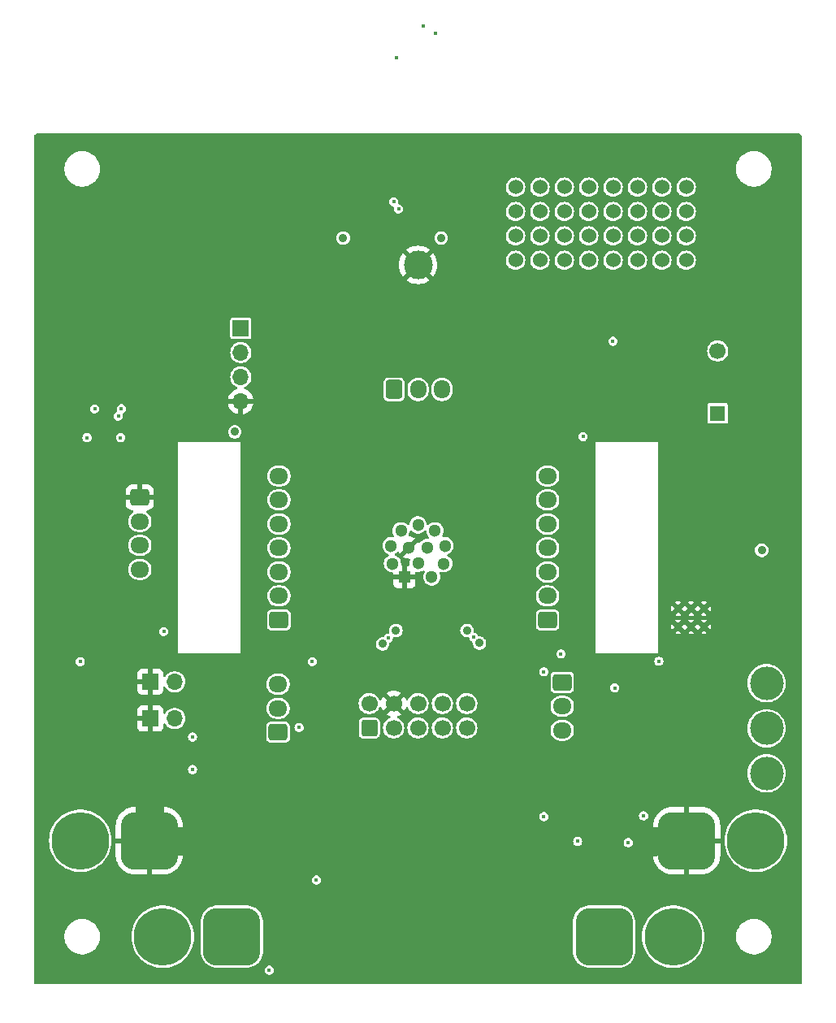
<source format=gbr>
%TF.GenerationSoftware,KiCad,Pcbnew,8.0.1*%
%TF.CreationDate,2024-07-04T14:23:12+02:00*%
%TF.ProjectId,Robuoy-Sub,526f6275-6f79-42d5-9375-622e6b696361,rev?*%
%TF.SameCoordinates,Original*%
%TF.FileFunction,Copper,L2,Inr*%
%TF.FilePolarity,Positive*%
%FSLAX46Y46*%
G04 Gerber Fmt 4.6, Leading zero omitted, Abs format (unit mm)*
G04 Created by KiCad (PCBNEW 8.0.1) date 2024-07-04 14:23:12*
%MOMM*%
%LPD*%
G01*
G04 APERTURE LIST*
G04 Aperture macros list*
%AMRoundRect*
0 Rectangle with rounded corners*
0 $1 Rounding radius*
0 $2 $3 $4 $5 $6 $7 $8 $9 X,Y pos of 4 corners*
0 Add a 4 corners polygon primitive as box body*
4,1,4,$2,$3,$4,$5,$6,$7,$8,$9,$2,$3,0*
0 Add four circle primitives for the rounded corners*
1,1,$1+$1,$2,$3*
1,1,$1+$1,$4,$5*
1,1,$1+$1,$6,$7*
1,1,$1+$1,$8,$9*
0 Add four rect primitives between the rounded corners*
20,1,$1+$1,$2,$3,$4,$5,0*
20,1,$1+$1,$4,$5,$6,$7,0*
20,1,$1+$1,$6,$7,$8,$9,0*
20,1,$1+$1,$8,$9,$2,$3,0*%
G04 Aperture macros list end*
%TA.AperFunction,ComponentPad*%
%ADD10RoundRect,1.500000X1.500000X1.500000X-1.500000X1.500000X-1.500000X-1.500000X1.500000X-1.500000X0*%
%TD*%
%TA.AperFunction,ComponentPad*%
%ADD11C,6.000000*%
%TD*%
%TA.AperFunction,ComponentPad*%
%ADD12RoundRect,0.250000X0.600000X-0.600000X0.600000X0.600000X-0.600000X0.600000X-0.600000X-0.600000X0*%
%TD*%
%TA.AperFunction,ComponentPad*%
%ADD13C,1.700000*%
%TD*%
%TA.AperFunction,ComponentPad*%
%ADD14RoundRect,0.250000X0.725000X-0.600000X0.725000X0.600000X-0.725000X0.600000X-0.725000X-0.600000X0*%
%TD*%
%TA.AperFunction,ComponentPad*%
%ADD15O,1.950000X1.700000*%
%TD*%
%TA.AperFunction,ComponentPad*%
%ADD16R,1.700000X1.700000*%
%TD*%
%TA.AperFunction,ComponentPad*%
%ADD17O,1.700000X1.700000*%
%TD*%
%TA.AperFunction,ComponentPad*%
%ADD18C,3.000000*%
%TD*%
%TA.AperFunction,ComponentPad*%
%ADD19R,1.300000X1.300000*%
%TD*%
%TA.AperFunction,ComponentPad*%
%ADD20C,1.300000*%
%TD*%
%TA.AperFunction,ComponentPad*%
%ADD21C,1.524000*%
%TD*%
%TA.AperFunction,ComponentPad*%
%ADD22RoundRect,1.500000X-1.500000X-1.500000X1.500000X-1.500000X1.500000X1.500000X-1.500000X1.500000X0*%
%TD*%
%TA.AperFunction,ComponentPad*%
%ADD23RoundRect,0.250000X-0.725000X0.600000X-0.725000X-0.600000X0.725000X-0.600000X0.725000X0.600000X0*%
%TD*%
%TA.AperFunction,ComponentPad*%
%ADD24C,3.500000*%
%TD*%
%TA.AperFunction,ComponentPad*%
%ADD25R,1.650000X1.650000*%
%TD*%
%TA.AperFunction,HeatsinkPad*%
%ADD26C,0.500000*%
%TD*%
%TA.AperFunction,ComponentPad*%
%ADD27RoundRect,0.250000X-0.600000X-0.725000X0.600000X-0.725000X0.600000X0.725000X-0.600000X0.725000X0*%
%TD*%
%TA.AperFunction,ComponentPad*%
%ADD28O,1.700000X1.950000*%
%TD*%
%TA.AperFunction,ViaPad*%
%ADD29C,0.450000*%
%TD*%
%TA.AperFunction,ViaPad*%
%ADD30C,0.900000*%
%TD*%
%TA.AperFunction,ViaPad*%
%ADD31C,0.600000*%
%TD*%
%TA.AperFunction,ViaPad*%
%ADD32C,0.800000*%
%TD*%
%TA.AperFunction,Conductor*%
%ADD33C,3.000000*%
%TD*%
G04 APERTURE END LIST*
D10*
%TO.N,Net-(D205-K)*%
%TO.C,J206*%
X106410000Y-137890000D03*
D11*
%TO.N,Vbatt*%
X99210000Y-137890000D03*
%TD*%
D12*
%TO.N,EN*%
%TO.C,J101*%
X120730000Y-116142500D03*
D13*
%TO.N,+3.3V*%
X120730000Y-113602500D03*
%TO.N,TX*%
X123270000Y-116142500D03*
%TO.N,GND*%
X123270000Y-113602500D03*
%TO.N,RX*%
X125810000Y-116142500D03*
%TO.N,DR0*%
X125810000Y-113602500D03*
%TO.N,MTMS*%
X128350000Y-116142500D03*
%TO.N,MTCK*%
X128350000Y-113602500D03*
%TO.N,MTDO*%
X130890000Y-116142500D03*
%TO.N,MTDI*%
X130890000Y-113602500D03*
%TD*%
D14*
%TO.N,Net-(J104-Pin_1)*%
%TO.C,J104*%
X111210000Y-116590000D03*
D15*
%TO.N,Net-(J104-Pin_2)*%
X111210000Y-114090000D03*
%TO.N,Net-(J104-Pin_3)*%
X111210000Y-111590000D03*
%TD*%
D16*
%TO.N,GND*%
%TO.C,SW102*%
X97910000Y-115162000D03*
D17*
%TO.N,EN*%
X100450000Y-115162000D03*
%TD*%
D18*
%TO.N,GND*%
%TO.C,TP206*%
X125810000Y-67890000D03*
%TD*%
D19*
%TO.N,GND*%
%TO.C,J204*%
X124382000Y-100414000D03*
D20*
%TO.N,Vbatt*%
X127238000Y-100414000D03*
%TO.N,Net-(J202-Pin_7)*%
X128482000Y-99017000D03*
%TO.N,Net-(J202-Pin_6)*%
X128614000Y-97152000D03*
%TO.N,Net-(J202-Pin_5)*%
X127580000Y-95593000D03*
%TO.N,Net-(J202-Pin_4)*%
X125810000Y-94990000D03*
%TO.N,Net-(J202-Pin_3)*%
X124040000Y-95593000D03*
%TO.N,Net-(J202-Pin_2)*%
X123006000Y-97152000D03*
%TO.N,Net-(J202-Pin_1)*%
X123138000Y-99017000D03*
%TO.N,+VSW*%
X125810000Y-98990000D03*
%TO.N,Vbatt*%
X126763000Y-97340000D03*
%TO.N,GND*%
X124857000Y-97340000D03*
%TD*%
D16*
%TO.N,Net-(J103-Pin_1)*%
%TO.C,J103*%
X107335000Y-74490000D03*
D17*
%TO.N,Net-(J103-Pin_2)*%
X107335000Y-77030000D03*
%TO.N,/CPU/Vext*%
X107335000Y-79570000D03*
%TO.N,GND*%
X107335000Y-82110000D03*
%TD*%
D14*
%TO.N,Net-(J202-Pin_1)*%
%TO.C,J202*%
X111310000Y-104890000D03*
D15*
%TO.N,Net-(J202-Pin_2)*%
X111310000Y-102390000D03*
%TO.N,Net-(J202-Pin_3)*%
X111310000Y-99890000D03*
%TO.N,Net-(J202-Pin_4)*%
X111310000Y-97390000D03*
%TO.N,Net-(J202-Pin_5)*%
X111310000Y-94890000D03*
%TO.N,Net-(J202-Pin_6)*%
X111310000Y-92390000D03*
%TO.N,Net-(J202-Pin_7)*%
X111310000Y-89890000D03*
%TD*%
D21*
%TO.N,unconnected-(TP301-Pad1)*%
%TO.C,TP301*%
X135970000Y-59790000D03*
%TO.N,N/C*%
X138510000Y-59790000D03*
X141050000Y-59790000D03*
X143590000Y-59790000D03*
X135970000Y-62330000D03*
X138510000Y-62330000D03*
X141050000Y-62330000D03*
X143590000Y-62330000D03*
X135970000Y-64870000D03*
X138510000Y-64870000D03*
X141050000Y-64870000D03*
X143590000Y-64870000D03*
X135970000Y-67410000D03*
X138510000Y-67410000D03*
X141050000Y-67410000D03*
X143590000Y-67410000D03*
%TD*%
D22*
%TO.N,GND*%
%TO.C,J205*%
X153810000Y-127890000D03*
D11*
%TO.N,Vbatt*%
X161010000Y-127890000D03*
%TD*%
D23*
%TO.N,Net-(J105-Pin_1)*%
%TO.C,J105*%
X140835000Y-111390000D03*
D15*
%TO.N,Net-(J105-Pin_2)*%
X140835000Y-113890000D03*
%TO.N,Net-(J105-Pin_3)*%
X140835000Y-116390000D03*
%TD*%
D24*
%TO.N,Vbatt*%
%TO.C,SW201*%
X162132000Y-120878000D03*
%TO.N,+VSW*%
X162132000Y-116178000D03*
%TO.N,unconnected-(SW201-Pad3)*%
X162132000Y-111478000D03*
%TD*%
D14*
%TO.N,Net-(J202-Pin_1)*%
%TO.C,J203*%
X139310000Y-104890000D03*
D15*
%TO.N,Net-(J202-Pin_2)*%
X139310000Y-102390000D03*
%TO.N,Net-(J202-Pin_3)*%
X139310000Y-99890000D03*
%TO.N,Net-(J202-Pin_4)*%
X139310000Y-97390000D03*
%TO.N,Net-(J202-Pin_5)*%
X139310000Y-94890000D03*
%TO.N,Net-(J202-Pin_6)*%
X139310000Y-92390000D03*
%TO.N,Net-(J202-Pin_7)*%
X139310000Y-89890000D03*
%TD*%
D10*
%TO.N,GND*%
%TO.C,J201*%
X97810000Y-127890000D03*
D11*
%TO.N,Vbatt*%
X90610000Y-127890000D03*
%TD*%
D23*
%TO.N,GND*%
%TO.C,J106*%
X96810000Y-92128000D03*
D15*
%TO.N,+5V*%
X96810000Y-94628000D03*
%TO.N,/CPU/SCL*%
X96810000Y-97128000D03*
%TO.N,/CPU/SDA*%
X96810000Y-99628000D03*
%TD*%
D25*
%TO.N,+5V*%
%TO.C,BZ101*%
X157036000Y-83360000D03*
D13*
%TO.N,Net-(BZ101--)*%
X157036000Y-76860000D03*
%TD*%
D26*
%TO.N,GND*%
%TO.C,U201*%
X155608000Y-103706000D03*
X154258000Y-103706000D03*
X152908000Y-103706000D03*
X155608000Y-105606000D03*
X154258000Y-105606000D03*
X152908000Y-105606000D03*
%TD*%
D21*
%TO.N,unconnected-(TP302-Pad1)*%
%TO.C,TP302*%
X146130000Y-59790000D03*
%TO.N,N/C*%
X148670000Y-59790000D03*
X151210000Y-59790000D03*
X153750000Y-59790000D03*
X146130000Y-62330000D03*
X148670000Y-62330000D03*
X151210000Y-62330000D03*
X153750000Y-62330000D03*
X146130000Y-64870000D03*
X148670000Y-64870000D03*
X151210000Y-64870000D03*
X153750000Y-64870000D03*
X146130000Y-67410000D03*
X148670000Y-67410000D03*
X151210000Y-67410000D03*
X153750000Y-67410000D03*
%TD*%
D22*
%TO.N,Net-(D206-K)*%
%TO.C,J207*%
X145210000Y-137890000D03*
D11*
%TO.N,Vbatt*%
X152410000Y-137890000D03*
%TD*%
D27*
%TO.N,Net-(J102-Pin_1)*%
%TO.C,J102*%
X123310000Y-80872000D03*
D28*
%TO.N,+3.3V*%
X125810000Y-80872000D03*
%TO.N,Net-(J102-Pin_3)*%
X128310000Y-80872000D03*
%TD*%
D16*
%TO.N,GND*%
%TO.C,SW101*%
X97910000Y-111334000D03*
D17*
%TO.N,DR0*%
X100450000Y-111334000D03*
%TD*%
D29*
%TO.N,+3.3V*%
X94568000Y-83666000D03*
X99310000Y-106090000D03*
D30*
X161624000Y-97636000D03*
D29*
X90610000Y-109230000D03*
X114790002Y-109230000D03*
%TO.N,GND*%
X147810000Y-119690000D03*
X138285000Y-119115000D03*
X164560000Y-140890000D03*
D31*
X154010000Y-96890000D03*
D29*
X127588000Y-43788000D03*
X111659999Y-127990630D03*
D31*
X156110000Y-119890000D03*
D30*
X160354000Y-95096000D03*
X163402000Y-97382000D03*
D29*
X118210000Y-80090000D03*
D30*
X92710000Y-63890000D03*
X149560000Y-130640000D03*
D29*
X140510000Y-131190000D03*
X138002000Y-124560000D03*
X142210000Y-119890000D03*
D31*
X151510000Y-117490000D03*
X151510000Y-115190000D03*
X161310000Y-88990000D03*
D29*
X156810000Y-96390000D03*
X152060000Y-104640000D03*
D31*
X163310000Y-90190000D03*
D30*
X140542000Y-128878000D03*
X130010000Y-101090000D03*
D31*
X154410000Y-97490000D03*
D30*
X140910000Y-132290000D03*
D29*
X148610000Y-110190000D03*
D30*
X118610000Y-141190000D03*
X124310000Y-131490000D03*
D29*
X93210000Y-96490000D03*
D30*
X115510000Y-141190000D03*
D31*
X151510000Y-119690000D03*
X139010000Y-78490000D03*
D30*
X141010000Y-138290000D03*
D29*
X153510000Y-99090000D03*
X106810000Y-115690000D03*
D30*
X122311041Y-100788959D03*
D29*
X86810000Y-120140000D03*
D30*
X111150000Y-130450000D03*
D29*
X155510000Y-112190000D03*
D30*
X113560000Y-139640000D03*
X162893997Y-71220003D03*
D31*
X161310000Y-91890000D03*
D29*
X126318000Y-43026000D03*
X89410000Y-96390000D03*
X148110000Y-115390000D03*
X91520000Y-115416000D03*
D31*
X147610000Y-75790000D03*
D29*
X152480000Y-89000000D03*
D30*
X149560000Y-126890000D03*
D29*
X156560000Y-104640000D03*
D30*
X142320000Y-133704000D03*
D29*
X159810000Y-93890000D03*
D30*
X140510000Y-127690000D03*
D29*
X149310000Y-134390000D03*
X98212322Y-106432223D03*
D30*
X124310000Y-136190000D03*
D29*
X117910000Y-76990000D03*
X122310000Y-128640000D03*
D30*
X149686000Y-128390000D03*
D32*
X102560000Y-128890000D03*
D29*
X159310000Y-106640000D03*
X148110000Y-114090000D03*
D30*
X129010000Y-131490000D03*
X140310000Y-130190000D03*
D29*
X104510000Y-113190000D03*
X99610000Y-84100000D03*
D30*
X126710000Y-133790000D03*
D29*
X143110000Y-119990000D03*
X111810000Y-129590000D03*
X93210000Y-118210000D03*
D30*
X129010000Y-136190000D03*
D29*
X111710000Y-125990000D03*
X163810000Y-118640000D03*
X86810000Y-140640000D03*
X140110000Y-140590000D03*
X157060000Y-113140000D03*
D30*
X132871200Y-141171600D03*
X163402000Y-94842000D03*
D29*
X158810000Y-114890000D03*
X111810000Y-131190000D03*
D32*
X102310000Y-132390000D03*
D29*
X150410000Y-112090000D03*
X123524000Y-46328000D03*
X131310000Y-128390000D03*
D30*
X111210000Y-126950000D03*
X94910000Y-69490000D03*
D29*
X111220000Y-124530000D03*
X131560000Y-140390000D03*
X163810000Y-124390000D03*
X131010000Y-76790000D03*
X158560000Y-108640000D03*
X159310000Y-102890000D03*
X155020000Y-89762000D03*
X103110000Y-110190000D03*
D30*
X159846000Y-97382000D03*
X131510000Y-125190000D03*
D29*
X121560000Y-140140000D03*
D30*
%TO.N,+5V*%
X106710000Y-85290000D03*
D29*
X102310000Y-117090000D03*
X102310000Y-120470000D03*
X150910000Y-109190000D03*
X146310000Y-111965000D03*
%TO.N,EN*%
X113410000Y-116090012D03*
D30*
%TO.N,Vbatt*%
X132210000Y-107290000D03*
X122110000Y-107390000D03*
D29*
X131610000Y-106690000D03*
D30*
X123510000Y-105990000D03*
D29*
X122710000Y-106790000D03*
D30*
X130910000Y-105990000D03*
D29*
%TO.N,LEDS*%
X115210000Y-131990000D03*
X110310000Y-141390000D03*
D30*
%TO.N,Net-(D104-DOUT)*%
X118010000Y-65090000D03*
X128210000Y-65090000D03*
D29*
%TO.N,/CPU/SCL*%
X94810000Y-85890000D03*
X91310010Y-85890000D03*
X123270000Y-61314000D03*
%TO.N,/CPU/SDA*%
X123778000Y-62076000D03*
X94899430Y-82879430D03*
X92110000Y-82890000D03*
%TO.N,Net-(Q202-G)*%
X142439724Y-127960276D03*
X147710000Y-128090000D03*
%TO.N,BUZZER*%
X143010000Y-85790000D03*
X146110000Y-75842800D03*
X140700002Y-108430000D03*
X138910000Y-110290000D03*
%TO.N,/CPU/Vsamp*%
X149310000Y-125290000D03*
X138910000Y-125390000D03*
%TD*%
D33*
%TO.N,GND*%
X153810000Y-127890000D02*
X150510000Y-127890000D01*
X97810000Y-127890000D02*
X99210000Y-127890000D01*
X99210000Y-127890000D02*
X102210000Y-127890000D01*
X150510000Y-127890000D02*
X150410000Y-127990000D01*
X97810000Y-127890000D02*
X97810000Y-123690000D01*
X97810000Y-123690000D02*
X97910000Y-123590000D01*
%TD*%
%TA.AperFunction,Conductor*%
%TO.N,GND*%
G36*
X124457000Y-97392661D02*
G01*
X124484259Y-97494394D01*
X124536920Y-97585606D01*
X124611394Y-97660080D01*
X124702606Y-97712741D01*
X124804339Y-97740000D01*
X124810553Y-97740000D01*
X124239991Y-98310559D01*
X124342204Y-98373847D01*
X124342208Y-98373849D01*
X124540936Y-98450836D01*
X124540941Y-98450837D01*
X124750439Y-98490000D01*
X124854946Y-98490000D01*
X124921985Y-98509685D01*
X124967740Y-98562489D01*
X124977684Y-98631647D01*
X124972877Y-98652318D01*
X124928304Y-98789500D01*
X124924326Y-98801744D01*
X124904540Y-98990000D01*
X124918943Y-99127041D01*
X124906375Y-99195768D01*
X124858643Y-99246792D01*
X124795623Y-99264000D01*
X124632000Y-99264000D01*
X124632000Y-100098314D01*
X124627606Y-100093920D01*
X124536394Y-100041259D01*
X124434661Y-100014000D01*
X124329339Y-100014000D01*
X124227606Y-100041259D01*
X124136394Y-100093920D01*
X124132000Y-100098314D01*
X124132000Y-99264000D01*
X124122349Y-99254349D01*
X124088176Y-99244315D01*
X124042421Y-99191511D01*
X124031894Y-99127041D01*
X124043460Y-99017000D01*
X124023674Y-98828744D01*
X123965179Y-98648716D01*
X123870533Y-98484784D01*
X123743871Y-98344112D01*
X123733394Y-98336500D01*
X123590734Y-98232851D01*
X123590729Y-98232848D01*
X123445963Y-98168393D01*
X123392726Y-98123143D01*
X123372405Y-98056293D01*
X123391451Y-97989070D01*
X123443817Y-97942815D01*
X123445890Y-97941867D01*
X123458730Y-97936151D01*
X123611871Y-97824888D01*
X123619941Y-97815924D01*
X123679424Y-97779276D01*
X123749281Y-97780603D01*
X123807331Y-97819487D01*
X123823092Y-97843623D01*
X123875061Y-97947991D01*
X123875064Y-97947996D01*
X123883836Y-97959610D01*
X124457000Y-97386446D01*
X124457000Y-97392661D01*
G37*
%TD.AperFunction*%
%TA.AperFunction,Conductor*%
G36*
X125150682Y-95603563D02*
G01*
X125152279Y-95605303D01*
X125204129Y-95662888D01*
X125357265Y-95774148D01*
X125357270Y-95774151D01*
X125530192Y-95851142D01*
X125530197Y-95851144D01*
X125715354Y-95890500D01*
X125715355Y-95890500D01*
X125904644Y-95890500D01*
X125904646Y-95890500D01*
X126089803Y-95851144D01*
X126262730Y-95774151D01*
X126415871Y-95662888D01*
X126467722Y-95605301D01*
X126527206Y-95568655D01*
X126597063Y-95569984D01*
X126655111Y-95608871D01*
X126682921Y-95672967D01*
X126683191Y-95675313D01*
X126694326Y-95781256D01*
X126694327Y-95781259D01*
X126752818Y-95961277D01*
X126752820Y-95961281D01*
X126752821Y-95961284D01*
X126847467Y-96125216D01*
X126902889Y-96186768D01*
X126944091Y-96232528D01*
X126974321Y-96295520D01*
X126965696Y-96364855D01*
X126920954Y-96418520D01*
X126854302Y-96439478D01*
X126851941Y-96439500D01*
X126668354Y-96439500D01*
X126635897Y-96446398D01*
X126483197Y-96478855D01*
X126483192Y-96478857D01*
X126310270Y-96555848D01*
X126310265Y-96555851D01*
X126157129Y-96667111D01*
X126157128Y-96667112D01*
X126053363Y-96782354D01*
X125993876Y-96819002D01*
X125924019Y-96817671D01*
X125865971Y-96778784D01*
X125850213Y-96754652D01*
X125838937Y-96732006D01*
X125830163Y-96720389D01*
X125257000Y-97293552D01*
X125257000Y-97287339D01*
X125229741Y-97185606D01*
X125177080Y-97094394D01*
X125102606Y-97019920D01*
X125011394Y-96967259D01*
X124909661Y-96940000D01*
X124903446Y-96940000D01*
X125474007Y-96369439D01*
X125371793Y-96306151D01*
X125371789Y-96306149D01*
X125173063Y-96229163D01*
X125173058Y-96229162D01*
X124963561Y-96190000D01*
X124949904Y-96190000D01*
X124882865Y-96170315D01*
X124837110Y-96117511D01*
X124827166Y-96048353D01*
X124842516Y-96004001D01*
X124867179Y-95961284D01*
X124925674Y-95781256D01*
X124936808Y-95675311D01*
X124963392Y-95610699D01*
X125020690Y-95570714D01*
X125090509Y-95568054D01*
X125150682Y-95603563D01*
G37*
%TD.AperFunction*%
%TA.AperFunction,Conductor*%
G36*
X165604091Y-54221685D02*
G01*
X165619807Y-54233655D01*
X165758255Y-54357726D01*
X165795044Y-54417127D01*
X165799500Y-54450071D01*
X165799500Y-142724000D01*
X165779815Y-142791039D01*
X165727011Y-142836794D01*
X165675500Y-142848000D01*
X85944500Y-142848000D01*
X85877461Y-142828315D01*
X85831706Y-142775511D01*
X85820500Y-142724000D01*
X85820500Y-141390000D01*
X109829610Y-141390000D01*
X109849068Y-141525337D01*
X109849070Y-141525345D01*
X109905867Y-141649714D01*
X109905872Y-141649721D01*
X109995409Y-141753053D01*
X109995413Y-141753057D01*
X110055979Y-141791979D01*
X110110439Y-141826978D01*
X110176036Y-141846239D01*
X110241632Y-141865500D01*
X110241633Y-141865500D01*
X110378367Y-141865500D01*
X110509561Y-141826978D01*
X110624589Y-141753055D01*
X110714130Y-141649718D01*
X110770931Y-141525342D01*
X110790390Y-141390000D01*
X110770931Y-141254658D01*
X110758677Y-141227827D01*
X110714132Y-141130285D01*
X110714127Y-141130278D01*
X110624590Y-141026946D01*
X110624586Y-141026942D01*
X110509559Y-140953021D01*
X110378368Y-140914500D01*
X110378367Y-140914500D01*
X110241633Y-140914500D01*
X110241632Y-140914500D01*
X110110440Y-140953021D01*
X109995413Y-141026942D01*
X109995409Y-141026946D01*
X109905872Y-141130278D01*
X109905867Y-141130285D01*
X109849070Y-141254654D01*
X109849068Y-141254662D01*
X109829610Y-141390000D01*
X85820500Y-141390000D01*
X85820500Y-138011288D01*
X88959500Y-138011288D01*
X88991161Y-138251785D01*
X89053947Y-138486104D01*
X89096897Y-138589793D01*
X89146776Y-138710212D01*
X89268064Y-138920289D01*
X89268066Y-138920292D01*
X89268067Y-138920293D01*
X89415733Y-139112736D01*
X89415739Y-139112743D01*
X89587256Y-139284260D01*
X89587262Y-139284265D01*
X89779711Y-139431936D01*
X89989788Y-139553224D01*
X90213900Y-139646054D01*
X90448211Y-139708838D01*
X90628586Y-139732584D01*
X90688711Y-139740500D01*
X90688712Y-139740500D01*
X90931289Y-139740500D01*
X90979388Y-139734167D01*
X91171789Y-139708838D01*
X91406100Y-139646054D01*
X91630212Y-139553224D01*
X91840289Y-139431936D01*
X92032738Y-139284265D01*
X92204265Y-139112738D01*
X92351936Y-138920289D01*
X92473224Y-138710212D01*
X92566054Y-138486100D01*
X92628838Y-138251789D01*
X92660500Y-138011288D01*
X92660500Y-137890002D01*
X95954726Y-137890002D01*
X95973808Y-138241954D01*
X96030833Y-138589793D01*
X96030834Y-138589796D01*
X96125126Y-138929408D01*
X96125127Y-138929410D01*
X96255588Y-139256844D01*
X96255597Y-139256862D01*
X96420695Y-139568269D01*
X96618498Y-139860006D01*
X96618505Y-139860016D01*
X96815533Y-140091974D01*
X96846686Y-140128650D01*
X97102580Y-140371046D01*
X97383182Y-140584354D01*
X97685202Y-140766074D01*
X97685206Y-140766075D01*
X97685210Y-140766078D01*
X98005088Y-140914070D01*
X98005092Y-140914070D01*
X98005099Y-140914074D01*
X98339122Y-141026619D01*
X98683355Y-141102391D01*
X99033763Y-141140500D01*
X99033769Y-141140500D01*
X99386231Y-141140500D01*
X99386237Y-141140500D01*
X99736645Y-141102391D01*
X100080878Y-141026619D01*
X100414901Y-140914074D01*
X100414908Y-140914070D01*
X100414911Y-140914070D01*
X100734789Y-140766078D01*
X100734798Y-140766074D01*
X101036818Y-140584354D01*
X101317420Y-140371046D01*
X101573314Y-140128650D01*
X101801501Y-139860008D01*
X101999305Y-139568269D01*
X102047487Y-139477389D01*
X103159500Y-139477389D01*
X103165630Y-139586541D01*
X103165631Y-139586554D01*
X103214403Y-139844322D01*
X103214404Y-139844327D01*
X103214405Y-139844332D01*
X103214406Y-139844333D01*
X103301059Y-140091974D01*
X103423654Y-140323933D01*
X103579450Y-140535031D01*
X103764969Y-140720550D01*
X103976067Y-140876346D01*
X104208026Y-140998941D01*
X104455667Y-141085594D01*
X104455671Y-141085594D01*
X104455672Y-141085595D01*
X104455677Y-141085596D01*
X104713445Y-141134368D01*
X104713447Y-141134368D01*
X104713457Y-141134370D01*
X104822608Y-141140500D01*
X104822625Y-141140500D01*
X107997375Y-141140500D01*
X107997392Y-141140500D01*
X108106543Y-141134370D01*
X108364333Y-141085594D01*
X108611974Y-140998941D01*
X108843933Y-140876346D01*
X109055031Y-140720550D01*
X109240550Y-140535031D01*
X109396346Y-140323933D01*
X109518941Y-140091974D01*
X109605594Y-139844333D01*
X109654370Y-139586543D01*
X109660500Y-139477392D01*
X109660500Y-139477389D01*
X141959500Y-139477389D01*
X141965630Y-139586541D01*
X141965631Y-139586554D01*
X142014403Y-139844322D01*
X142014404Y-139844327D01*
X142014405Y-139844332D01*
X142014406Y-139844333D01*
X142101059Y-140091974D01*
X142223654Y-140323933D01*
X142379450Y-140535031D01*
X142564969Y-140720550D01*
X142776067Y-140876346D01*
X143008026Y-140998941D01*
X143255667Y-141085594D01*
X143255671Y-141085594D01*
X143255672Y-141085595D01*
X143255677Y-141085596D01*
X143513445Y-141134368D01*
X143513447Y-141134368D01*
X143513457Y-141134370D01*
X143622608Y-141140500D01*
X143622625Y-141140500D01*
X146797375Y-141140500D01*
X146797392Y-141140500D01*
X146906543Y-141134370D01*
X147164333Y-141085594D01*
X147411974Y-140998941D01*
X147643933Y-140876346D01*
X147855031Y-140720550D01*
X148040550Y-140535031D01*
X148196346Y-140323933D01*
X148318941Y-140091974D01*
X148405594Y-139844333D01*
X148454370Y-139586543D01*
X148460500Y-139477392D01*
X148460500Y-137890002D01*
X149154726Y-137890002D01*
X149173808Y-138241954D01*
X149230833Y-138589793D01*
X149230834Y-138589796D01*
X149325126Y-138929408D01*
X149325127Y-138929410D01*
X149455588Y-139256844D01*
X149455597Y-139256862D01*
X149620695Y-139568269D01*
X149818498Y-139860006D01*
X149818505Y-139860016D01*
X150015533Y-140091974D01*
X150046686Y-140128650D01*
X150302580Y-140371046D01*
X150583182Y-140584354D01*
X150885202Y-140766074D01*
X150885206Y-140766075D01*
X150885210Y-140766078D01*
X151205088Y-140914070D01*
X151205092Y-140914070D01*
X151205099Y-140914074D01*
X151539122Y-141026619D01*
X151883355Y-141102391D01*
X152233763Y-141140500D01*
X152233769Y-141140500D01*
X152586231Y-141140500D01*
X152586237Y-141140500D01*
X152936645Y-141102391D01*
X153280878Y-141026619D01*
X153614901Y-140914074D01*
X153614908Y-140914070D01*
X153614911Y-140914070D01*
X153934789Y-140766078D01*
X153934798Y-140766074D01*
X154236818Y-140584354D01*
X154517420Y-140371046D01*
X154773314Y-140128650D01*
X155001501Y-139860008D01*
X155199305Y-139568269D01*
X155364407Y-139256854D01*
X155494871Y-138929414D01*
X155497404Y-138920293D01*
X155523180Y-138827453D01*
X155589168Y-138589788D01*
X155646191Y-138241957D01*
X155658698Y-138011288D01*
X158959500Y-138011288D01*
X158991161Y-138251785D01*
X159053947Y-138486104D01*
X159096897Y-138589793D01*
X159146776Y-138710212D01*
X159268064Y-138920289D01*
X159268066Y-138920292D01*
X159268067Y-138920293D01*
X159415733Y-139112736D01*
X159415739Y-139112743D01*
X159587256Y-139284260D01*
X159587262Y-139284265D01*
X159779711Y-139431936D01*
X159989788Y-139553224D01*
X160213900Y-139646054D01*
X160448211Y-139708838D01*
X160628586Y-139732584D01*
X160688711Y-139740500D01*
X160688712Y-139740500D01*
X160931289Y-139740500D01*
X160979388Y-139734167D01*
X161171789Y-139708838D01*
X161406100Y-139646054D01*
X161630212Y-139553224D01*
X161840289Y-139431936D01*
X162032738Y-139284265D01*
X162204265Y-139112738D01*
X162351936Y-138920289D01*
X162473224Y-138710212D01*
X162566054Y-138486100D01*
X162628838Y-138251789D01*
X162660500Y-138011288D01*
X162660500Y-137768712D01*
X162628838Y-137528211D01*
X162566054Y-137293900D01*
X162473224Y-137069788D01*
X162351936Y-136859711D01*
X162204265Y-136667262D01*
X162204260Y-136667256D01*
X162032743Y-136495739D01*
X162032736Y-136495733D01*
X161840293Y-136348067D01*
X161840292Y-136348066D01*
X161840289Y-136348064D01*
X161630212Y-136226776D01*
X161630205Y-136226773D01*
X161406104Y-136133947D01*
X161171785Y-136071161D01*
X160931289Y-136039500D01*
X160931288Y-136039500D01*
X160688712Y-136039500D01*
X160688711Y-136039500D01*
X160448214Y-136071161D01*
X160213895Y-136133947D01*
X159989794Y-136226773D01*
X159989785Y-136226777D01*
X159779706Y-136348067D01*
X159587263Y-136495733D01*
X159587256Y-136495739D01*
X159415739Y-136667256D01*
X159415733Y-136667263D01*
X159268067Y-136859706D01*
X159146777Y-137069785D01*
X159146773Y-137069794D01*
X159053947Y-137293895D01*
X158991161Y-137528214D01*
X158959500Y-137768711D01*
X158959500Y-138011288D01*
X155658698Y-138011288D01*
X155665274Y-137890000D01*
X155646191Y-137538043D01*
X155589168Y-137190212D01*
X155497405Y-136859711D01*
X155494873Y-136850591D01*
X155494872Y-136850589D01*
X155364411Y-136523155D01*
X155364402Y-136523137D01*
X155199305Y-136211731D01*
X155001501Y-135919992D01*
X155001497Y-135919987D01*
X155001494Y-135919983D01*
X154773314Y-135651350D01*
X154517420Y-135408954D01*
X154517413Y-135408948D01*
X154517410Y-135408946D01*
X154236815Y-135195644D01*
X153934802Y-135013928D01*
X153934789Y-135013921D01*
X153614911Y-134865929D01*
X153614906Y-134865928D01*
X153614903Y-134865927D01*
X153614901Y-134865926D01*
X153508432Y-134830052D01*
X153280880Y-134753381D01*
X152936643Y-134677608D01*
X152586238Y-134639500D01*
X152586237Y-134639500D01*
X152233763Y-134639500D01*
X152233761Y-134639500D01*
X151883356Y-134677608D01*
X151539119Y-134753381D01*
X151205093Y-134865928D01*
X151205088Y-134865929D01*
X150885210Y-135013921D01*
X150885197Y-135013928D01*
X150583184Y-135195644D01*
X150302589Y-135408946D01*
X150302580Y-135408954D01*
X150046685Y-135651350D01*
X149818505Y-135919983D01*
X149818498Y-135919993D01*
X149620695Y-136211730D01*
X149455597Y-136523137D01*
X149455588Y-136523155D01*
X149325127Y-136850589D01*
X149325126Y-136850591D01*
X149230834Y-137190203D01*
X149230833Y-137190206D01*
X149173808Y-137538045D01*
X149154726Y-137889997D01*
X149154726Y-137890002D01*
X148460500Y-137890002D01*
X148460500Y-136302608D01*
X148454370Y-136193457D01*
X148405594Y-135935667D01*
X148318941Y-135688026D01*
X148196346Y-135456067D01*
X148040550Y-135244969D01*
X147855031Y-135059450D01*
X147643933Y-134903654D01*
X147643929Y-134903652D01*
X147643928Y-134903651D01*
X147411978Y-134781061D01*
X147411977Y-134781060D01*
X147411974Y-134781059D01*
X147164333Y-134694406D01*
X147164332Y-134694405D01*
X147164327Y-134694404D01*
X147164322Y-134694403D01*
X146906554Y-134645631D01*
X146906544Y-134645630D01*
X146906543Y-134645630D01*
X146797392Y-134639500D01*
X143622608Y-134639500D01*
X143513457Y-134645630D01*
X143513456Y-134645630D01*
X143513445Y-134645631D01*
X143255677Y-134694403D01*
X143255672Y-134694404D01*
X143131846Y-134737732D01*
X143008026Y-134781059D01*
X143008024Y-134781059D01*
X143008021Y-134781061D01*
X142776071Y-134903651D01*
X142564968Y-135059450D01*
X142379450Y-135244968D01*
X142223651Y-135456071D01*
X142101061Y-135688021D01*
X142014404Y-135935672D01*
X142014403Y-135935677D01*
X141965631Y-136193445D01*
X141965630Y-136193458D01*
X141959500Y-136302610D01*
X141959500Y-139477389D01*
X109660500Y-139477389D01*
X109660500Y-136302608D01*
X109654370Y-136193457D01*
X109605594Y-135935667D01*
X109518941Y-135688026D01*
X109396346Y-135456067D01*
X109240550Y-135244969D01*
X109055031Y-135059450D01*
X108843933Y-134903654D01*
X108843929Y-134903652D01*
X108843928Y-134903651D01*
X108611978Y-134781061D01*
X108611977Y-134781060D01*
X108611974Y-134781059D01*
X108364333Y-134694406D01*
X108364332Y-134694405D01*
X108364327Y-134694404D01*
X108364322Y-134694403D01*
X108106554Y-134645631D01*
X108106544Y-134645630D01*
X108106543Y-134645630D01*
X107997392Y-134639500D01*
X104822608Y-134639500D01*
X104713457Y-134645630D01*
X104713456Y-134645630D01*
X104713445Y-134645631D01*
X104455677Y-134694403D01*
X104455672Y-134694404D01*
X104331846Y-134737732D01*
X104208026Y-134781059D01*
X104208024Y-134781059D01*
X104208021Y-134781061D01*
X103976071Y-134903651D01*
X103764968Y-135059450D01*
X103579450Y-135244968D01*
X103423651Y-135456071D01*
X103301061Y-135688021D01*
X103214404Y-135935672D01*
X103214403Y-135935677D01*
X103165631Y-136193445D01*
X103165630Y-136193458D01*
X103159500Y-136302610D01*
X103159500Y-139477389D01*
X102047487Y-139477389D01*
X102164407Y-139256854D01*
X102294871Y-138929414D01*
X102297404Y-138920293D01*
X102323180Y-138827453D01*
X102389168Y-138589788D01*
X102446191Y-138241957D01*
X102465274Y-137890000D01*
X102446191Y-137538043D01*
X102389168Y-137190212D01*
X102297405Y-136859711D01*
X102294873Y-136850591D01*
X102294872Y-136850589D01*
X102164411Y-136523155D01*
X102164402Y-136523137D01*
X101999305Y-136211731D01*
X101801501Y-135919992D01*
X101801497Y-135919987D01*
X101801494Y-135919983D01*
X101573314Y-135651350D01*
X101317420Y-135408954D01*
X101317413Y-135408948D01*
X101317410Y-135408946D01*
X101036815Y-135195644D01*
X100734802Y-135013928D01*
X100734789Y-135013921D01*
X100414911Y-134865929D01*
X100414906Y-134865928D01*
X100414903Y-134865927D01*
X100414901Y-134865926D01*
X100308432Y-134830052D01*
X100080880Y-134753381D01*
X99736643Y-134677608D01*
X99386238Y-134639500D01*
X99386237Y-134639500D01*
X99033763Y-134639500D01*
X99033761Y-134639500D01*
X98683356Y-134677608D01*
X98339119Y-134753381D01*
X98005093Y-134865928D01*
X98005088Y-134865929D01*
X97685210Y-135013921D01*
X97685197Y-135013928D01*
X97383184Y-135195644D01*
X97102589Y-135408946D01*
X97102580Y-135408954D01*
X96846685Y-135651350D01*
X96618505Y-135919983D01*
X96618498Y-135919993D01*
X96420695Y-136211730D01*
X96255597Y-136523137D01*
X96255588Y-136523155D01*
X96125127Y-136850589D01*
X96125126Y-136850591D01*
X96030834Y-137190203D01*
X96030833Y-137190206D01*
X95973808Y-137538045D01*
X95954726Y-137889997D01*
X95954726Y-137890002D01*
X92660500Y-137890002D01*
X92660500Y-137768712D01*
X92628838Y-137528211D01*
X92566054Y-137293900D01*
X92473224Y-137069788D01*
X92351936Y-136859711D01*
X92204265Y-136667262D01*
X92204260Y-136667256D01*
X92032743Y-136495739D01*
X92032736Y-136495733D01*
X91840293Y-136348067D01*
X91840292Y-136348066D01*
X91840289Y-136348064D01*
X91630212Y-136226776D01*
X91630205Y-136226773D01*
X91406104Y-136133947D01*
X91171785Y-136071161D01*
X90931289Y-136039500D01*
X90931288Y-136039500D01*
X90688712Y-136039500D01*
X90688711Y-136039500D01*
X90448214Y-136071161D01*
X90213895Y-136133947D01*
X89989794Y-136226773D01*
X89989785Y-136226777D01*
X89779706Y-136348067D01*
X89587263Y-136495733D01*
X89587256Y-136495739D01*
X89415739Y-136667256D01*
X89415733Y-136667263D01*
X89268067Y-136859706D01*
X89146777Y-137069785D01*
X89146773Y-137069794D01*
X89053947Y-137293895D01*
X88991161Y-137528214D01*
X88959500Y-137768711D01*
X88959500Y-138011288D01*
X85820500Y-138011288D01*
X85820500Y-131990000D01*
X114729610Y-131990000D01*
X114749068Y-132125337D01*
X114749070Y-132125345D01*
X114805867Y-132249714D01*
X114805872Y-132249721D01*
X114895409Y-132353053D01*
X114895413Y-132353057D01*
X114955979Y-132391979D01*
X115010439Y-132426978D01*
X115076036Y-132446239D01*
X115141632Y-132465500D01*
X115141633Y-132465500D01*
X115278367Y-132465500D01*
X115409561Y-132426978D01*
X115524589Y-132353055D01*
X115614130Y-132249718D01*
X115670931Y-132125342D01*
X115690390Y-131990000D01*
X115670931Y-131854658D01*
X115658677Y-131827827D01*
X115614132Y-131730285D01*
X115614127Y-131730278D01*
X115524590Y-131626946D01*
X115524586Y-131626942D01*
X115409559Y-131553021D01*
X115278368Y-131514500D01*
X115278367Y-131514500D01*
X115141633Y-131514500D01*
X115141632Y-131514500D01*
X115010440Y-131553021D01*
X114895413Y-131626942D01*
X114895409Y-131626946D01*
X114805872Y-131730278D01*
X114805867Y-131730285D01*
X114749070Y-131854654D01*
X114749068Y-131854662D01*
X114729610Y-131990000D01*
X85820500Y-131990000D01*
X85820500Y-127890002D01*
X87354726Y-127890002D01*
X87373808Y-128241954D01*
X87430833Y-128589793D01*
X87430834Y-128589796D01*
X87525126Y-128929408D01*
X87525127Y-128929410D01*
X87655588Y-129256844D01*
X87655597Y-129256862D01*
X87820695Y-129568269D01*
X88018498Y-129860006D01*
X88018505Y-129860016D01*
X88223626Y-130101502D01*
X88246686Y-130128650D01*
X88502580Y-130371046D01*
X88783182Y-130584354D01*
X89085202Y-130766074D01*
X89085206Y-130766075D01*
X89085210Y-130766078D01*
X89405088Y-130914070D01*
X89405092Y-130914070D01*
X89405099Y-130914074D01*
X89739122Y-131026619D01*
X90083355Y-131102391D01*
X90433763Y-131140500D01*
X90433769Y-131140500D01*
X90786231Y-131140500D01*
X90786237Y-131140500D01*
X91136645Y-131102391D01*
X91480878Y-131026619D01*
X91814901Y-130914074D01*
X91814908Y-130914070D01*
X91814911Y-130914070D01*
X92134789Y-130766078D01*
X92134798Y-130766074D01*
X92436818Y-130584354D01*
X92717420Y-130371046D01*
X92973314Y-130128650D01*
X93201501Y-129860008D01*
X93399305Y-129568269D01*
X93455944Y-129461436D01*
X94310000Y-129461436D01*
X94325300Y-129675362D01*
X94386109Y-129954895D01*
X94486091Y-130222958D01*
X94623191Y-130474038D01*
X94623192Y-130474039D01*
X94794639Y-130703065D01*
X94794649Y-130703077D01*
X94996922Y-130905350D01*
X94996934Y-130905360D01*
X95225960Y-131076807D01*
X95225961Y-131076808D01*
X95477042Y-131213908D01*
X95477041Y-131213908D01*
X95745104Y-131313890D01*
X96024637Y-131374699D01*
X96238563Y-131389999D01*
X96238566Y-131390000D01*
X97560000Y-131390000D01*
X97560000Y-130126502D01*
X97662527Y-130140000D01*
X97957473Y-130140000D01*
X98060000Y-130126502D01*
X98060000Y-131390000D01*
X99381434Y-131390000D01*
X99381436Y-131389999D01*
X99595362Y-131374699D01*
X99874895Y-131313890D01*
X100142958Y-131213908D01*
X100394038Y-131076808D01*
X100394039Y-131076807D01*
X100623065Y-130905360D01*
X100623077Y-130905350D01*
X100825350Y-130703077D01*
X100825360Y-130703065D01*
X100996807Y-130474039D01*
X100996808Y-130474038D01*
X101133908Y-130222958D01*
X101233890Y-129954895D01*
X101294699Y-129675362D01*
X101309999Y-129461436D01*
X150310000Y-129461436D01*
X150325300Y-129675362D01*
X150386109Y-129954895D01*
X150486091Y-130222958D01*
X150623191Y-130474038D01*
X150623192Y-130474039D01*
X150794639Y-130703065D01*
X150794649Y-130703077D01*
X150996922Y-130905350D01*
X150996934Y-130905360D01*
X151225960Y-131076807D01*
X151225961Y-131076808D01*
X151477042Y-131213908D01*
X151477041Y-131213908D01*
X151745104Y-131313890D01*
X152024637Y-131374699D01*
X152238563Y-131389999D01*
X152238566Y-131390000D01*
X153560000Y-131390000D01*
X153560000Y-130126502D01*
X153662527Y-130140000D01*
X153957473Y-130140000D01*
X154060000Y-130126502D01*
X154060000Y-131390000D01*
X155381434Y-131390000D01*
X155381436Y-131389999D01*
X155595362Y-131374699D01*
X155874895Y-131313890D01*
X156142958Y-131213908D01*
X156394038Y-131076808D01*
X156394039Y-131076807D01*
X156623065Y-130905360D01*
X156623077Y-130905350D01*
X156825350Y-130703077D01*
X156825360Y-130703065D01*
X156996807Y-130474039D01*
X156996808Y-130474038D01*
X157133908Y-130222958D01*
X157233890Y-129954895D01*
X157294699Y-129675362D01*
X157309999Y-129461436D01*
X157310000Y-129461434D01*
X157310000Y-128140000D01*
X156046502Y-128140000D01*
X156060000Y-128037473D01*
X156060000Y-127890002D01*
X157754726Y-127890002D01*
X157773808Y-128241954D01*
X157830833Y-128589793D01*
X157830834Y-128589796D01*
X157925126Y-128929408D01*
X157925127Y-128929410D01*
X158055588Y-129256844D01*
X158055597Y-129256862D01*
X158220695Y-129568269D01*
X158418498Y-129860006D01*
X158418505Y-129860016D01*
X158623626Y-130101502D01*
X158646686Y-130128650D01*
X158902580Y-130371046D01*
X159183182Y-130584354D01*
X159485202Y-130766074D01*
X159485206Y-130766075D01*
X159485210Y-130766078D01*
X159805088Y-130914070D01*
X159805092Y-130914070D01*
X159805099Y-130914074D01*
X160139122Y-131026619D01*
X160483355Y-131102391D01*
X160833763Y-131140500D01*
X160833769Y-131140500D01*
X161186231Y-131140500D01*
X161186237Y-131140500D01*
X161536645Y-131102391D01*
X161880878Y-131026619D01*
X162214901Y-130914074D01*
X162214908Y-130914070D01*
X162214911Y-130914070D01*
X162534789Y-130766078D01*
X162534798Y-130766074D01*
X162836818Y-130584354D01*
X163117420Y-130371046D01*
X163373314Y-130128650D01*
X163601501Y-129860008D01*
X163799305Y-129568269D01*
X163964407Y-129256854D01*
X164094871Y-128929414D01*
X164189168Y-128589788D01*
X164246191Y-128241957D01*
X164261768Y-127954658D01*
X164265274Y-127890002D01*
X164265274Y-127889997D01*
X164246191Y-127538045D01*
X164246191Y-127538043D01*
X164189168Y-127190212D01*
X164146704Y-127037271D01*
X164094873Y-126850591D01*
X164094872Y-126850589D01*
X163964411Y-126523155D01*
X163964402Y-126523137D01*
X163799305Y-126211731D01*
X163601501Y-125919992D01*
X163601497Y-125919987D01*
X163601494Y-125919983D01*
X163373314Y-125651350D01*
X163273753Y-125557041D01*
X163117420Y-125408954D01*
X163117413Y-125408948D01*
X163117410Y-125408946D01*
X162836815Y-125195644D01*
X162534802Y-125013928D01*
X162534789Y-125013921D01*
X162214911Y-124865929D01*
X162214906Y-124865928D01*
X162214903Y-124865927D01*
X162214901Y-124865926D01*
X162108432Y-124830052D01*
X161880880Y-124753381D01*
X161536643Y-124677608D01*
X161186238Y-124639500D01*
X161186237Y-124639500D01*
X160833763Y-124639500D01*
X160833761Y-124639500D01*
X160483356Y-124677608D01*
X160139119Y-124753381D01*
X159805093Y-124865928D01*
X159805088Y-124865929D01*
X159485210Y-125013921D01*
X159485197Y-125013928D01*
X159183184Y-125195644D01*
X158902589Y-125408946D01*
X158902580Y-125408954D01*
X158646685Y-125651350D01*
X158418505Y-125919983D01*
X158418498Y-125919993D01*
X158220695Y-126211730D01*
X158055597Y-126523137D01*
X158055588Y-126523155D01*
X157925127Y-126850589D01*
X157925126Y-126850591D01*
X157830834Y-127190203D01*
X157830833Y-127190206D01*
X157773808Y-127538045D01*
X157754726Y-127889997D01*
X157754726Y-127890002D01*
X156060000Y-127890002D01*
X156060000Y-127742527D01*
X156046502Y-127640000D01*
X157310000Y-127640000D01*
X157310000Y-126318566D01*
X157309999Y-126318563D01*
X157294699Y-126104637D01*
X157233890Y-125825104D01*
X157133908Y-125557041D01*
X156996808Y-125305961D01*
X156996807Y-125305960D01*
X156825360Y-125076934D01*
X156825350Y-125076922D01*
X156623077Y-124874649D01*
X156623065Y-124874639D01*
X156394039Y-124703192D01*
X156394038Y-124703191D01*
X156142957Y-124566091D01*
X156142958Y-124566091D01*
X155874895Y-124466109D01*
X155595362Y-124405300D01*
X155381436Y-124390000D01*
X154060000Y-124390000D01*
X154060000Y-125653497D01*
X153957473Y-125640000D01*
X153662527Y-125640000D01*
X153560000Y-125653497D01*
X153560000Y-124390000D01*
X152238563Y-124390000D01*
X152024637Y-124405300D01*
X151745104Y-124466109D01*
X151477041Y-124566091D01*
X151225961Y-124703191D01*
X151225960Y-124703192D01*
X150996934Y-124874639D01*
X150996922Y-124874649D01*
X150794649Y-125076922D01*
X150794639Y-125076934D01*
X150623192Y-125305960D01*
X150623191Y-125305961D01*
X150486091Y-125557041D01*
X150386109Y-125825104D01*
X150325300Y-126104637D01*
X150310000Y-126318563D01*
X150310000Y-127640000D01*
X151573498Y-127640000D01*
X151560000Y-127742527D01*
X151560000Y-128037473D01*
X151573498Y-128140000D01*
X150310000Y-128140000D01*
X150310000Y-129461436D01*
X101309999Y-129461436D01*
X101310000Y-129461434D01*
X101310000Y-128140000D01*
X100046502Y-128140000D01*
X100060000Y-128037473D01*
X100060000Y-127960276D01*
X141959334Y-127960276D01*
X141978792Y-128095613D01*
X141978794Y-128095621D01*
X142035591Y-128219990D01*
X142035596Y-128219997D01*
X142125133Y-128323329D01*
X142125137Y-128323333D01*
X142166199Y-128349721D01*
X142240163Y-128397254D01*
X142305760Y-128416515D01*
X142371356Y-128435776D01*
X142371357Y-128435776D01*
X142508091Y-128435776D01*
X142639285Y-128397254D01*
X142754313Y-128323331D01*
X142843854Y-128219994D01*
X142900655Y-128095618D01*
X142901463Y-128090000D01*
X147229610Y-128090000D01*
X147249068Y-128225337D01*
X147249070Y-128225345D01*
X147305867Y-128349714D01*
X147305872Y-128349721D01*
X147395409Y-128453053D01*
X147395413Y-128453057D01*
X147455979Y-128491979D01*
X147510439Y-128526978D01*
X147576036Y-128546239D01*
X147641632Y-128565500D01*
X147641633Y-128565500D01*
X147778367Y-128565500D01*
X147909561Y-128526978D01*
X148024589Y-128453055D01*
X148114130Y-128349718D01*
X148170931Y-128225342D01*
X148190390Y-128090000D01*
X148170931Y-127954658D01*
X148158677Y-127927827D01*
X148114132Y-127830285D01*
X148114127Y-127830278D01*
X148024590Y-127726946D01*
X148024586Y-127726942D01*
X147909559Y-127653021D01*
X147778368Y-127614500D01*
X147778367Y-127614500D01*
X147641633Y-127614500D01*
X147641632Y-127614500D01*
X147510440Y-127653021D01*
X147395413Y-127726942D01*
X147395409Y-127726946D01*
X147305872Y-127830278D01*
X147305867Y-127830285D01*
X147249070Y-127954654D01*
X147249068Y-127954662D01*
X147229610Y-128090000D01*
X142901463Y-128090000D01*
X142920114Y-127960276D01*
X142900655Y-127824934D01*
X142863021Y-127742527D01*
X142843856Y-127700561D01*
X142843851Y-127700554D01*
X142754314Y-127597222D01*
X142754310Y-127597218D01*
X142639283Y-127523297D01*
X142508092Y-127484776D01*
X142508091Y-127484776D01*
X142371357Y-127484776D01*
X142371356Y-127484776D01*
X142240164Y-127523297D01*
X142125137Y-127597218D01*
X142125133Y-127597222D01*
X142035596Y-127700554D01*
X142035591Y-127700561D01*
X141978794Y-127824930D01*
X141978792Y-127824938D01*
X141959334Y-127960276D01*
X100060000Y-127960276D01*
X100060000Y-127742527D01*
X100046502Y-127640000D01*
X101310000Y-127640000D01*
X101310000Y-126318566D01*
X101309999Y-126318563D01*
X101294699Y-126104637D01*
X101233890Y-125825104D01*
X101133908Y-125557041D01*
X101042697Y-125390000D01*
X138429610Y-125390000D01*
X138449068Y-125525337D01*
X138449070Y-125525345D01*
X138505867Y-125649714D01*
X138505872Y-125649721D01*
X138595409Y-125753053D01*
X138595413Y-125753057D01*
X138655979Y-125791979D01*
X138710439Y-125826978D01*
X138776036Y-125846239D01*
X138841632Y-125865500D01*
X138841633Y-125865500D01*
X138978367Y-125865500D01*
X139109561Y-125826978D01*
X139224589Y-125753055D01*
X139314130Y-125649718D01*
X139370931Y-125525342D01*
X139390390Y-125390000D01*
X139376012Y-125290000D01*
X148829610Y-125290000D01*
X148849068Y-125425337D01*
X148849070Y-125425345D01*
X148905867Y-125549714D01*
X148905872Y-125549721D01*
X148995409Y-125653053D01*
X148995413Y-125653057D01*
X149055979Y-125691979D01*
X149110439Y-125726978D01*
X149176036Y-125746239D01*
X149241632Y-125765500D01*
X149241633Y-125765500D01*
X149378367Y-125765500D01*
X149509561Y-125726978D01*
X149624589Y-125653055D01*
X149714130Y-125549718D01*
X149770931Y-125425342D01*
X149790390Y-125290000D01*
X149770931Y-125154658D01*
X149758677Y-125127827D01*
X149714132Y-125030285D01*
X149714127Y-125030278D01*
X149624590Y-124926946D01*
X149624586Y-124926942D01*
X149509559Y-124853021D01*
X149378368Y-124814500D01*
X149378367Y-124814500D01*
X149241633Y-124814500D01*
X149241632Y-124814500D01*
X149110440Y-124853021D01*
X148995413Y-124926942D01*
X148995409Y-124926946D01*
X148905872Y-125030278D01*
X148905867Y-125030285D01*
X148849070Y-125154654D01*
X148849068Y-125154662D01*
X148829610Y-125290000D01*
X139376012Y-125290000D01*
X139370931Y-125254658D01*
X139343980Y-125195644D01*
X139314132Y-125130285D01*
X139314127Y-125130278D01*
X139224590Y-125026946D01*
X139224586Y-125026942D01*
X139109559Y-124953021D01*
X138978368Y-124914500D01*
X138978367Y-124914500D01*
X138841633Y-124914500D01*
X138841632Y-124914500D01*
X138710440Y-124953021D01*
X138595413Y-125026942D01*
X138595409Y-125026946D01*
X138505872Y-125130278D01*
X138505867Y-125130285D01*
X138449070Y-125254654D01*
X138449068Y-125254662D01*
X138429610Y-125390000D01*
X101042697Y-125390000D01*
X100996808Y-125305961D01*
X100996807Y-125305960D01*
X100825360Y-125076934D01*
X100825350Y-125076922D01*
X100623077Y-124874649D01*
X100623065Y-124874639D01*
X100394039Y-124703192D01*
X100394038Y-124703191D01*
X100142957Y-124566091D01*
X100142958Y-124566091D01*
X99874895Y-124466109D01*
X99595362Y-124405300D01*
X99381436Y-124390000D01*
X98060000Y-124390000D01*
X98060000Y-125653497D01*
X97957473Y-125640000D01*
X97662527Y-125640000D01*
X97560000Y-125653497D01*
X97560000Y-124390000D01*
X96238563Y-124390000D01*
X96024637Y-124405300D01*
X95745104Y-124466109D01*
X95477041Y-124566091D01*
X95225961Y-124703191D01*
X95225960Y-124703192D01*
X94996934Y-124874639D01*
X94996922Y-124874649D01*
X94794649Y-125076922D01*
X94794639Y-125076934D01*
X94623192Y-125305960D01*
X94623191Y-125305961D01*
X94486091Y-125557041D01*
X94386109Y-125825104D01*
X94325300Y-126104637D01*
X94310000Y-126318563D01*
X94310000Y-127640000D01*
X95573498Y-127640000D01*
X95560000Y-127742527D01*
X95560000Y-128037473D01*
X95573498Y-128140000D01*
X94310000Y-128140000D01*
X94310000Y-129461436D01*
X93455944Y-129461436D01*
X93564407Y-129256854D01*
X93694871Y-128929414D01*
X93789168Y-128589788D01*
X93846191Y-128241957D01*
X93861768Y-127954658D01*
X93865274Y-127890002D01*
X93865274Y-127889997D01*
X93846191Y-127538045D01*
X93846191Y-127538043D01*
X93789168Y-127190212D01*
X93746704Y-127037271D01*
X93694873Y-126850591D01*
X93694872Y-126850589D01*
X93564411Y-126523155D01*
X93564402Y-126523137D01*
X93399305Y-126211731D01*
X93201501Y-125919992D01*
X93201497Y-125919987D01*
X93201494Y-125919983D01*
X92973314Y-125651350D01*
X92873753Y-125557041D01*
X92717420Y-125408954D01*
X92717413Y-125408948D01*
X92717410Y-125408946D01*
X92436815Y-125195644D01*
X92134802Y-125013928D01*
X92134789Y-125013921D01*
X91814911Y-124865929D01*
X91814906Y-124865928D01*
X91814903Y-124865927D01*
X91814901Y-124865926D01*
X91708432Y-124830052D01*
X91480880Y-124753381D01*
X91136643Y-124677608D01*
X90786238Y-124639500D01*
X90786237Y-124639500D01*
X90433763Y-124639500D01*
X90433761Y-124639500D01*
X90083356Y-124677608D01*
X89739119Y-124753381D01*
X89405093Y-124865928D01*
X89405088Y-124865929D01*
X89085210Y-125013921D01*
X89085197Y-125013928D01*
X88783184Y-125195644D01*
X88502589Y-125408946D01*
X88502580Y-125408954D01*
X88246685Y-125651350D01*
X88018505Y-125919983D01*
X88018498Y-125919993D01*
X87820695Y-126211730D01*
X87655597Y-126523137D01*
X87655588Y-126523155D01*
X87525127Y-126850589D01*
X87525126Y-126850591D01*
X87430834Y-127190203D01*
X87430833Y-127190206D01*
X87373808Y-127538045D01*
X87354726Y-127889997D01*
X87354726Y-127890002D01*
X85820500Y-127890002D01*
X85820500Y-120470000D01*
X101829610Y-120470000D01*
X101849068Y-120605337D01*
X101849070Y-120605345D01*
X101905867Y-120729714D01*
X101905872Y-120729721D01*
X101995409Y-120833053D01*
X101995413Y-120833057D01*
X102055979Y-120871979D01*
X102110439Y-120906978D01*
X102176036Y-120926239D01*
X102241632Y-120945500D01*
X102241633Y-120945500D01*
X102378367Y-120945500D01*
X102509561Y-120906978D01*
X102554651Y-120878001D01*
X160126390Y-120878001D01*
X160146804Y-121163433D01*
X160207628Y-121443037D01*
X160307635Y-121711166D01*
X160444770Y-121962309D01*
X160444775Y-121962317D01*
X160616254Y-122191387D01*
X160616270Y-122191405D01*
X160818594Y-122393729D01*
X160818612Y-122393745D01*
X161047682Y-122565224D01*
X161047690Y-122565229D01*
X161298833Y-122702364D01*
X161298832Y-122702364D01*
X161298836Y-122702365D01*
X161298839Y-122702367D01*
X161566954Y-122802369D01*
X161566960Y-122802370D01*
X161566962Y-122802371D01*
X161846566Y-122863195D01*
X161846568Y-122863195D01*
X161846572Y-122863196D01*
X162100220Y-122881337D01*
X162131999Y-122883610D01*
X162132000Y-122883610D01*
X162132001Y-122883610D01*
X162160595Y-122881564D01*
X162417428Y-122863196D01*
X162697046Y-122802369D01*
X162965161Y-122702367D01*
X163216315Y-122565226D01*
X163445395Y-122393739D01*
X163647739Y-122191395D01*
X163819226Y-121962315D01*
X163956367Y-121711161D01*
X164056369Y-121443046D01*
X164117196Y-121163428D01*
X164137610Y-120878000D01*
X164117196Y-120592572D01*
X164061091Y-120334662D01*
X164056371Y-120312962D01*
X164056370Y-120312960D01*
X164056369Y-120312954D01*
X163956367Y-120044839D01*
X163949914Y-120033022D01*
X163819229Y-119793690D01*
X163819224Y-119793682D01*
X163647745Y-119564612D01*
X163647729Y-119564594D01*
X163445405Y-119362270D01*
X163445387Y-119362254D01*
X163216317Y-119190775D01*
X163216309Y-119190770D01*
X162965166Y-119053635D01*
X162965167Y-119053635D01*
X162857915Y-119013632D01*
X162697046Y-118953631D01*
X162697043Y-118953630D01*
X162697037Y-118953628D01*
X162417433Y-118892804D01*
X162132001Y-118872390D01*
X162131999Y-118872390D01*
X161846566Y-118892804D01*
X161566962Y-118953628D01*
X161298833Y-119053635D01*
X161047690Y-119190770D01*
X161047682Y-119190775D01*
X160818612Y-119362254D01*
X160818594Y-119362270D01*
X160616270Y-119564594D01*
X160616254Y-119564612D01*
X160444775Y-119793682D01*
X160444770Y-119793690D01*
X160307635Y-120044833D01*
X160207628Y-120312962D01*
X160146804Y-120592566D01*
X160126390Y-120877998D01*
X160126390Y-120878001D01*
X102554651Y-120878001D01*
X102624589Y-120833055D01*
X102714130Y-120729718D01*
X102770931Y-120605342D01*
X102790390Y-120470000D01*
X102770931Y-120334658D01*
X102758677Y-120307827D01*
X102714132Y-120210285D01*
X102714127Y-120210278D01*
X102624590Y-120106946D01*
X102624586Y-120106942D01*
X102527949Y-120044839D01*
X102509561Y-120033022D01*
X102509560Y-120033021D01*
X102509559Y-120033021D01*
X102378368Y-119994500D01*
X102378367Y-119994500D01*
X102241633Y-119994500D01*
X102241632Y-119994500D01*
X102110440Y-120033021D01*
X101995413Y-120106942D01*
X101995409Y-120106946D01*
X101905872Y-120210278D01*
X101905867Y-120210285D01*
X101849070Y-120334654D01*
X101849068Y-120334662D01*
X101829610Y-120470000D01*
X85820500Y-120470000D01*
X85820500Y-117090000D01*
X101829610Y-117090000D01*
X101849068Y-117225337D01*
X101849070Y-117225345D01*
X101905867Y-117349714D01*
X101905872Y-117349721D01*
X101995409Y-117453053D01*
X101995413Y-117453057D01*
X102011511Y-117463402D01*
X102110439Y-117526978D01*
X102176036Y-117546239D01*
X102241632Y-117565500D01*
X102241633Y-117565500D01*
X102378367Y-117565500D01*
X102509561Y-117526978D01*
X102624589Y-117453055D01*
X102714130Y-117349718D01*
X102765210Y-117237870D01*
X109984500Y-117237870D01*
X109984501Y-117237876D01*
X109990908Y-117297483D01*
X110041202Y-117432328D01*
X110041206Y-117432335D01*
X110127452Y-117547544D01*
X110127455Y-117547547D01*
X110242664Y-117633793D01*
X110242671Y-117633797D01*
X110377517Y-117684091D01*
X110377516Y-117684091D01*
X110384444Y-117684835D01*
X110437127Y-117690500D01*
X111982872Y-117690499D01*
X112042483Y-117684091D01*
X112177331Y-117633796D01*
X112292546Y-117547546D01*
X112378796Y-117432331D01*
X112429091Y-117297483D01*
X112435500Y-117237873D01*
X112435500Y-116790370D01*
X119629500Y-116790370D01*
X119629501Y-116790376D01*
X119635908Y-116849983D01*
X119686202Y-116984828D01*
X119686206Y-116984835D01*
X119772452Y-117100044D01*
X119772455Y-117100047D01*
X119887664Y-117186293D01*
X119887671Y-117186297D01*
X120022517Y-117236591D01*
X120022516Y-117236591D01*
X120029444Y-117237335D01*
X120082127Y-117243000D01*
X121377872Y-117242999D01*
X121437483Y-117236591D01*
X121572331Y-117186296D01*
X121687546Y-117100046D01*
X121773796Y-116984831D01*
X121824091Y-116849983D01*
X121830500Y-116790373D01*
X121830499Y-115494628D01*
X121824091Y-115435017D01*
X121815506Y-115412000D01*
X121773797Y-115300171D01*
X121773793Y-115300164D01*
X121687547Y-115184955D01*
X121687544Y-115184952D01*
X121572335Y-115098706D01*
X121572328Y-115098702D01*
X121437482Y-115048408D01*
X121437483Y-115048408D01*
X121377883Y-115042001D01*
X121377881Y-115042000D01*
X121377873Y-115042000D01*
X121377864Y-115042000D01*
X120082129Y-115042000D01*
X120082123Y-115042001D01*
X120022516Y-115048408D01*
X119887671Y-115098702D01*
X119887664Y-115098706D01*
X119772455Y-115184952D01*
X119772452Y-115184955D01*
X119686206Y-115300164D01*
X119686202Y-115300171D01*
X119635908Y-115435017D01*
X119630051Y-115489500D01*
X119629501Y-115494623D01*
X119629500Y-115494635D01*
X119629500Y-116790370D01*
X112435500Y-116790370D01*
X112435499Y-116090012D01*
X112929610Y-116090012D01*
X112949068Y-116225349D01*
X112949070Y-116225357D01*
X113005867Y-116349726D01*
X113005872Y-116349733D01*
X113095409Y-116453065D01*
X113095413Y-116453069D01*
X113155979Y-116491991D01*
X113210439Y-116526990D01*
X113260697Y-116541747D01*
X113341632Y-116565512D01*
X113341633Y-116565512D01*
X113478367Y-116565512D01*
X113609561Y-116526990D01*
X113724589Y-116453067D01*
X113814130Y-116349730D01*
X113870931Y-116225354D01*
X113890390Y-116090012D01*
X113870931Y-115954670D01*
X113848969Y-115906581D01*
X113814132Y-115830297D01*
X113814127Y-115830290D01*
X113724590Y-115726958D01*
X113724586Y-115726954D01*
X113633736Y-115668570D01*
X113609561Y-115653034D01*
X113609560Y-115653033D01*
X113609559Y-115653033D01*
X113478368Y-115614512D01*
X113478367Y-115614512D01*
X113341633Y-115614512D01*
X113341632Y-115614512D01*
X113210440Y-115653033D01*
X113095413Y-115726954D01*
X113095409Y-115726958D01*
X113005872Y-115830290D01*
X113005867Y-115830297D01*
X112949070Y-115954666D01*
X112949068Y-115954674D01*
X112929610Y-116090012D01*
X112435499Y-116090012D01*
X112435499Y-115942128D01*
X112429091Y-115882517D01*
X112409614Y-115830297D01*
X112378797Y-115747671D01*
X112378793Y-115747664D01*
X112292547Y-115632455D01*
X112292544Y-115632452D01*
X112177335Y-115546206D01*
X112177328Y-115546202D01*
X112042482Y-115495908D01*
X112042483Y-115495908D01*
X111982883Y-115489501D01*
X111982881Y-115489500D01*
X111982873Y-115489500D01*
X111982864Y-115489500D01*
X110437129Y-115489500D01*
X110437123Y-115489501D01*
X110377516Y-115495908D01*
X110242671Y-115546202D01*
X110242664Y-115546206D01*
X110127455Y-115632452D01*
X110127452Y-115632455D01*
X110041206Y-115747664D01*
X110041202Y-115747671D01*
X109990908Y-115882517D01*
X109984791Y-115939417D01*
X109984501Y-115942123D01*
X109984500Y-115942135D01*
X109984500Y-117237870D01*
X102765210Y-117237870D01*
X102770931Y-117225342D01*
X102790390Y-117090000D01*
X102770931Y-116954658D01*
X102758677Y-116927827D01*
X102714132Y-116830285D01*
X102714127Y-116830278D01*
X102624590Y-116726946D01*
X102624586Y-116726942D01*
X102509559Y-116653021D01*
X102378368Y-116614500D01*
X102378367Y-116614500D01*
X102241633Y-116614500D01*
X102241632Y-116614500D01*
X102110440Y-116653021D01*
X101995413Y-116726942D01*
X101995409Y-116726946D01*
X101905872Y-116830278D01*
X101905867Y-116830285D01*
X101849070Y-116954654D01*
X101849068Y-116954662D01*
X101829610Y-117090000D01*
X85820500Y-117090000D01*
X85820500Y-116059844D01*
X96560000Y-116059844D01*
X96566401Y-116119372D01*
X96566403Y-116119379D01*
X96616645Y-116254086D01*
X96616649Y-116254093D01*
X96702809Y-116369187D01*
X96702812Y-116369190D01*
X96817906Y-116455350D01*
X96817913Y-116455354D01*
X96952620Y-116505596D01*
X96952627Y-116505598D01*
X97012155Y-116511999D01*
X97012172Y-116512000D01*
X97660000Y-116512000D01*
X97660000Y-115595012D01*
X97717007Y-115627925D01*
X97844174Y-115662000D01*
X97975826Y-115662000D01*
X98102993Y-115627925D01*
X98160000Y-115595012D01*
X98160000Y-116512000D01*
X98807828Y-116512000D01*
X98807844Y-116511999D01*
X98867372Y-116505598D01*
X98867379Y-116505596D01*
X99002086Y-116455354D01*
X99002093Y-116455350D01*
X99117187Y-116369190D01*
X99117190Y-116369187D01*
X99203350Y-116254093D01*
X99203354Y-116254086D01*
X99253596Y-116119379D01*
X99253598Y-116119372D01*
X99259999Y-116059844D01*
X99260000Y-116059827D01*
X99260000Y-115768312D01*
X99279685Y-115701273D01*
X99332489Y-115655518D01*
X99401647Y-115645574D01*
X99465203Y-115674599D01*
X99495000Y-115713041D01*
X99510325Y-115743819D01*
X99633237Y-115906581D01*
X99783958Y-116043980D01*
X99783960Y-116043982D01*
X99858302Y-116090012D01*
X99957363Y-116151348D01*
X100147544Y-116225024D01*
X100348024Y-116262500D01*
X100348026Y-116262500D01*
X100551974Y-116262500D01*
X100551976Y-116262500D01*
X100752456Y-116225024D01*
X100942637Y-116151348D01*
X101116041Y-116043981D01*
X101266764Y-115906579D01*
X101389673Y-115743821D01*
X101480582Y-115561250D01*
X101536397Y-115365083D01*
X101555215Y-115162000D01*
X101549115Y-115096174D01*
X101536397Y-114958917D01*
X101532546Y-114945383D01*
X101480582Y-114762750D01*
X101480159Y-114761901D01*
X101432799Y-114666788D01*
X101389673Y-114580179D01*
X101266764Y-114417421D01*
X101266762Y-114417418D01*
X101116041Y-114280019D01*
X101116039Y-114280017D01*
X100949030Y-114176610D01*
X109984500Y-114176610D01*
X110011499Y-114347081D01*
X110011598Y-114347701D01*
X110065127Y-114512445D01*
X110143768Y-114666788D01*
X110245586Y-114806928D01*
X110368072Y-114929414D01*
X110508212Y-115031232D01*
X110662555Y-115109873D01*
X110827299Y-115163402D01*
X110998389Y-115190500D01*
X110998390Y-115190500D01*
X111421610Y-115190500D01*
X111421611Y-115190500D01*
X111592701Y-115163402D01*
X111757445Y-115109873D01*
X111911788Y-115031232D01*
X112051928Y-114929414D01*
X112174414Y-114806928D01*
X112276232Y-114666788D01*
X112354873Y-114512445D01*
X112408402Y-114347701D01*
X112435500Y-114176611D01*
X112435500Y-114003389D01*
X112408402Y-113832299D01*
X112354873Y-113667555D01*
X112321726Y-113602500D01*
X119624785Y-113602500D01*
X119643602Y-113805582D01*
X119699417Y-114001747D01*
X119699422Y-114001760D01*
X119790327Y-114184321D01*
X119913237Y-114347081D01*
X120063958Y-114484480D01*
X120063960Y-114484482D01*
X120163141Y-114545892D01*
X120237363Y-114591848D01*
X120427544Y-114665524D01*
X120628024Y-114703000D01*
X120628026Y-114703000D01*
X120831974Y-114703000D01*
X120831976Y-114703000D01*
X121032456Y-114665524D01*
X121222637Y-114591848D01*
X121396041Y-114484481D01*
X121528342Y-114363873D01*
X121546762Y-114347081D01*
X121546764Y-114347079D01*
X121669673Y-114184321D01*
X121731598Y-114059956D01*
X121756817Y-114009312D01*
X121804319Y-113958075D01*
X121871982Y-113940653D01*
X121938323Y-113962578D01*
X121982278Y-114016889D01*
X121987592Y-114032489D01*
X121996567Y-114065985D01*
X121996570Y-114065992D01*
X122096400Y-114280079D01*
X122096402Y-114280083D01*
X122155072Y-114363873D01*
X122155073Y-114363873D01*
X122787037Y-113731909D01*
X122804075Y-113795493D01*
X122869901Y-113909507D01*
X122962993Y-114002599D01*
X123077007Y-114068425D01*
X123140590Y-114085462D01*
X122508625Y-114717425D01*
X122592421Y-114776099D01*
X122806507Y-114875929D01*
X122806516Y-114875933D01*
X122845583Y-114886401D01*
X122905244Y-114922766D01*
X122935773Y-114985613D01*
X122927479Y-115054988D01*
X122882993Y-115108866D01*
X122858284Y-115121802D01*
X122777373Y-115153147D01*
X122777357Y-115153155D01*
X122603960Y-115260517D01*
X122603958Y-115260519D01*
X122453237Y-115397918D01*
X122330327Y-115560678D01*
X122239422Y-115743239D01*
X122239417Y-115743252D01*
X122183602Y-115939417D01*
X122164785Y-116142499D01*
X122164785Y-116142500D01*
X122183602Y-116345582D01*
X122239417Y-116541747D01*
X122239422Y-116541760D01*
X122330327Y-116724321D01*
X122453237Y-116887081D01*
X122603958Y-117024480D01*
X122603960Y-117024482D01*
X122703141Y-117085892D01*
X122777363Y-117131848D01*
X122967544Y-117205524D01*
X123168024Y-117243000D01*
X123168026Y-117243000D01*
X123371974Y-117243000D01*
X123371976Y-117243000D01*
X123572456Y-117205524D01*
X123762637Y-117131848D01*
X123936041Y-117024481D01*
X124086764Y-116887079D01*
X124209673Y-116724321D01*
X124300582Y-116541750D01*
X124356397Y-116345583D01*
X124375215Y-116142500D01*
X124704785Y-116142500D01*
X124723602Y-116345582D01*
X124779417Y-116541747D01*
X124779422Y-116541760D01*
X124870327Y-116724321D01*
X124993237Y-116887081D01*
X125143958Y-117024480D01*
X125143960Y-117024482D01*
X125243141Y-117085892D01*
X125317363Y-117131848D01*
X125507544Y-117205524D01*
X125708024Y-117243000D01*
X125708026Y-117243000D01*
X125911974Y-117243000D01*
X125911976Y-117243000D01*
X126112456Y-117205524D01*
X126302637Y-117131848D01*
X126476041Y-117024481D01*
X126626764Y-116887079D01*
X126749673Y-116724321D01*
X126840582Y-116541750D01*
X126896397Y-116345583D01*
X126915215Y-116142500D01*
X127244785Y-116142500D01*
X127263602Y-116345582D01*
X127319417Y-116541747D01*
X127319422Y-116541760D01*
X127410327Y-116724321D01*
X127533237Y-116887081D01*
X127683958Y-117024480D01*
X127683960Y-117024482D01*
X127783141Y-117085892D01*
X127857363Y-117131848D01*
X128047544Y-117205524D01*
X128248024Y-117243000D01*
X128248026Y-117243000D01*
X128451974Y-117243000D01*
X128451976Y-117243000D01*
X128652456Y-117205524D01*
X128842637Y-117131848D01*
X129016041Y-117024481D01*
X129166764Y-116887079D01*
X129289673Y-116724321D01*
X129380582Y-116541750D01*
X129436397Y-116345583D01*
X129455215Y-116142500D01*
X129784785Y-116142500D01*
X129803602Y-116345582D01*
X129859417Y-116541747D01*
X129859422Y-116541760D01*
X129950327Y-116724321D01*
X130073237Y-116887081D01*
X130223958Y-117024480D01*
X130223960Y-117024482D01*
X130323141Y-117085892D01*
X130397363Y-117131848D01*
X130587544Y-117205524D01*
X130788024Y-117243000D01*
X130788026Y-117243000D01*
X130991974Y-117243000D01*
X130991976Y-117243000D01*
X131192456Y-117205524D01*
X131382637Y-117131848D01*
X131556041Y-117024481D01*
X131706764Y-116887079D01*
X131829673Y-116724321D01*
X131920582Y-116541750D01*
X131939116Y-116476610D01*
X139609500Y-116476610D01*
X139623580Y-116565512D01*
X139636598Y-116647701D01*
X139690127Y-116812445D01*
X139768768Y-116966788D01*
X139870586Y-117106928D01*
X139993072Y-117229414D01*
X140133212Y-117331232D01*
X140287555Y-117409873D01*
X140452299Y-117463402D01*
X140623389Y-117490500D01*
X140623390Y-117490500D01*
X141046610Y-117490500D01*
X141046611Y-117490500D01*
X141217701Y-117463402D01*
X141382445Y-117409873D01*
X141536788Y-117331232D01*
X141676928Y-117229414D01*
X141799414Y-117106928D01*
X141901232Y-116966788D01*
X141979873Y-116812445D01*
X142033402Y-116647701D01*
X142060500Y-116476611D01*
X142060500Y-116303389D01*
X142040640Y-116178001D01*
X160126390Y-116178001D01*
X160146804Y-116463433D01*
X160207628Y-116743037D01*
X160207630Y-116743043D01*
X160207631Y-116743046D01*
X160297814Y-116984835D01*
X160307635Y-117011166D01*
X160444770Y-117262309D01*
X160444775Y-117262317D01*
X160616254Y-117491387D01*
X160616270Y-117491405D01*
X160818594Y-117693729D01*
X160818612Y-117693745D01*
X161047682Y-117865224D01*
X161047690Y-117865229D01*
X161298833Y-118002364D01*
X161298832Y-118002364D01*
X161298836Y-118002365D01*
X161298839Y-118002367D01*
X161566954Y-118102369D01*
X161566960Y-118102370D01*
X161566962Y-118102371D01*
X161846566Y-118163195D01*
X161846568Y-118163195D01*
X161846572Y-118163196D01*
X162100220Y-118181337D01*
X162131999Y-118183610D01*
X162132000Y-118183610D01*
X162132001Y-118183610D01*
X162160595Y-118181564D01*
X162417428Y-118163196D01*
X162697046Y-118102369D01*
X162965161Y-118002367D01*
X163216315Y-117865226D01*
X163445395Y-117693739D01*
X163647739Y-117491395D01*
X163819226Y-117262315D01*
X163956367Y-117011161D01*
X164056369Y-116743046D01*
X164060442Y-116724321D01*
X164117195Y-116463433D01*
X164117195Y-116463432D01*
X164117196Y-116463428D01*
X164137610Y-116178000D01*
X164117196Y-115892572D01*
X164115008Y-115882516D01*
X164056371Y-115612962D01*
X164056370Y-115612960D01*
X164056369Y-115612954D01*
X163956367Y-115344839D01*
X163931976Y-115300171D01*
X163819229Y-115093690D01*
X163819224Y-115093682D01*
X163647745Y-114864612D01*
X163647729Y-114864594D01*
X163445405Y-114662270D01*
X163445387Y-114662254D01*
X163216317Y-114490775D01*
X163216309Y-114490770D01*
X162965166Y-114353635D01*
X162965167Y-114353635D01*
X162767966Y-114280083D01*
X162697046Y-114253631D01*
X162697043Y-114253630D01*
X162697037Y-114253628D01*
X162417433Y-114192804D01*
X162132001Y-114172390D01*
X162131999Y-114172390D01*
X161846566Y-114192804D01*
X161566962Y-114253628D01*
X161298833Y-114353635D01*
X161047690Y-114490770D01*
X161047682Y-114490775D01*
X160818612Y-114662254D01*
X160818594Y-114662270D01*
X160616270Y-114864594D01*
X160616254Y-114864612D01*
X160444775Y-115093682D01*
X160444770Y-115093690D01*
X160307635Y-115344833D01*
X160207628Y-115612962D01*
X160146804Y-115892566D01*
X160126390Y-116177998D01*
X160126390Y-116178001D01*
X142040640Y-116178001D01*
X142033402Y-116132299D01*
X141979873Y-115967555D01*
X141901232Y-115813212D01*
X141799414Y-115673072D01*
X141676928Y-115550586D01*
X141536788Y-115448768D01*
X141382445Y-115370127D01*
X141217701Y-115316598D01*
X141217699Y-115316597D01*
X141217698Y-115316597D01*
X141086271Y-115295781D01*
X141046611Y-115289500D01*
X140623389Y-115289500D01*
X140583728Y-115295781D01*
X140452302Y-115316597D01*
X140287552Y-115370128D01*
X140133211Y-115448768D01*
X140068328Y-115495909D01*
X139993072Y-115550586D01*
X139993070Y-115550588D01*
X139993069Y-115550588D01*
X139870588Y-115673069D01*
X139870588Y-115673070D01*
X139870586Y-115673072D01*
X139869477Y-115674599D01*
X139768768Y-115813211D01*
X139690128Y-115967552D01*
X139636597Y-116132302D01*
X139609500Y-116303389D01*
X139609500Y-116476610D01*
X131939116Y-116476610D01*
X131976397Y-116345583D01*
X131995215Y-116142500D01*
X131976397Y-115939417D01*
X131920582Y-115743250D01*
X131829673Y-115560679D01*
X131706764Y-115397921D01*
X131706762Y-115397918D01*
X131556041Y-115260519D01*
X131556039Y-115260517D01*
X131382642Y-115153155D01*
X131382635Y-115153151D01*
X131268321Y-115108866D01*
X131192456Y-115079476D01*
X130991976Y-115042000D01*
X130788024Y-115042000D01*
X130587544Y-115079476D01*
X130587541Y-115079476D01*
X130587541Y-115079477D01*
X130397364Y-115153151D01*
X130397357Y-115153155D01*
X130223960Y-115260517D01*
X130223958Y-115260519D01*
X130073237Y-115397918D01*
X129950327Y-115560678D01*
X129859422Y-115743239D01*
X129859417Y-115743252D01*
X129803602Y-115939417D01*
X129784785Y-116142499D01*
X129784785Y-116142500D01*
X129455215Y-116142500D01*
X129436397Y-115939417D01*
X129380582Y-115743250D01*
X129289673Y-115560679D01*
X129166764Y-115397921D01*
X129166762Y-115397918D01*
X129016041Y-115260519D01*
X129016039Y-115260517D01*
X128842642Y-115153155D01*
X128842635Y-115153151D01*
X128728321Y-115108866D01*
X128652456Y-115079476D01*
X128451976Y-115042000D01*
X128248024Y-115042000D01*
X128047544Y-115079476D01*
X128047541Y-115079476D01*
X128047541Y-115079477D01*
X127857364Y-115153151D01*
X127857357Y-115153155D01*
X127683960Y-115260517D01*
X127683958Y-115260519D01*
X127533237Y-115397918D01*
X127410327Y-115560678D01*
X127319422Y-115743239D01*
X127319417Y-115743252D01*
X127263602Y-115939417D01*
X127244785Y-116142499D01*
X127244785Y-116142500D01*
X126915215Y-116142500D01*
X126896397Y-115939417D01*
X126840582Y-115743250D01*
X126749673Y-115560679D01*
X126626764Y-115397921D01*
X126626762Y-115397918D01*
X126476041Y-115260519D01*
X126476039Y-115260517D01*
X126302642Y-115153155D01*
X126302635Y-115153151D01*
X126188321Y-115108866D01*
X126112456Y-115079476D01*
X125911976Y-115042000D01*
X125708024Y-115042000D01*
X125507544Y-115079476D01*
X125507541Y-115079476D01*
X125507541Y-115079477D01*
X125317364Y-115153151D01*
X125317357Y-115153155D01*
X125143960Y-115260517D01*
X125143958Y-115260519D01*
X124993237Y-115397918D01*
X124870327Y-115560678D01*
X124779422Y-115743239D01*
X124779417Y-115743252D01*
X124723602Y-115939417D01*
X124704785Y-116142499D01*
X124704785Y-116142500D01*
X124375215Y-116142500D01*
X124356397Y-115939417D01*
X124300582Y-115743250D01*
X124209673Y-115560679D01*
X124086764Y-115397921D01*
X124086762Y-115397918D01*
X123936041Y-115260519D01*
X123936039Y-115260517D01*
X123762642Y-115153155D01*
X123762635Y-115153151D01*
X123681715Y-115121803D01*
X123626313Y-115079230D01*
X123602723Y-115013463D01*
X123618434Y-114945383D01*
X123668458Y-114896604D01*
X123694417Y-114886401D01*
X123733481Y-114875934D01*
X123733492Y-114875929D01*
X123947578Y-114776100D01*
X123947582Y-114776098D01*
X124031373Y-114717426D01*
X124031373Y-114717425D01*
X123399409Y-114085462D01*
X123462993Y-114068425D01*
X123577007Y-114002599D01*
X123670099Y-113909507D01*
X123735925Y-113795493D01*
X123752962Y-113731910D01*
X124384925Y-114363873D01*
X124384926Y-114363873D01*
X124443598Y-114280082D01*
X124443600Y-114280078D01*
X124543429Y-114065992D01*
X124543431Y-114065989D01*
X124552406Y-114032492D01*
X124588770Y-113972831D01*
X124651616Y-113942300D01*
X124720992Y-113950594D01*
X124774871Y-113995078D01*
X124783182Y-114009311D01*
X124870327Y-114184321D01*
X124993237Y-114347081D01*
X125143958Y-114484480D01*
X125143960Y-114484482D01*
X125243141Y-114545892D01*
X125317363Y-114591848D01*
X125507544Y-114665524D01*
X125708024Y-114703000D01*
X125708026Y-114703000D01*
X125911974Y-114703000D01*
X125911976Y-114703000D01*
X126112456Y-114665524D01*
X126302637Y-114591848D01*
X126476041Y-114484481D01*
X126608342Y-114363873D01*
X126626762Y-114347081D01*
X126626764Y-114347079D01*
X126749673Y-114184321D01*
X126840582Y-114001750D01*
X126896397Y-113805583D01*
X126915215Y-113602500D01*
X127244785Y-113602500D01*
X127263602Y-113805582D01*
X127319417Y-114001747D01*
X127319422Y-114001760D01*
X127410327Y-114184321D01*
X127533237Y-114347081D01*
X127683958Y-114484480D01*
X127683960Y-114484482D01*
X127783141Y-114545892D01*
X127857363Y-114591848D01*
X128047544Y-114665524D01*
X128248024Y-114703000D01*
X128248026Y-114703000D01*
X128451974Y-114703000D01*
X128451976Y-114703000D01*
X128652456Y-114665524D01*
X128842637Y-114591848D01*
X129016041Y-114484481D01*
X129148342Y-114363873D01*
X129166762Y-114347081D01*
X129166764Y-114347079D01*
X129289673Y-114184321D01*
X129380582Y-114001750D01*
X129436397Y-113805583D01*
X129455215Y-113602500D01*
X129784785Y-113602500D01*
X129803602Y-113805582D01*
X129859417Y-114001747D01*
X129859422Y-114001760D01*
X129950327Y-114184321D01*
X130073237Y-114347081D01*
X130223958Y-114484480D01*
X130223960Y-114484482D01*
X130323141Y-114545892D01*
X130397363Y-114591848D01*
X130587544Y-114665524D01*
X130788024Y-114703000D01*
X130788026Y-114703000D01*
X130991974Y-114703000D01*
X130991976Y-114703000D01*
X131192456Y-114665524D01*
X131382637Y-114591848D01*
X131556041Y-114484481D01*
X131688342Y-114363873D01*
X131706762Y-114347081D01*
X131706764Y-114347079D01*
X131829673Y-114184321D01*
X131920582Y-114001750D01*
X131927735Y-113976610D01*
X139609500Y-113976610D01*
X139628880Y-114098976D01*
X139636598Y-114147701D01*
X139690127Y-114312445D01*
X139768768Y-114466788D01*
X139870586Y-114606928D01*
X139993072Y-114729414D01*
X140133212Y-114831232D01*
X140287555Y-114909873D01*
X140452299Y-114963402D01*
X140623389Y-114990500D01*
X140623390Y-114990500D01*
X141046610Y-114990500D01*
X141046611Y-114990500D01*
X141217701Y-114963402D01*
X141382445Y-114909873D01*
X141536788Y-114831232D01*
X141676928Y-114729414D01*
X141799414Y-114606928D01*
X141901232Y-114466788D01*
X141979873Y-114312445D01*
X142033402Y-114147701D01*
X142060500Y-113976611D01*
X142060500Y-113803389D01*
X142033402Y-113632299D01*
X141979873Y-113467555D01*
X141901232Y-113313212D01*
X141799414Y-113173072D01*
X141676928Y-113050586D01*
X141536788Y-112948768D01*
X141382445Y-112870127D01*
X141217701Y-112816598D01*
X141217699Y-112816597D01*
X141217698Y-112816597D01*
X141086271Y-112795781D01*
X141046611Y-112789500D01*
X140623389Y-112789500D01*
X140583728Y-112795781D01*
X140452302Y-112816597D01*
X140287552Y-112870128D01*
X140133211Y-112948768D01*
X140053256Y-113006859D01*
X139993072Y-113050586D01*
X139993070Y-113050588D01*
X139993069Y-113050588D01*
X139870588Y-113173069D01*
X139870588Y-113173070D01*
X139870586Y-113173072D01*
X139848659Y-113203252D01*
X139768768Y-113313211D01*
X139690128Y-113467552D01*
X139636597Y-113632302D01*
X139609500Y-113803389D01*
X139609500Y-113976610D01*
X131927735Y-113976610D01*
X131976397Y-113805583D01*
X131995215Y-113602500D01*
X131989115Y-113536674D01*
X131976397Y-113399417D01*
X131968901Y-113373072D01*
X131920582Y-113203250D01*
X131920159Y-113202401D01*
X131870415Y-113102500D01*
X131829673Y-113020679D01*
X131757360Y-112924921D01*
X131706762Y-112857918D01*
X131556041Y-112720519D01*
X131556039Y-112720517D01*
X131382642Y-112613155D01*
X131382635Y-112613151D01*
X131251416Y-112562317D01*
X131192456Y-112539476D01*
X130991976Y-112502000D01*
X130788024Y-112502000D01*
X130587544Y-112539476D01*
X130587541Y-112539476D01*
X130587541Y-112539477D01*
X130397364Y-112613151D01*
X130397357Y-112613155D01*
X130223960Y-112720517D01*
X130223958Y-112720519D01*
X130073237Y-112857918D01*
X129950327Y-113020678D01*
X129859422Y-113203239D01*
X129859417Y-113203252D01*
X129803602Y-113399417D01*
X129784785Y-113602499D01*
X129784785Y-113602500D01*
X129455215Y-113602500D01*
X129449115Y-113536674D01*
X129436397Y-113399417D01*
X129428901Y-113373072D01*
X129380582Y-113203250D01*
X129380159Y-113202401D01*
X129330415Y-113102500D01*
X129289673Y-113020679D01*
X129217360Y-112924921D01*
X129166762Y-112857918D01*
X129016041Y-112720519D01*
X129016039Y-112720517D01*
X128842642Y-112613155D01*
X128842635Y-112613151D01*
X128711416Y-112562317D01*
X128652456Y-112539476D01*
X128451976Y-112502000D01*
X128248024Y-112502000D01*
X128047544Y-112539476D01*
X128047541Y-112539476D01*
X128047541Y-112539477D01*
X127857364Y-112613151D01*
X127857357Y-112613155D01*
X127683960Y-112720517D01*
X127683958Y-112720519D01*
X127533237Y-112857918D01*
X127410327Y-113020678D01*
X127319422Y-113203239D01*
X127319417Y-113203252D01*
X127263602Y-113399417D01*
X127244785Y-113602499D01*
X127244785Y-113602500D01*
X126915215Y-113602500D01*
X126909115Y-113536674D01*
X126896397Y-113399417D01*
X126888901Y-113373072D01*
X126840582Y-113203250D01*
X126840159Y-113202401D01*
X126790415Y-113102500D01*
X126749673Y-113020679D01*
X126677360Y-112924921D01*
X126626762Y-112857918D01*
X126476041Y-112720519D01*
X126476039Y-112720517D01*
X126302642Y-112613155D01*
X126302635Y-112613151D01*
X126171416Y-112562317D01*
X126112456Y-112539476D01*
X125911976Y-112502000D01*
X125708024Y-112502000D01*
X125507544Y-112539476D01*
X125507541Y-112539476D01*
X125507541Y-112539477D01*
X125317364Y-112613151D01*
X125317357Y-112613155D01*
X125143960Y-112720517D01*
X125143958Y-112720519D01*
X124993237Y-112857918D01*
X124870327Y-113020678D01*
X124783182Y-113195688D01*
X124735679Y-113246925D01*
X124668016Y-113264346D01*
X124601676Y-113242420D01*
X124557721Y-113188109D01*
X124552407Y-113172508D01*
X124543434Y-113139018D01*
X124543429Y-113139007D01*
X124443600Y-112924923D01*
X124443599Y-112924921D01*
X124384925Y-112841126D01*
X124384925Y-112841125D01*
X123752962Y-113473089D01*
X123735925Y-113409507D01*
X123670099Y-113295493D01*
X123577007Y-113202401D01*
X123462993Y-113136575D01*
X123399410Y-113119537D01*
X124031373Y-112487573D01*
X124031373Y-112487572D01*
X123947583Y-112428902D01*
X123947579Y-112428900D01*
X123733492Y-112329070D01*
X123733483Y-112329066D01*
X123505326Y-112267932D01*
X123505315Y-112267930D01*
X123270002Y-112247343D01*
X123269998Y-112247343D01*
X123034684Y-112267930D01*
X123034673Y-112267932D01*
X122806516Y-112329066D01*
X122806507Y-112329070D01*
X122592419Y-112428901D01*
X122508625Y-112487572D01*
X123140590Y-113119537D01*
X123077007Y-113136575D01*
X122962993Y-113202401D01*
X122869901Y-113295493D01*
X122804075Y-113409507D01*
X122787037Y-113473090D01*
X122155072Y-112841125D01*
X122096401Y-112924919D01*
X121996570Y-113139007D01*
X121996568Y-113139011D01*
X121987592Y-113172511D01*
X121951226Y-113232171D01*
X121888379Y-113262699D01*
X121819003Y-113254404D01*
X121765126Y-113209918D01*
X121756817Y-113195688D01*
X121710415Y-113102500D01*
X121669673Y-113020679D01*
X121597360Y-112924921D01*
X121546762Y-112857918D01*
X121396041Y-112720519D01*
X121396039Y-112720517D01*
X121222642Y-112613155D01*
X121222635Y-112613151D01*
X121091416Y-112562317D01*
X121032456Y-112539476D01*
X120831976Y-112502000D01*
X120628024Y-112502000D01*
X120427544Y-112539476D01*
X120427541Y-112539476D01*
X120427541Y-112539477D01*
X120237364Y-112613151D01*
X120237357Y-112613155D01*
X120063960Y-112720517D01*
X120063958Y-112720519D01*
X119913237Y-112857918D01*
X119790327Y-113020678D01*
X119699422Y-113203239D01*
X119699417Y-113203252D01*
X119643602Y-113399417D01*
X119624785Y-113602499D01*
X119624785Y-113602500D01*
X112321726Y-113602500D01*
X112276232Y-113513212D01*
X112174414Y-113373072D01*
X112051928Y-113250586D01*
X111911788Y-113148768D01*
X111757445Y-113070127D01*
X111592701Y-113016598D01*
X111592699Y-113016597D01*
X111592698Y-113016597D01*
X111448312Y-112993729D01*
X111421611Y-112989500D01*
X110998389Y-112989500D01*
X110971688Y-112993729D01*
X110827302Y-113016597D01*
X110662552Y-113070128D01*
X110508211Y-113148768D01*
X110454064Y-113188109D01*
X110368072Y-113250586D01*
X110368070Y-113250588D01*
X110368069Y-113250588D01*
X110245588Y-113373069D01*
X110245588Y-113373070D01*
X110245586Y-113373072D01*
X110201859Y-113433256D01*
X110143768Y-113513211D01*
X110065128Y-113667552D01*
X110065127Y-113667554D01*
X110065127Y-113667555D01*
X110038362Y-113749927D01*
X110011597Y-113832302D01*
X109984500Y-114003389D01*
X109984500Y-114176610D01*
X100949030Y-114176610D01*
X100942642Y-114172655D01*
X100942635Y-114172651D01*
X100847546Y-114135814D01*
X100752456Y-114098976D01*
X100551976Y-114061500D01*
X100348024Y-114061500D01*
X100147544Y-114098976D01*
X100147541Y-114098976D01*
X100147541Y-114098977D01*
X99957364Y-114172651D01*
X99957357Y-114172655D01*
X99783960Y-114280017D01*
X99783958Y-114280019D01*
X99633237Y-114417418D01*
X99510328Y-114580176D01*
X99495000Y-114610960D01*
X99447496Y-114662196D01*
X99379833Y-114679617D01*
X99313493Y-114657691D01*
X99269538Y-114603379D01*
X99260000Y-114555687D01*
X99260000Y-114264172D01*
X99259999Y-114264155D01*
X99253598Y-114204627D01*
X99253596Y-114204620D01*
X99203354Y-114069913D01*
X99203350Y-114069906D01*
X99117190Y-113954812D01*
X99117187Y-113954809D01*
X99002093Y-113868649D01*
X99002086Y-113868645D01*
X98867379Y-113818403D01*
X98867372Y-113818401D01*
X98807844Y-113812000D01*
X98160000Y-113812000D01*
X98160000Y-114728988D01*
X98102993Y-114696075D01*
X97975826Y-114662000D01*
X97844174Y-114662000D01*
X97717007Y-114696075D01*
X97660000Y-114728988D01*
X97660000Y-113812000D01*
X97012155Y-113812000D01*
X96952627Y-113818401D01*
X96952620Y-113818403D01*
X96817913Y-113868645D01*
X96817906Y-113868649D01*
X96702812Y-113954809D01*
X96702809Y-113954812D01*
X96616649Y-114069906D01*
X96616645Y-114069913D01*
X96566403Y-114204620D01*
X96566401Y-114204627D01*
X96560000Y-114264155D01*
X96560000Y-114912000D01*
X97476988Y-114912000D01*
X97444075Y-114969007D01*
X97410000Y-115096174D01*
X97410000Y-115227826D01*
X97444075Y-115354993D01*
X97476988Y-115412000D01*
X96560000Y-115412000D01*
X96560000Y-116059844D01*
X85820500Y-116059844D01*
X85820500Y-112231844D01*
X96560000Y-112231844D01*
X96566401Y-112291372D01*
X96566403Y-112291379D01*
X96616645Y-112426086D01*
X96616649Y-112426093D01*
X96702809Y-112541187D01*
X96702812Y-112541190D01*
X96817906Y-112627350D01*
X96817913Y-112627354D01*
X96952620Y-112677596D01*
X96952627Y-112677598D01*
X97012155Y-112683999D01*
X97012172Y-112684000D01*
X97660000Y-112684000D01*
X97660000Y-111767012D01*
X97717007Y-111799925D01*
X97844174Y-111834000D01*
X97975826Y-111834000D01*
X98102993Y-111799925D01*
X98160000Y-111767012D01*
X98160000Y-112684000D01*
X98807828Y-112684000D01*
X98807844Y-112683999D01*
X98867372Y-112677598D01*
X98867379Y-112677596D01*
X99002086Y-112627354D01*
X99002093Y-112627350D01*
X99117187Y-112541190D01*
X99117190Y-112541187D01*
X99203350Y-112426093D01*
X99203354Y-112426086D01*
X99253596Y-112291379D01*
X99253598Y-112291372D01*
X99259999Y-112231844D01*
X99260000Y-112231827D01*
X99260000Y-111940312D01*
X99279685Y-111873273D01*
X99332489Y-111827518D01*
X99401647Y-111817574D01*
X99465203Y-111846599D01*
X99495000Y-111885041D01*
X99510325Y-111915819D01*
X99633237Y-112078581D01*
X99783958Y-112215980D01*
X99783960Y-112215982D01*
X99834610Y-112247343D01*
X99957363Y-112323348D01*
X100147544Y-112397024D01*
X100348024Y-112434500D01*
X100348026Y-112434500D01*
X100551974Y-112434500D01*
X100551976Y-112434500D01*
X100752456Y-112397024D01*
X100942637Y-112323348D01*
X101116041Y-112215981D01*
X101266764Y-112078579D01*
X101389673Y-111915821D01*
X101480582Y-111733250D01*
X101496698Y-111676610D01*
X109984500Y-111676610D01*
X110008739Y-111829654D01*
X110011598Y-111847701D01*
X110041689Y-111940312D01*
X110065128Y-112012447D01*
X110078082Y-112037870D01*
X110143768Y-112166788D01*
X110245586Y-112306928D01*
X110368072Y-112429414D01*
X110508212Y-112531232D01*
X110662555Y-112609873D01*
X110827299Y-112663402D01*
X110998389Y-112690500D01*
X110998390Y-112690500D01*
X111421610Y-112690500D01*
X111421611Y-112690500D01*
X111592701Y-112663402D01*
X111757445Y-112609873D01*
X111911788Y-112531232D01*
X112051928Y-112429414D01*
X112174414Y-112306928D01*
X112276232Y-112166788D01*
X112341918Y-112037870D01*
X139609500Y-112037870D01*
X139609501Y-112037876D01*
X139615908Y-112097483D01*
X139666202Y-112232328D01*
X139666206Y-112232335D01*
X139752452Y-112347544D01*
X139752455Y-112347547D01*
X139867664Y-112433793D01*
X139867671Y-112433797D01*
X140002517Y-112484091D01*
X140002516Y-112484091D01*
X140009444Y-112484835D01*
X140062127Y-112490500D01*
X141607872Y-112490499D01*
X141667483Y-112484091D01*
X141802331Y-112433796D01*
X141917546Y-112347546D01*
X142003796Y-112232331D01*
X142054091Y-112097483D01*
X142060500Y-112037873D01*
X142060500Y-111965000D01*
X145829610Y-111965000D01*
X145849068Y-112100337D01*
X145849070Y-112100345D01*
X145905867Y-112224714D01*
X145905872Y-112224721D01*
X145995409Y-112328053D01*
X145995413Y-112328057D01*
X146055979Y-112366979D01*
X146110439Y-112401978D01*
X146176036Y-112421239D01*
X146241632Y-112440500D01*
X146241633Y-112440500D01*
X146378367Y-112440500D01*
X146509561Y-112401978D01*
X146624589Y-112328055D01*
X146714130Y-112224718D01*
X146770931Y-112100342D01*
X146790390Y-111965000D01*
X146770931Y-111829658D01*
X146740685Y-111763428D01*
X146714132Y-111705285D01*
X146714127Y-111705278D01*
X146624590Y-111601946D01*
X146624586Y-111601942D01*
X146509559Y-111528021D01*
X146378368Y-111489500D01*
X146378367Y-111489500D01*
X146241633Y-111489500D01*
X146241632Y-111489500D01*
X146110440Y-111528021D01*
X145995413Y-111601942D01*
X145995409Y-111601946D01*
X145905872Y-111705278D01*
X145905867Y-111705285D01*
X145849070Y-111829654D01*
X145849068Y-111829662D01*
X145829610Y-111965000D01*
X142060500Y-111965000D01*
X142060500Y-111478001D01*
X160126390Y-111478001D01*
X160146804Y-111763433D01*
X160207628Y-112043037D01*
X160207630Y-112043043D01*
X160207631Y-112043046D01*
X160300252Y-112291372D01*
X160307635Y-112311166D01*
X160444770Y-112562309D01*
X160444775Y-112562317D01*
X160616254Y-112791387D01*
X160616270Y-112791405D01*
X160818594Y-112993729D01*
X160818612Y-112993745D01*
X161047682Y-113165224D01*
X161047690Y-113165229D01*
X161298833Y-113302364D01*
X161298832Y-113302364D01*
X161298836Y-113302365D01*
X161298839Y-113302367D01*
X161566954Y-113402369D01*
X161566960Y-113402370D01*
X161566962Y-113402371D01*
X161846566Y-113463195D01*
X161846568Y-113463195D01*
X161846572Y-113463196D01*
X162100220Y-113481337D01*
X162131999Y-113483610D01*
X162132000Y-113483610D01*
X162132001Y-113483610D01*
X162160595Y-113481564D01*
X162417428Y-113463196D01*
X162697046Y-113402369D01*
X162965161Y-113302367D01*
X163216315Y-113165226D01*
X163445395Y-112993739D01*
X163647739Y-112791395D01*
X163819226Y-112562315D01*
X163956367Y-112311161D01*
X164056369Y-112043046D01*
X164084045Y-111915821D01*
X164117195Y-111763433D01*
X164117195Y-111763432D01*
X164117196Y-111763428D01*
X164137610Y-111478000D01*
X164117196Y-111192572D01*
X164111753Y-111167552D01*
X164056371Y-110912962D01*
X164056370Y-110912960D01*
X164056369Y-110912954D01*
X163956367Y-110644839D01*
X163926106Y-110589421D01*
X163819229Y-110393690D01*
X163819224Y-110393682D01*
X163647745Y-110164612D01*
X163647729Y-110164594D01*
X163445405Y-109962270D01*
X163445387Y-109962254D01*
X163216317Y-109790775D01*
X163216309Y-109790770D01*
X162965166Y-109653635D01*
X162965167Y-109653635D01*
X162802751Y-109593057D01*
X162697046Y-109553631D01*
X162697043Y-109553630D01*
X162697037Y-109553628D01*
X162417433Y-109492804D01*
X162132001Y-109472390D01*
X162131999Y-109472390D01*
X161846566Y-109492804D01*
X161566962Y-109553628D01*
X161298833Y-109653635D01*
X161047690Y-109790770D01*
X161047682Y-109790775D01*
X160818612Y-109962254D01*
X160818594Y-109962270D01*
X160616270Y-110164594D01*
X160616254Y-110164612D01*
X160444775Y-110393682D01*
X160444770Y-110393690D01*
X160307635Y-110644833D01*
X160207628Y-110912962D01*
X160146804Y-111192566D01*
X160126390Y-111477998D01*
X160126390Y-111478001D01*
X142060500Y-111478001D01*
X142060499Y-110742128D01*
X142054091Y-110682517D01*
X142043102Y-110653055D01*
X142003797Y-110547671D01*
X142003793Y-110547664D01*
X141917547Y-110432455D01*
X141917544Y-110432452D01*
X141802335Y-110346206D01*
X141802328Y-110346202D01*
X141667482Y-110295908D01*
X141667483Y-110295908D01*
X141607883Y-110289501D01*
X141607881Y-110289500D01*
X141607873Y-110289500D01*
X141607864Y-110289500D01*
X140062129Y-110289500D01*
X140062123Y-110289501D01*
X140002516Y-110295908D01*
X139867671Y-110346202D01*
X139867664Y-110346206D01*
X139752455Y-110432452D01*
X139752452Y-110432455D01*
X139666206Y-110547664D01*
X139666202Y-110547671D01*
X139615908Y-110682517D01*
X139609501Y-110742116D01*
X139609501Y-110742123D01*
X139609500Y-110742135D01*
X139609500Y-112037870D01*
X112341918Y-112037870D01*
X112354873Y-112012445D01*
X112408402Y-111847701D01*
X112435500Y-111676611D01*
X112435500Y-111503389D01*
X112408402Y-111332299D01*
X112354873Y-111167555D01*
X112276232Y-111013212D01*
X112174414Y-110873072D01*
X112051928Y-110750586D01*
X111911788Y-110648768D01*
X111757445Y-110570127D01*
X111592701Y-110516598D01*
X111592699Y-110516597D01*
X111592698Y-110516597D01*
X111461271Y-110495781D01*
X111421611Y-110489500D01*
X110998389Y-110489500D01*
X110958728Y-110495781D01*
X110827302Y-110516597D01*
X110662552Y-110570128D01*
X110508211Y-110648768D01*
X110428256Y-110706859D01*
X110368072Y-110750586D01*
X110368070Y-110750588D01*
X110368069Y-110750588D01*
X110245588Y-110873069D01*
X110245588Y-110873070D01*
X110245586Y-110873072D01*
X110216610Y-110912954D01*
X110143768Y-111013211D01*
X110065128Y-111167552D01*
X110011597Y-111332302D01*
X109984500Y-111503389D01*
X109984500Y-111676610D01*
X101496698Y-111676610D01*
X101536397Y-111537083D01*
X101555215Y-111334000D01*
X101549115Y-111268174D01*
X101536397Y-111130917D01*
X101523048Y-111084000D01*
X101480582Y-110934750D01*
X101480159Y-110933901D01*
X101396306Y-110765500D01*
X101389673Y-110752179D01*
X101266764Y-110589421D01*
X101266762Y-110589418D01*
X101116041Y-110452019D01*
X101116039Y-110452017D01*
X100942642Y-110344655D01*
X100942635Y-110344651D01*
X100801563Y-110290000D01*
X138429610Y-110290000D01*
X138449068Y-110425337D01*
X138449070Y-110425345D01*
X138505867Y-110549714D01*
X138505872Y-110549721D01*
X138595409Y-110653053D01*
X138595413Y-110653057D01*
X138641254Y-110682516D01*
X138710439Y-110726978D01*
X138762018Y-110742123D01*
X138841632Y-110765500D01*
X138841633Y-110765500D01*
X138978367Y-110765500D01*
X139109561Y-110726978D01*
X139224589Y-110653055D01*
X139314130Y-110549718D01*
X139370931Y-110425342D01*
X139390390Y-110290000D01*
X139370931Y-110154658D01*
X139358213Y-110126809D01*
X139314132Y-110030285D01*
X139314127Y-110030278D01*
X139224590Y-109926946D01*
X139224586Y-109926942D01*
X139109559Y-109853021D01*
X138978368Y-109814500D01*
X138978367Y-109814500D01*
X138841633Y-109814500D01*
X138841632Y-109814500D01*
X138710440Y-109853021D01*
X138595413Y-109926942D01*
X138595409Y-109926946D01*
X138505872Y-110030278D01*
X138505867Y-110030285D01*
X138449070Y-110154654D01*
X138449068Y-110154662D01*
X138429610Y-110290000D01*
X100801563Y-110290000D01*
X100800272Y-110289500D01*
X100752456Y-110270976D01*
X100551976Y-110233500D01*
X100348024Y-110233500D01*
X100147544Y-110270976D01*
X100147541Y-110270976D01*
X100147541Y-110270977D01*
X99957364Y-110344651D01*
X99957357Y-110344655D01*
X99783960Y-110452017D01*
X99783958Y-110452019D01*
X99633237Y-110589418D01*
X99510328Y-110752176D01*
X99495000Y-110782960D01*
X99447496Y-110834196D01*
X99379833Y-110851617D01*
X99313493Y-110829691D01*
X99269538Y-110775379D01*
X99260000Y-110727687D01*
X99260000Y-110436172D01*
X99259999Y-110436155D01*
X99253598Y-110376627D01*
X99253596Y-110376620D01*
X99203354Y-110241913D01*
X99203350Y-110241906D01*
X99117190Y-110126812D01*
X99117187Y-110126809D01*
X99002093Y-110040649D01*
X99002086Y-110040645D01*
X98867379Y-109990403D01*
X98867372Y-109990401D01*
X98807844Y-109984000D01*
X98160000Y-109984000D01*
X98160000Y-110900988D01*
X98102993Y-110868075D01*
X97975826Y-110834000D01*
X97844174Y-110834000D01*
X97717007Y-110868075D01*
X97660000Y-110900988D01*
X97660000Y-109984000D01*
X97012155Y-109984000D01*
X96952627Y-109990401D01*
X96952620Y-109990403D01*
X96817913Y-110040645D01*
X96817906Y-110040649D01*
X96702812Y-110126809D01*
X96702809Y-110126812D01*
X96616649Y-110241906D01*
X96616645Y-110241913D01*
X96566403Y-110376620D01*
X96566401Y-110376627D01*
X96560000Y-110436155D01*
X96560000Y-111084000D01*
X97476988Y-111084000D01*
X97444075Y-111141007D01*
X97410000Y-111268174D01*
X97410000Y-111399826D01*
X97444075Y-111526993D01*
X97476988Y-111584000D01*
X96560000Y-111584000D01*
X96560000Y-112231844D01*
X85820500Y-112231844D01*
X85820500Y-109230000D01*
X90129610Y-109230000D01*
X90149068Y-109365337D01*
X90149070Y-109365345D01*
X90205867Y-109489714D01*
X90205872Y-109489721D01*
X90295409Y-109593053D01*
X90295413Y-109593057D01*
X90348197Y-109626978D01*
X90410439Y-109666978D01*
X90476036Y-109686239D01*
X90541632Y-109705500D01*
X90541633Y-109705500D01*
X90678367Y-109705500D01*
X90809561Y-109666978D01*
X90924589Y-109593055D01*
X91014130Y-109489718D01*
X91022044Y-109472390D01*
X91032396Y-109449721D01*
X91070931Y-109365342D01*
X91090390Y-109230000D01*
X114309612Y-109230000D01*
X114329070Y-109365337D01*
X114329072Y-109365345D01*
X114385869Y-109489714D01*
X114385874Y-109489721D01*
X114475411Y-109593053D01*
X114475415Y-109593057D01*
X114528199Y-109626978D01*
X114590441Y-109666978D01*
X114656038Y-109686239D01*
X114721634Y-109705500D01*
X114721635Y-109705500D01*
X114858369Y-109705500D01*
X114989563Y-109666978D01*
X115104591Y-109593055D01*
X115194132Y-109489718D01*
X115202046Y-109472390D01*
X115212398Y-109449721D01*
X115250933Y-109365342D01*
X115270392Y-109230000D01*
X115264641Y-109190000D01*
X150429610Y-109190000D01*
X150449068Y-109325337D01*
X150449070Y-109325345D01*
X150505867Y-109449714D01*
X150505872Y-109449721D01*
X150595409Y-109553053D01*
X150595413Y-109553057D01*
X150655979Y-109591979D01*
X150710439Y-109626978D01*
X150776036Y-109646239D01*
X150841632Y-109665500D01*
X150841633Y-109665500D01*
X150978367Y-109665500D01*
X151109561Y-109626978D01*
X151224589Y-109553055D01*
X151314130Y-109449718D01*
X151370931Y-109325342D01*
X151390390Y-109190000D01*
X151370931Y-109054658D01*
X151332396Y-108970278D01*
X151314132Y-108930285D01*
X151314127Y-108930278D01*
X151224590Y-108826946D01*
X151224586Y-108826942D01*
X151133736Y-108768558D01*
X151109561Y-108753022D01*
X151109560Y-108753021D01*
X151109559Y-108753021D01*
X150978368Y-108714500D01*
X150978367Y-108714500D01*
X150841633Y-108714500D01*
X150841632Y-108714500D01*
X150710440Y-108753021D01*
X150595413Y-108826942D01*
X150595409Y-108826946D01*
X150505872Y-108930278D01*
X150505867Y-108930285D01*
X150449070Y-109054654D01*
X150449068Y-109054662D01*
X150429610Y-109190000D01*
X115264641Y-109190000D01*
X115250933Y-109094658D01*
X115232667Y-109054662D01*
X115194134Y-108970285D01*
X115194129Y-108970278D01*
X115104592Y-108866946D01*
X115104588Y-108866942D01*
X114989561Y-108793021D01*
X114858370Y-108754500D01*
X114858369Y-108754500D01*
X114721635Y-108754500D01*
X114721634Y-108754500D01*
X114590442Y-108793021D01*
X114475415Y-108866942D01*
X114475411Y-108866946D01*
X114385874Y-108970278D01*
X114385869Y-108970285D01*
X114329072Y-109094654D01*
X114329070Y-109094662D01*
X114309612Y-109230000D01*
X91090390Y-109230000D01*
X91070931Y-109094658D01*
X91052665Y-109054662D01*
X91014132Y-108970285D01*
X91014127Y-108970278D01*
X90924590Y-108866946D01*
X90924586Y-108866942D01*
X90809559Y-108793021D01*
X90678368Y-108754500D01*
X90678367Y-108754500D01*
X90541633Y-108754500D01*
X90541632Y-108754500D01*
X90410440Y-108793021D01*
X90295413Y-108866942D01*
X90295409Y-108866946D01*
X90205872Y-108970278D01*
X90205867Y-108970285D01*
X90149070Y-109094654D01*
X90149068Y-109094662D01*
X90129610Y-109230000D01*
X85820500Y-109230000D01*
X85820500Y-108430000D01*
X140219612Y-108430000D01*
X140239070Y-108565337D01*
X140239072Y-108565345D01*
X140295869Y-108689714D01*
X140295874Y-108689721D01*
X140385411Y-108793053D01*
X140385415Y-108793057D01*
X140438149Y-108826946D01*
X140500441Y-108866978D01*
X140566038Y-108886239D01*
X140631634Y-108905500D01*
X140631635Y-108905500D01*
X140768369Y-108905500D01*
X140899563Y-108866978D01*
X141014591Y-108793055D01*
X141104132Y-108689718D01*
X141160933Y-108565342D01*
X141180392Y-108430000D01*
X141175266Y-108394349D01*
X144299500Y-108394349D01*
X144305651Y-108400500D01*
X150814349Y-108400500D01*
X150820500Y-108394349D01*
X150820500Y-106286266D01*
X152581285Y-106286266D01*
X152740056Y-106341824D01*
X152907996Y-106360746D01*
X152908004Y-106360746D01*
X153075943Y-106341824D01*
X153234713Y-106286267D01*
X153234714Y-106286266D01*
X153931285Y-106286266D01*
X154090056Y-106341824D01*
X154257996Y-106360746D01*
X154258004Y-106360746D01*
X154425943Y-106341824D01*
X154584713Y-106286267D01*
X154584714Y-106286266D01*
X155281285Y-106286266D01*
X155440056Y-106341824D01*
X155607996Y-106360746D01*
X155608004Y-106360746D01*
X155775943Y-106341824D01*
X155934713Y-106286267D01*
X155934714Y-106286266D01*
X155608001Y-105959553D01*
X155608000Y-105959553D01*
X155281285Y-106286266D01*
X154584714Y-106286266D01*
X154258001Y-105959553D01*
X154258000Y-105959553D01*
X153931285Y-106286266D01*
X153234714Y-106286266D01*
X152908001Y-105959553D01*
X152908000Y-105959553D01*
X152581285Y-106286266D01*
X150820500Y-106286266D01*
X150820500Y-105606003D01*
X152153254Y-105606003D01*
X152172175Y-105773938D01*
X152172176Y-105773943D01*
X152227732Y-105932714D01*
X152534556Y-105625891D01*
X152808000Y-105625891D01*
X152823224Y-105662645D01*
X152851355Y-105690776D01*
X152888109Y-105706000D01*
X152927891Y-105706000D01*
X152964645Y-105690776D01*
X152992776Y-105662645D01*
X153008000Y-105625891D01*
X153008000Y-105606000D01*
X153261553Y-105606000D01*
X153583000Y-105927447D01*
X153884556Y-105625891D01*
X154158000Y-105625891D01*
X154173224Y-105662645D01*
X154201355Y-105690776D01*
X154238109Y-105706000D01*
X154277891Y-105706000D01*
X154314645Y-105690776D01*
X154342776Y-105662645D01*
X154358000Y-105625891D01*
X154358000Y-105606000D01*
X154611553Y-105606000D01*
X154933000Y-105927447D01*
X155234556Y-105625891D01*
X155508000Y-105625891D01*
X155523224Y-105662645D01*
X155551355Y-105690776D01*
X155588109Y-105706000D01*
X155627891Y-105706000D01*
X155664645Y-105690776D01*
X155692776Y-105662645D01*
X155708000Y-105625891D01*
X155708000Y-105606001D01*
X155961553Y-105606001D01*
X156288266Y-105932714D01*
X156288267Y-105932713D01*
X156343824Y-105773943D01*
X156362746Y-105606003D01*
X156362746Y-105605996D01*
X156343824Y-105438056D01*
X156288266Y-105279285D01*
X155961553Y-105605999D01*
X155961553Y-105606001D01*
X155708000Y-105606001D01*
X155708000Y-105586109D01*
X155692776Y-105549355D01*
X155664645Y-105521224D01*
X155627891Y-105506000D01*
X155588109Y-105506000D01*
X155551355Y-105521224D01*
X155523224Y-105549355D01*
X155508000Y-105586109D01*
X155508000Y-105625891D01*
X155234556Y-105625891D01*
X155254447Y-105606000D01*
X154933000Y-105284553D01*
X154611553Y-105606000D01*
X154358000Y-105606000D01*
X154358000Y-105586109D01*
X154342776Y-105549355D01*
X154314645Y-105521224D01*
X154277891Y-105506000D01*
X154238109Y-105506000D01*
X154201355Y-105521224D01*
X154173224Y-105549355D01*
X154158000Y-105586109D01*
X154158000Y-105625891D01*
X153884556Y-105625891D01*
X153904447Y-105606000D01*
X153583000Y-105284553D01*
X153261553Y-105606000D01*
X153008000Y-105606000D01*
X153008000Y-105586109D01*
X152992776Y-105549355D01*
X152964645Y-105521224D01*
X152927891Y-105506000D01*
X152888109Y-105506000D01*
X152851355Y-105521224D01*
X152823224Y-105549355D01*
X152808000Y-105586109D01*
X152808000Y-105625891D01*
X152534556Y-105625891D01*
X152554447Y-105606000D01*
X152227732Y-105279285D01*
X152172176Y-105438053D01*
X152172175Y-105438058D01*
X152153254Y-105605996D01*
X152153254Y-105606003D01*
X150820500Y-105606003D01*
X150820500Y-104925732D01*
X152581285Y-104925732D01*
X152908000Y-105252447D01*
X152908001Y-105252447D01*
X153234714Y-104925732D01*
X153931285Y-104925732D01*
X154258000Y-105252447D01*
X154258001Y-105252447D01*
X154584714Y-104925732D01*
X155281285Y-104925732D01*
X155608000Y-105252447D01*
X155608001Y-105252447D01*
X155934714Y-104925732D01*
X155775943Y-104870176D01*
X155775938Y-104870175D01*
X155608004Y-104851254D01*
X155607996Y-104851254D01*
X155440058Y-104870175D01*
X155440053Y-104870176D01*
X155281285Y-104925732D01*
X154584714Y-104925732D01*
X154425943Y-104870176D01*
X154425938Y-104870175D01*
X154258004Y-104851254D01*
X154257996Y-104851254D01*
X154090058Y-104870175D01*
X154090053Y-104870176D01*
X153931285Y-104925732D01*
X153234714Y-104925732D01*
X153075943Y-104870176D01*
X153075938Y-104870175D01*
X152908004Y-104851254D01*
X152907996Y-104851254D01*
X152740058Y-104870175D01*
X152740053Y-104870176D01*
X152581285Y-104925732D01*
X150820500Y-104925732D01*
X150820500Y-104386266D01*
X152581285Y-104386266D01*
X152740056Y-104441824D01*
X152907996Y-104460746D01*
X152908004Y-104460746D01*
X153075943Y-104441824D01*
X153234713Y-104386267D01*
X153234714Y-104386266D01*
X153931285Y-104386266D01*
X154090056Y-104441824D01*
X154257996Y-104460746D01*
X154258004Y-104460746D01*
X154425943Y-104441824D01*
X154584713Y-104386267D01*
X154584714Y-104386266D01*
X155281285Y-104386266D01*
X155440056Y-104441824D01*
X155607996Y-104460746D01*
X155608004Y-104460746D01*
X155775943Y-104441824D01*
X155934713Y-104386267D01*
X155934714Y-104386266D01*
X155608001Y-104059553D01*
X155608000Y-104059553D01*
X155281285Y-104386266D01*
X154584714Y-104386266D01*
X154258001Y-104059553D01*
X154258000Y-104059553D01*
X153931285Y-104386266D01*
X153234714Y-104386266D01*
X152908001Y-104059553D01*
X152908000Y-104059553D01*
X152581285Y-104386266D01*
X150820500Y-104386266D01*
X150820500Y-103706003D01*
X152153254Y-103706003D01*
X152172175Y-103873938D01*
X152172176Y-103873943D01*
X152227732Y-104032714D01*
X152534556Y-103725891D01*
X152808000Y-103725891D01*
X152823224Y-103762645D01*
X152851355Y-103790776D01*
X152888109Y-103806000D01*
X152927891Y-103806000D01*
X152964645Y-103790776D01*
X152992776Y-103762645D01*
X153008000Y-103725891D01*
X153008000Y-103706000D01*
X153261553Y-103706000D01*
X153583000Y-104027447D01*
X153884556Y-103725891D01*
X154158000Y-103725891D01*
X154173224Y-103762645D01*
X154201355Y-103790776D01*
X154238109Y-103806000D01*
X154277891Y-103806000D01*
X154314645Y-103790776D01*
X154342776Y-103762645D01*
X154358000Y-103725891D01*
X154358000Y-103706000D01*
X154611553Y-103706000D01*
X154933000Y-104027447D01*
X155234556Y-103725891D01*
X155508000Y-103725891D01*
X155523224Y-103762645D01*
X155551355Y-103790776D01*
X155588109Y-103806000D01*
X155627891Y-103806000D01*
X155664645Y-103790776D01*
X155692776Y-103762645D01*
X155708000Y-103725891D01*
X155708000Y-103706001D01*
X155961553Y-103706001D01*
X156288266Y-104032714D01*
X156288267Y-104032713D01*
X156343824Y-103873943D01*
X156362746Y-103706003D01*
X156362746Y-103705996D01*
X156343824Y-103538056D01*
X156288266Y-103379285D01*
X155961553Y-103705999D01*
X155961553Y-103706001D01*
X155708000Y-103706001D01*
X155708000Y-103686109D01*
X155692776Y-103649355D01*
X155664645Y-103621224D01*
X155627891Y-103606000D01*
X155588109Y-103606000D01*
X155551355Y-103621224D01*
X155523224Y-103649355D01*
X155508000Y-103686109D01*
X155508000Y-103725891D01*
X155234556Y-103725891D01*
X155254447Y-103706000D01*
X154933000Y-103384553D01*
X154611553Y-103706000D01*
X154358000Y-103706000D01*
X154358000Y-103686109D01*
X154342776Y-103649355D01*
X154314645Y-103621224D01*
X154277891Y-103606000D01*
X154238109Y-103606000D01*
X154201355Y-103621224D01*
X154173224Y-103649355D01*
X154158000Y-103686109D01*
X154158000Y-103725891D01*
X153884556Y-103725891D01*
X153904447Y-103706000D01*
X153583000Y-103384553D01*
X153261553Y-103706000D01*
X153008000Y-103706000D01*
X153008000Y-103686109D01*
X152992776Y-103649355D01*
X152964645Y-103621224D01*
X152927891Y-103606000D01*
X152888109Y-103606000D01*
X152851355Y-103621224D01*
X152823224Y-103649355D01*
X152808000Y-103686109D01*
X152808000Y-103725891D01*
X152534556Y-103725891D01*
X152554447Y-103706000D01*
X152227732Y-103379285D01*
X152172176Y-103538053D01*
X152172175Y-103538058D01*
X152153254Y-103705996D01*
X152153254Y-103706003D01*
X150820500Y-103706003D01*
X150820500Y-103025732D01*
X152581285Y-103025732D01*
X152908000Y-103352447D01*
X152908001Y-103352447D01*
X153234714Y-103025732D01*
X153931285Y-103025732D01*
X154258000Y-103352447D01*
X154258001Y-103352447D01*
X154584714Y-103025732D01*
X155281285Y-103025732D01*
X155608000Y-103352447D01*
X155608001Y-103352447D01*
X155934714Y-103025732D01*
X155775943Y-102970176D01*
X155775938Y-102970175D01*
X155608004Y-102951254D01*
X155607996Y-102951254D01*
X155440058Y-102970175D01*
X155440053Y-102970176D01*
X155281285Y-103025732D01*
X154584714Y-103025732D01*
X154425943Y-102970176D01*
X154425938Y-102970175D01*
X154258004Y-102951254D01*
X154257996Y-102951254D01*
X154090058Y-102970175D01*
X154090053Y-102970176D01*
X153931285Y-103025732D01*
X153234714Y-103025732D01*
X153075943Y-102970176D01*
X153075938Y-102970175D01*
X152908004Y-102951254D01*
X152907996Y-102951254D01*
X152740058Y-102970175D01*
X152740053Y-102970176D01*
X152581285Y-103025732D01*
X150820500Y-103025732D01*
X150820500Y-97636000D01*
X160918355Y-97636000D01*
X160938859Y-97804869D01*
X160938860Y-97804874D01*
X160999182Y-97963931D01*
X161033152Y-98013144D01*
X161095817Y-98103929D01*
X161145420Y-98147873D01*
X161223150Y-98216736D01*
X161373773Y-98295789D01*
X161373775Y-98295790D01*
X161538944Y-98336500D01*
X161709056Y-98336500D01*
X161874225Y-98295790D01*
X161994150Y-98232848D01*
X162024849Y-98216736D01*
X162024850Y-98216734D01*
X162024852Y-98216734D01*
X162152183Y-98103929D01*
X162248818Y-97963930D01*
X162309140Y-97804872D01*
X162329645Y-97636000D01*
X162309140Y-97467128D01*
X162248818Y-97308070D01*
X162234508Y-97287339D01*
X162184307Y-97214611D01*
X162152183Y-97168071D01*
X162024852Y-97055266D01*
X162024849Y-97055263D01*
X161874226Y-96976210D01*
X161709056Y-96935500D01*
X161538944Y-96935500D01*
X161373773Y-96976210D01*
X161223150Y-97055263D01*
X161095816Y-97168072D01*
X160999182Y-97308068D01*
X160938860Y-97467125D01*
X160938859Y-97467130D01*
X160918355Y-97636000D01*
X150820500Y-97636000D01*
X150820500Y-86385651D01*
X150814349Y-86379500D01*
X144314349Y-86379500D01*
X144305651Y-86379500D01*
X144305650Y-86379500D01*
X144299500Y-86385650D01*
X144299500Y-86385651D01*
X144299500Y-108394349D01*
X141175266Y-108394349D01*
X141160933Y-108294658D01*
X141148679Y-108267827D01*
X141104134Y-108170285D01*
X141104129Y-108170278D01*
X141014592Y-108066946D01*
X141014588Y-108066942D01*
X140899561Y-107993021D01*
X140768370Y-107954500D01*
X140768369Y-107954500D01*
X140631635Y-107954500D01*
X140631634Y-107954500D01*
X140500442Y-107993021D01*
X140385415Y-108066942D01*
X140385411Y-108066946D01*
X140295874Y-108170278D01*
X140295869Y-108170285D01*
X140239072Y-108294654D01*
X140239070Y-108294662D01*
X140219612Y-108430000D01*
X85820500Y-108430000D01*
X85820500Y-108394349D01*
X100799500Y-108394349D01*
X100805651Y-108400500D01*
X107314349Y-108400500D01*
X107320500Y-108394349D01*
X107320500Y-107390000D01*
X121404355Y-107390000D01*
X121424859Y-107558869D01*
X121424860Y-107558874D01*
X121485182Y-107717931D01*
X121547475Y-107808177D01*
X121581817Y-107857929D01*
X121685506Y-107949789D01*
X121709150Y-107970736D01*
X121859773Y-108049789D01*
X121859775Y-108049790D01*
X122024944Y-108090500D01*
X122195056Y-108090500D01*
X122360225Y-108049790D01*
X122439692Y-108008081D01*
X122510849Y-107970736D01*
X122510850Y-107970734D01*
X122510852Y-107970734D01*
X122638183Y-107857929D01*
X122734818Y-107717930D01*
X122795140Y-107558872D01*
X122815645Y-107390000D01*
X122812431Y-107363534D01*
X122823891Y-107294613D01*
X122870794Y-107242826D01*
X122900593Y-107229611D01*
X122909561Y-107226978D01*
X123024589Y-107153055D01*
X123114130Y-107049718D01*
X123170931Y-106925342D01*
X123190390Y-106790000D01*
X123190389Y-106789999D01*
X123191652Y-106781222D01*
X123193185Y-106781442D01*
X123210075Y-106723923D01*
X123262879Y-106678168D01*
X123332037Y-106668224D01*
X123344058Y-106670563D01*
X123424944Y-106690500D01*
X123595056Y-106690500D01*
X123760225Y-106649790D01*
X123880003Y-106586925D01*
X123910849Y-106570736D01*
X123910850Y-106570734D01*
X123910852Y-106570734D01*
X124038183Y-106457929D01*
X124134818Y-106317930D01*
X124195140Y-106158872D01*
X124215645Y-105990000D01*
X130204355Y-105990000D01*
X130224859Y-106158869D01*
X130224860Y-106158874D01*
X130285182Y-106317931D01*
X130309404Y-106353022D01*
X130381817Y-106457929D01*
X130463485Y-106530280D01*
X130509150Y-106570736D01*
X130659773Y-106649789D01*
X130659775Y-106649790D01*
X130824944Y-106690500D01*
X130995058Y-106690500D01*
X131002504Y-106689596D01*
X131002757Y-106691686D01*
X131061931Y-106694281D01*
X131118999Y-106734592D01*
X131144558Y-106793967D01*
X131149068Y-106825337D01*
X131149070Y-106825345D01*
X131205867Y-106949714D01*
X131205872Y-106949721D01*
X131295409Y-107053053D01*
X131295413Y-107053057D01*
X131377623Y-107105888D01*
X131401339Y-107121130D01*
X131410441Y-107126979D01*
X131419402Y-107129610D01*
X131478182Y-107167382D01*
X131507209Y-107230936D01*
X131507568Y-107263533D01*
X131504355Y-107289997D01*
X131504355Y-107289999D01*
X131524859Y-107458869D01*
X131524860Y-107458874D01*
X131585182Y-107617931D01*
X131647475Y-107708177D01*
X131681817Y-107757929D01*
X131787505Y-107851560D01*
X131809150Y-107870736D01*
X131959773Y-107949789D01*
X131959775Y-107949790D01*
X132124944Y-107990500D01*
X132295056Y-107990500D01*
X132460225Y-107949790D01*
X132539692Y-107908081D01*
X132610849Y-107870736D01*
X132610850Y-107870734D01*
X132610852Y-107870734D01*
X132738183Y-107757929D01*
X132834818Y-107617930D01*
X132895140Y-107458872D01*
X132915645Y-107290000D01*
X132895140Y-107121128D01*
X132834818Y-106962070D01*
X132807208Y-106922071D01*
X132800476Y-106912318D01*
X132738183Y-106822071D01*
X132634493Y-106730210D01*
X132610849Y-106709263D01*
X132460226Y-106630210D01*
X132295056Y-106589500D01*
X132166533Y-106589500D01*
X132099494Y-106569815D01*
X132053739Y-106517012D01*
X132014130Y-106430283D01*
X132014130Y-106430282D01*
X132011239Y-106426946D01*
X131924590Y-106326946D01*
X131924586Y-106326942D01*
X131809558Y-106253020D01*
X131692311Y-106218594D01*
X131633532Y-106180820D01*
X131604507Y-106117264D01*
X131604149Y-106084676D01*
X131615645Y-105990000D01*
X131595140Y-105821128D01*
X131534818Y-105662070D01*
X131449088Y-105537870D01*
X138084500Y-105537870D01*
X138084501Y-105537876D01*
X138090908Y-105597483D01*
X138141202Y-105732328D01*
X138141206Y-105732335D01*
X138227452Y-105847544D01*
X138227455Y-105847547D01*
X138342664Y-105933793D01*
X138342671Y-105933797D01*
X138477517Y-105984091D01*
X138477516Y-105984091D01*
X138484444Y-105984835D01*
X138537127Y-105990500D01*
X140082872Y-105990499D01*
X140142483Y-105984091D01*
X140277331Y-105933796D01*
X140392546Y-105847546D01*
X140478796Y-105732331D01*
X140529091Y-105597483D01*
X140535500Y-105537873D01*
X140535499Y-104242128D01*
X140529091Y-104182517D01*
X140483228Y-104059553D01*
X140478797Y-104047671D01*
X140478793Y-104047664D01*
X140392547Y-103932455D01*
X140392544Y-103932452D01*
X140277335Y-103846206D01*
X140277328Y-103846202D01*
X140142482Y-103795908D01*
X140142483Y-103795908D01*
X140082883Y-103789501D01*
X140082881Y-103789500D01*
X140082873Y-103789500D01*
X140082864Y-103789500D01*
X138537129Y-103789500D01*
X138537123Y-103789501D01*
X138477516Y-103795908D01*
X138342671Y-103846202D01*
X138342664Y-103846206D01*
X138227455Y-103932452D01*
X138227452Y-103932455D01*
X138141206Y-104047664D01*
X138141202Y-104047671D01*
X138090908Y-104182517D01*
X138084501Y-104242116D01*
X138084501Y-104242123D01*
X138084500Y-104242135D01*
X138084500Y-105537870D01*
X131449088Y-105537870D01*
X131438183Y-105522071D01*
X131310852Y-105409266D01*
X131310849Y-105409263D01*
X131160226Y-105330210D01*
X130995056Y-105289500D01*
X130824944Y-105289500D01*
X130659773Y-105330210D01*
X130509150Y-105409263D01*
X130381816Y-105522072D01*
X130285182Y-105662068D01*
X130224860Y-105821125D01*
X130224859Y-105821130D01*
X130204355Y-105990000D01*
X124215645Y-105990000D01*
X124195140Y-105821128D01*
X124134818Y-105662070D01*
X124038183Y-105522071D01*
X123910852Y-105409266D01*
X123910849Y-105409263D01*
X123760226Y-105330210D01*
X123595056Y-105289500D01*
X123424944Y-105289500D01*
X123259773Y-105330210D01*
X123109150Y-105409263D01*
X122981816Y-105522072D01*
X122885182Y-105662068D01*
X122824860Y-105821125D01*
X122824859Y-105821130D01*
X122804355Y-105990000D01*
X122824859Y-106158870D01*
X122825340Y-106160818D01*
X122825275Y-106162292D01*
X122825764Y-106166317D01*
X122825094Y-106166398D01*
X122822275Y-106230621D01*
X122781958Y-106287685D01*
X122717191Y-106313894D01*
X122704945Y-106314500D01*
X122641632Y-106314500D01*
X122510440Y-106353021D01*
X122395413Y-106426942D01*
X122395409Y-106426946D01*
X122305872Y-106530278D01*
X122305871Y-106530280D01*
X122305870Y-106530281D01*
X122305870Y-106530282D01*
X122266260Y-106617013D01*
X122220508Y-106669815D01*
X122153468Y-106689500D01*
X122024944Y-106689500D01*
X121859773Y-106730210D01*
X121709150Y-106809263D01*
X121581816Y-106922072D01*
X121485182Y-107062068D01*
X121424860Y-107221125D01*
X121424859Y-107221130D01*
X121404355Y-107390000D01*
X107320500Y-107390000D01*
X107320500Y-105537870D01*
X110084500Y-105537870D01*
X110084501Y-105537876D01*
X110090908Y-105597483D01*
X110141202Y-105732328D01*
X110141206Y-105732335D01*
X110227452Y-105847544D01*
X110227455Y-105847547D01*
X110342664Y-105933793D01*
X110342671Y-105933797D01*
X110477517Y-105984091D01*
X110477516Y-105984091D01*
X110484444Y-105984835D01*
X110537127Y-105990500D01*
X112082872Y-105990499D01*
X112142483Y-105984091D01*
X112277331Y-105933796D01*
X112392546Y-105847546D01*
X112478796Y-105732331D01*
X112529091Y-105597483D01*
X112535500Y-105537873D01*
X112535499Y-104242128D01*
X112529091Y-104182517D01*
X112483228Y-104059553D01*
X112478797Y-104047671D01*
X112478793Y-104047664D01*
X112392547Y-103932455D01*
X112392544Y-103932452D01*
X112277335Y-103846206D01*
X112277328Y-103846202D01*
X112142482Y-103795908D01*
X112142483Y-103795908D01*
X112082883Y-103789501D01*
X112082881Y-103789500D01*
X112082873Y-103789500D01*
X112082864Y-103789500D01*
X110537129Y-103789500D01*
X110537123Y-103789501D01*
X110477516Y-103795908D01*
X110342671Y-103846202D01*
X110342664Y-103846206D01*
X110227455Y-103932452D01*
X110227452Y-103932455D01*
X110141206Y-104047664D01*
X110141202Y-104047671D01*
X110090908Y-104182517D01*
X110084501Y-104242116D01*
X110084501Y-104242123D01*
X110084500Y-104242135D01*
X110084500Y-105537870D01*
X107320500Y-105537870D01*
X107320500Y-102476611D01*
X110084500Y-102476611D01*
X110111598Y-102647701D01*
X110165127Y-102812445D01*
X110243768Y-102966788D01*
X110345586Y-103106928D01*
X110468072Y-103229414D01*
X110608212Y-103331232D01*
X110762555Y-103409873D01*
X110927299Y-103463402D01*
X111098389Y-103490500D01*
X111098390Y-103490500D01*
X111521610Y-103490500D01*
X111521611Y-103490500D01*
X111692701Y-103463402D01*
X111857445Y-103409873D01*
X112011788Y-103331232D01*
X112151928Y-103229414D01*
X112274414Y-103106928D01*
X112376232Y-102966788D01*
X112454873Y-102812445D01*
X112508402Y-102647701D01*
X112535500Y-102476611D01*
X138084500Y-102476611D01*
X138111598Y-102647701D01*
X138165127Y-102812445D01*
X138243768Y-102966788D01*
X138345586Y-103106928D01*
X138468072Y-103229414D01*
X138608212Y-103331232D01*
X138762555Y-103409873D01*
X138927299Y-103463402D01*
X139098389Y-103490500D01*
X139098390Y-103490500D01*
X139521610Y-103490500D01*
X139521611Y-103490500D01*
X139692701Y-103463402D01*
X139857445Y-103409873D01*
X140011788Y-103331232D01*
X140151928Y-103229414D01*
X140274414Y-103106928D01*
X140376232Y-102966788D01*
X140454873Y-102812445D01*
X140508402Y-102647701D01*
X140535500Y-102476611D01*
X140535500Y-102303389D01*
X140508402Y-102132299D01*
X140454873Y-101967555D01*
X140376232Y-101813212D01*
X140274414Y-101673072D01*
X140151928Y-101550586D01*
X140011788Y-101448768D01*
X139857445Y-101370127D01*
X139692701Y-101316598D01*
X139692699Y-101316597D01*
X139692698Y-101316597D01*
X139561271Y-101295781D01*
X139521611Y-101289500D01*
X139098389Y-101289500D01*
X139058728Y-101295781D01*
X138927302Y-101316597D01*
X138762552Y-101370128D01*
X138608211Y-101448768D01*
X138528256Y-101506859D01*
X138468072Y-101550586D01*
X138468070Y-101550588D01*
X138468069Y-101550588D01*
X138345588Y-101673069D01*
X138345588Y-101673070D01*
X138345586Y-101673072D01*
X138301859Y-101733256D01*
X138243768Y-101813211D01*
X138165128Y-101967552D01*
X138111597Y-102132302D01*
X138084500Y-102303389D01*
X138084500Y-102476611D01*
X112535500Y-102476611D01*
X112535500Y-102303389D01*
X112508402Y-102132299D01*
X112454873Y-101967555D01*
X112376232Y-101813212D01*
X112274414Y-101673072D01*
X112151928Y-101550586D01*
X112011788Y-101448768D01*
X111857445Y-101370127D01*
X111692701Y-101316598D01*
X111692699Y-101316597D01*
X111692698Y-101316597D01*
X111561271Y-101295781D01*
X111521611Y-101289500D01*
X111098389Y-101289500D01*
X111058728Y-101295781D01*
X110927302Y-101316597D01*
X110762552Y-101370128D01*
X110608211Y-101448768D01*
X110528256Y-101506859D01*
X110468072Y-101550586D01*
X110468070Y-101550588D01*
X110468069Y-101550588D01*
X110345588Y-101673069D01*
X110345588Y-101673070D01*
X110345586Y-101673072D01*
X110301859Y-101733256D01*
X110243768Y-101813211D01*
X110165128Y-101967552D01*
X110111597Y-102132302D01*
X110084500Y-102303389D01*
X110084500Y-102476611D01*
X107320500Y-102476611D01*
X107320500Y-99976611D01*
X110084500Y-99976611D01*
X110111598Y-100147701D01*
X110165127Y-100312445D01*
X110243768Y-100466788D01*
X110345586Y-100606928D01*
X110468072Y-100729414D01*
X110608212Y-100831232D01*
X110762555Y-100909873D01*
X110927299Y-100963402D01*
X111098389Y-100990500D01*
X111098390Y-100990500D01*
X111521610Y-100990500D01*
X111521611Y-100990500D01*
X111692701Y-100963402D01*
X111857445Y-100909873D01*
X112011788Y-100831232D01*
X112151928Y-100729414D01*
X112274414Y-100606928D01*
X112376232Y-100466788D01*
X112454873Y-100312445D01*
X112508402Y-100147701D01*
X112535500Y-99976611D01*
X112535500Y-99803389D01*
X112508402Y-99632299D01*
X112454873Y-99467555D01*
X112376232Y-99313212D01*
X112274414Y-99173072D01*
X112151928Y-99050586D01*
X112011788Y-98948768D01*
X111857445Y-98870127D01*
X111692701Y-98816598D01*
X111692699Y-98816597D01*
X111692698Y-98816597D01*
X111561271Y-98795781D01*
X111521611Y-98789500D01*
X111098389Y-98789500D01*
X111058728Y-98795781D01*
X110927302Y-98816597D01*
X110762552Y-98870128D01*
X110608211Y-98948768D01*
X110551461Y-98990000D01*
X110468072Y-99050586D01*
X110468070Y-99050588D01*
X110468069Y-99050588D01*
X110345588Y-99173069D01*
X110345588Y-99173070D01*
X110345586Y-99173072D01*
X110322203Y-99205256D01*
X110243768Y-99313211D01*
X110165128Y-99467552D01*
X110111597Y-99632302D01*
X110102144Y-99691990D01*
X110084500Y-99803389D01*
X110084500Y-99976611D01*
X107320500Y-99976611D01*
X107320500Y-97476610D01*
X110084500Y-97476610D01*
X110109744Y-97636000D01*
X110111598Y-97647701D01*
X110165127Y-97812445D01*
X110243768Y-97966788D01*
X110345586Y-98106928D01*
X110468072Y-98229414D01*
X110608212Y-98331232D01*
X110762555Y-98409873D01*
X110927299Y-98463402D01*
X111098389Y-98490500D01*
X111098390Y-98490500D01*
X111521610Y-98490500D01*
X111521611Y-98490500D01*
X111692701Y-98463402D01*
X111857445Y-98409873D01*
X112011788Y-98331232D01*
X112151928Y-98229414D01*
X112274414Y-98106928D01*
X112376232Y-97966788D01*
X112454873Y-97812445D01*
X112508402Y-97647701D01*
X112535500Y-97476611D01*
X112535500Y-97303389D01*
X112511522Y-97152000D01*
X122100540Y-97152000D01*
X122120326Y-97340256D01*
X122120327Y-97340259D01*
X122178818Y-97520277D01*
X122178821Y-97520284D01*
X122273467Y-97684216D01*
X122395266Y-97819487D01*
X122400129Y-97824888D01*
X122553265Y-97936148D01*
X122553270Y-97936151D01*
X122698036Y-98000606D01*
X122751273Y-98045856D01*
X122771594Y-98112705D01*
X122752548Y-98179929D01*
X122700182Y-98226184D01*
X122698042Y-98227162D01*
X122685268Y-98232850D01*
X122685265Y-98232851D01*
X122532129Y-98344111D01*
X122405466Y-98484785D01*
X122310821Y-98648715D01*
X122310818Y-98648722D01*
X122256272Y-98816598D01*
X122252326Y-98828744D01*
X122232540Y-99017000D01*
X122252326Y-99205256D01*
X122252327Y-99205259D01*
X122310818Y-99385277D01*
X122310821Y-99385284D01*
X122405467Y-99549216D01*
X122507818Y-99662888D01*
X122532129Y-99689888D01*
X122685265Y-99801148D01*
X122685270Y-99801151D01*
X122858192Y-99878142D01*
X122858197Y-99878144D01*
X123043354Y-99917500D01*
X123043355Y-99917500D01*
X123108000Y-99917500D01*
X123175039Y-99937185D01*
X123220794Y-99989989D01*
X123232000Y-100041500D01*
X123232000Y-100164000D01*
X124066314Y-100164000D01*
X124061920Y-100168394D01*
X124009259Y-100259606D01*
X123982000Y-100361339D01*
X123982000Y-100466661D01*
X124009259Y-100568394D01*
X124061920Y-100659606D01*
X124066314Y-100664000D01*
X123232000Y-100664000D01*
X123232000Y-101111844D01*
X123238401Y-101171372D01*
X123238403Y-101171379D01*
X123288645Y-101306086D01*
X123288649Y-101306093D01*
X123374809Y-101421187D01*
X123374812Y-101421190D01*
X123489906Y-101507350D01*
X123489913Y-101507354D01*
X123624620Y-101557596D01*
X123624627Y-101557598D01*
X123684155Y-101563999D01*
X123684172Y-101564000D01*
X124132000Y-101564000D01*
X124132000Y-100729686D01*
X124136394Y-100734080D01*
X124227606Y-100786741D01*
X124329339Y-100814000D01*
X124434661Y-100814000D01*
X124536394Y-100786741D01*
X124627606Y-100734080D01*
X124632000Y-100729686D01*
X124632000Y-101564000D01*
X125079828Y-101564000D01*
X125079844Y-101563999D01*
X125139372Y-101557598D01*
X125139379Y-101557596D01*
X125274086Y-101507354D01*
X125274093Y-101507350D01*
X125389187Y-101421190D01*
X125389190Y-101421187D01*
X125475350Y-101306093D01*
X125475354Y-101306086D01*
X125525596Y-101171379D01*
X125525598Y-101171372D01*
X125531999Y-101111844D01*
X125532000Y-101111827D01*
X125532000Y-100664000D01*
X124697686Y-100664000D01*
X124702080Y-100659606D01*
X124754741Y-100568394D01*
X124782000Y-100466661D01*
X124782000Y-100361339D01*
X124754741Y-100259606D01*
X124702080Y-100168394D01*
X124697686Y-100164000D01*
X125532000Y-100164000D01*
X125532000Y-100004653D01*
X125551685Y-99937614D01*
X125604489Y-99891859D01*
X125673647Y-99881915D01*
X125681744Y-99883356D01*
X125715354Y-99890500D01*
X125715358Y-99890500D01*
X125904644Y-99890500D01*
X125904646Y-99890500D01*
X126089803Y-99851144D01*
X126262730Y-99774151D01*
X126315943Y-99735488D01*
X126381748Y-99712009D01*
X126449802Y-99727834D01*
X126498497Y-99777939D01*
X126512373Y-99846417D01*
X126496216Y-99897806D01*
X126410820Y-100045718D01*
X126410818Y-100045722D01*
X126370960Y-100168394D01*
X126352326Y-100225744D01*
X126332540Y-100414000D01*
X126352326Y-100602256D01*
X126352327Y-100602259D01*
X126410818Y-100782277D01*
X126410821Y-100782284D01*
X126505467Y-100946216D01*
X126545341Y-100990500D01*
X126632129Y-101086888D01*
X126785265Y-101198148D01*
X126785270Y-101198151D01*
X126958192Y-101275142D01*
X126958197Y-101275144D01*
X127143354Y-101314500D01*
X127143355Y-101314500D01*
X127332644Y-101314500D01*
X127332646Y-101314500D01*
X127517803Y-101275144D01*
X127690730Y-101198151D01*
X127843871Y-101086888D01*
X127970533Y-100946216D01*
X128065179Y-100782284D01*
X128123674Y-100602256D01*
X128143460Y-100414000D01*
X128123674Y-100225744D01*
X128065179Y-100045716D01*
X128063171Y-100039535D01*
X128065804Y-100038679D01*
X128058157Y-99981491D01*
X128060444Y-99976611D01*
X138084500Y-99976611D01*
X138111598Y-100147701D01*
X138165127Y-100312445D01*
X138243768Y-100466788D01*
X138345586Y-100606928D01*
X138468072Y-100729414D01*
X138608212Y-100831232D01*
X138762555Y-100909873D01*
X138927299Y-100963402D01*
X139098389Y-100990500D01*
X139098390Y-100990500D01*
X139521610Y-100990500D01*
X139521611Y-100990500D01*
X139692701Y-100963402D01*
X139857445Y-100909873D01*
X140011788Y-100831232D01*
X140151928Y-100729414D01*
X140274414Y-100606928D01*
X140376232Y-100466788D01*
X140454873Y-100312445D01*
X140508402Y-100147701D01*
X140535500Y-99976611D01*
X140535500Y-99803389D01*
X140508402Y-99632299D01*
X140454873Y-99467555D01*
X140376232Y-99313212D01*
X140274414Y-99173072D01*
X140151928Y-99050586D01*
X140011788Y-98948768D01*
X139857445Y-98870127D01*
X139692701Y-98816598D01*
X139692699Y-98816597D01*
X139692698Y-98816597D01*
X139561271Y-98795781D01*
X139521611Y-98789500D01*
X139098389Y-98789500D01*
X139058728Y-98795781D01*
X138927302Y-98816597D01*
X138762552Y-98870128D01*
X138608211Y-98948768D01*
X138551461Y-98990000D01*
X138468072Y-99050586D01*
X138468070Y-99050588D01*
X138468069Y-99050588D01*
X138345588Y-99173069D01*
X138345588Y-99173070D01*
X138345586Y-99173072D01*
X138322203Y-99205256D01*
X138243768Y-99313211D01*
X138165128Y-99467552D01*
X138111597Y-99632302D01*
X138102144Y-99691990D01*
X138084500Y-99803389D01*
X138084500Y-99976611D01*
X128060444Y-99976611D01*
X128087807Y-99918225D01*
X128146954Y-99881031D01*
X128206492Y-99879057D01*
X128387354Y-99917500D01*
X128387355Y-99917500D01*
X128576644Y-99917500D01*
X128576646Y-99917500D01*
X128761803Y-99878144D01*
X128934730Y-99801151D01*
X129087871Y-99689888D01*
X129214533Y-99549216D01*
X129309179Y-99385284D01*
X129367674Y-99205256D01*
X129387460Y-99017000D01*
X129367674Y-98828744D01*
X129309179Y-98648716D01*
X129214533Y-98484784D01*
X129087871Y-98344112D01*
X129077394Y-98336500D01*
X128934734Y-98232851D01*
X128934727Y-98232848D01*
X128921958Y-98227162D01*
X128868724Y-98181910D01*
X128848405Y-98115061D01*
X128867453Y-98047837D01*
X128919821Y-98001584D01*
X128921963Y-98000606D01*
X129066730Y-97936151D01*
X129219871Y-97824888D01*
X129346533Y-97684216D01*
X129441179Y-97520284D01*
X129455370Y-97476610D01*
X138084500Y-97476610D01*
X138109744Y-97636000D01*
X138111598Y-97647701D01*
X138165127Y-97812445D01*
X138243768Y-97966788D01*
X138345586Y-98106928D01*
X138468072Y-98229414D01*
X138608212Y-98331232D01*
X138762555Y-98409873D01*
X138927299Y-98463402D01*
X139098389Y-98490500D01*
X139098390Y-98490500D01*
X139521610Y-98490500D01*
X139521611Y-98490500D01*
X139692701Y-98463402D01*
X139857445Y-98409873D01*
X140011788Y-98331232D01*
X140151928Y-98229414D01*
X140274414Y-98106928D01*
X140376232Y-97966788D01*
X140454873Y-97812445D01*
X140508402Y-97647701D01*
X140535500Y-97476611D01*
X140535500Y-97303389D01*
X140508402Y-97132299D01*
X140454873Y-96967555D01*
X140376232Y-96813212D01*
X140274414Y-96673072D01*
X140151928Y-96550586D01*
X140011788Y-96448768D01*
X139937799Y-96411069D01*
X139857447Y-96370128D01*
X139857446Y-96370127D01*
X139857445Y-96370127D01*
X139692701Y-96316598D01*
X139692699Y-96316597D01*
X139692698Y-96316597D01*
X139559620Y-96295520D01*
X139521611Y-96289500D01*
X139098389Y-96289500D01*
X139060380Y-96295520D01*
X138927302Y-96316597D01*
X138927299Y-96316598D01*
X138764673Y-96369439D01*
X138762552Y-96370128D01*
X138608211Y-96448768D01*
X138528256Y-96506859D01*
X138468072Y-96550586D01*
X138468070Y-96550588D01*
X138468069Y-96550588D01*
X138345588Y-96673069D01*
X138345588Y-96673070D01*
X138345586Y-96673072D01*
X138325679Y-96700472D01*
X138243768Y-96813211D01*
X138165128Y-96967552D01*
X138111597Y-97132302D01*
X138084500Y-97303389D01*
X138084500Y-97476610D01*
X129455370Y-97476610D01*
X129499674Y-97340256D01*
X129519460Y-97152000D01*
X129499674Y-96963744D01*
X129441179Y-96783716D01*
X129346533Y-96619784D01*
X129219871Y-96479112D01*
X129219519Y-96478856D01*
X129066734Y-96367851D01*
X129066729Y-96367848D01*
X128893807Y-96290857D01*
X128893802Y-96290855D01*
X128748001Y-96259865D01*
X128708646Y-96251500D01*
X128519354Y-96251500D01*
X128519352Y-96251500D01*
X128472913Y-96261371D01*
X128403246Y-96256055D01*
X128347513Y-96213917D01*
X128323408Y-96148337D01*
X128338585Y-96080136D01*
X128339729Y-96078109D01*
X128407179Y-95961284D01*
X128465674Y-95781256D01*
X128485460Y-95593000D01*
X128465674Y-95404744D01*
X128407179Y-95224716D01*
X128312533Y-95060784D01*
X128236743Y-94976611D01*
X138084500Y-94976611D01*
X138111598Y-95147701D01*
X138165127Y-95312445D01*
X138243768Y-95466788D01*
X138345586Y-95606928D01*
X138468072Y-95729414D01*
X138608212Y-95831232D01*
X138762555Y-95909873D01*
X138927299Y-95963402D01*
X139098389Y-95990500D01*
X139098390Y-95990500D01*
X139521610Y-95990500D01*
X139521611Y-95990500D01*
X139692701Y-95963402D01*
X139857445Y-95909873D01*
X140011788Y-95831232D01*
X140151928Y-95729414D01*
X140274414Y-95606928D01*
X140376232Y-95466788D01*
X140454873Y-95312445D01*
X140508402Y-95147701D01*
X140535500Y-94976611D01*
X140535500Y-94803389D01*
X140508402Y-94632299D01*
X140454873Y-94467555D01*
X140376232Y-94313212D01*
X140274414Y-94173072D01*
X140151928Y-94050586D01*
X140011788Y-93948768D01*
X139857445Y-93870127D01*
X139692701Y-93816598D01*
X139692699Y-93816597D01*
X139692698Y-93816597D01*
X139561271Y-93795781D01*
X139521611Y-93789500D01*
X139098389Y-93789500D01*
X139058728Y-93795781D01*
X138927302Y-93816597D01*
X138762552Y-93870128D01*
X138608211Y-93948768D01*
X138528256Y-94006859D01*
X138468072Y-94050586D01*
X138468070Y-94050588D01*
X138468069Y-94050588D01*
X138345588Y-94173069D01*
X138345588Y-94173070D01*
X138345586Y-94173072D01*
X138321988Y-94205552D01*
X138243768Y-94313211D01*
X138165128Y-94467552D01*
X138111597Y-94632302D01*
X138084761Y-94801740D01*
X138084500Y-94803389D01*
X138084500Y-94976611D01*
X128236743Y-94976611D01*
X128185871Y-94920112D01*
X128185870Y-94920111D01*
X128032734Y-94808851D01*
X128032729Y-94808848D01*
X127859807Y-94731857D01*
X127859802Y-94731855D01*
X127714001Y-94700865D01*
X127674646Y-94692500D01*
X127485354Y-94692500D01*
X127452897Y-94699398D01*
X127300197Y-94731855D01*
X127300192Y-94731857D01*
X127127270Y-94808848D01*
X127127265Y-94808851D01*
X126974129Y-94920111D01*
X126974128Y-94920112D01*
X126922278Y-94977697D01*
X126862791Y-95014345D01*
X126792934Y-95013014D01*
X126734886Y-94974127D01*
X126707077Y-94910030D01*
X126706814Y-94907743D01*
X126695674Y-94801744D01*
X126637179Y-94621716D01*
X126542533Y-94457784D01*
X126415871Y-94317112D01*
X126410502Y-94313211D01*
X126262734Y-94205851D01*
X126262729Y-94205848D01*
X126089807Y-94128857D01*
X126089802Y-94128855D01*
X125944001Y-94097865D01*
X125904646Y-94089500D01*
X125715354Y-94089500D01*
X125682897Y-94096398D01*
X125530197Y-94128855D01*
X125530192Y-94128857D01*
X125357270Y-94205848D01*
X125357265Y-94205851D01*
X125204129Y-94317111D01*
X125077466Y-94457785D01*
X124982821Y-94621715D01*
X124982818Y-94621722D01*
X124924327Y-94801740D01*
X124924326Y-94801744D01*
X124917232Y-94869239D01*
X124913191Y-94907686D01*
X124886606Y-94972301D01*
X124829308Y-95012285D01*
X124759489Y-95014945D01*
X124699316Y-94979435D01*
X124697720Y-94977696D01*
X124645870Y-94920111D01*
X124492734Y-94808851D01*
X124492729Y-94808848D01*
X124319807Y-94731857D01*
X124319802Y-94731855D01*
X124174001Y-94700865D01*
X124134646Y-94692500D01*
X123945354Y-94692500D01*
X123912897Y-94699398D01*
X123760197Y-94731855D01*
X123760192Y-94731857D01*
X123587270Y-94808848D01*
X123587265Y-94808851D01*
X123434129Y-94920111D01*
X123307466Y-95060785D01*
X123212821Y-95224715D01*
X123212818Y-95224722D01*
X123154327Y-95404740D01*
X123154326Y-95404744D01*
X123134540Y-95593000D01*
X123154326Y-95781256D01*
X123154327Y-95781259D01*
X123212818Y-95961277D01*
X123212820Y-95961281D01*
X123212821Y-95961284D01*
X123229689Y-95990500D01*
X123280254Y-96078082D01*
X123296726Y-96145982D01*
X123273873Y-96212009D01*
X123218951Y-96255199D01*
X123149398Y-96261840D01*
X123147102Y-96261374D01*
X123100646Y-96251500D01*
X122911354Y-96251500D01*
X122878897Y-96258398D01*
X122726197Y-96290855D01*
X122726192Y-96290857D01*
X122553270Y-96367848D01*
X122553265Y-96367851D01*
X122400129Y-96479111D01*
X122273466Y-96619785D01*
X122178821Y-96783715D01*
X122178818Y-96783722D01*
X122120327Y-96963740D01*
X122120326Y-96963744D01*
X122100540Y-97152000D01*
X112511522Y-97152000D01*
X112508402Y-97132299D01*
X112454873Y-96967555D01*
X112376232Y-96813212D01*
X112274414Y-96673072D01*
X112151928Y-96550586D01*
X112011788Y-96448768D01*
X111937799Y-96411069D01*
X111857447Y-96370128D01*
X111857446Y-96370127D01*
X111857445Y-96370127D01*
X111692701Y-96316598D01*
X111692699Y-96316597D01*
X111692698Y-96316597D01*
X111559620Y-96295520D01*
X111521611Y-96289500D01*
X111098389Y-96289500D01*
X111060380Y-96295520D01*
X110927302Y-96316597D01*
X110927299Y-96316598D01*
X110764673Y-96369439D01*
X110762552Y-96370128D01*
X110608211Y-96448768D01*
X110528256Y-96506859D01*
X110468072Y-96550586D01*
X110468070Y-96550588D01*
X110468069Y-96550588D01*
X110345588Y-96673069D01*
X110345588Y-96673070D01*
X110345586Y-96673072D01*
X110325679Y-96700472D01*
X110243768Y-96813211D01*
X110165128Y-96967552D01*
X110111597Y-97132302D01*
X110084500Y-97303389D01*
X110084500Y-97476610D01*
X107320500Y-97476610D01*
X107320500Y-94976611D01*
X110084500Y-94976611D01*
X110111598Y-95147701D01*
X110165127Y-95312445D01*
X110243768Y-95466788D01*
X110345586Y-95606928D01*
X110468072Y-95729414D01*
X110608212Y-95831232D01*
X110762555Y-95909873D01*
X110927299Y-95963402D01*
X111098389Y-95990500D01*
X111098390Y-95990500D01*
X111521610Y-95990500D01*
X111521611Y-95990500D01*
X111692701Y-95963402D01*
X111857445Y-95909873D01*
X112011788Y-95831232D01*
X112151928Y-95729414D01*
X112274414Y-95606928D01*
X112376232Y-95466788D01*
X112454873Y-95312445D01*
X112508402Y-95147701D01*
X112535500Y-94976611D01*
X112535500Y-94803389D01*
X112508402Y-94632299D01*
X112454873Y-94467555D01*
X112376232Y-94313212D01*
X112274414Y-94173072D01*
X112151928Y-94050586D01*
X112011788Y-93948768D01*
X111857445Y-93870127D01*
X111692701Y-93816598D01*
X111692699Y-93816597D01*
X111692698Y-93816597D01*
X111561271Y-93795781D01*
X111521611Y-93789500D01*
X111098389Y-93789500D01*
X111058728Y-93795781D01*
X110927302Y-93816597D01*
X110762552Y-93870128D01*
X110608211Y-93948768D01*
X110528256Y-94006859D01*
X110468072Y-94050586D01*
X110468070Y-94050588D01*
X110468069Y-94050588D01*
X110345588Y-94173069D01*
X110345588Y-94173070D01*
X110345586Y-94173072D01*
X110321988Y-94205552D01*
X110243768Y-94313211D01*
X110165128Y-94467552D01*
X110111597Y-94632302D01*
X110084761Y-94801740D01*
X110084500Y-94803389D01*
X110084500Y-94976611D01*
X107320500Y-94976611D01*
X107320500Y-92476611D01*
X110084500Y-92476611D01*
X110111598Y-92647701D01*
X110165127Y-92812445D01*
X110243768Y-92966788D01*
X110345586Y-93106928D01*
X110468072Y-93229414D01*
X110608212Y-93331232D01*
X110762555Y-93409873D01*
X110927299Y-93463402D01*
X111098389Y-93490500D01*
X111098390Y-93490500D01*
X111521610Y-93490500D01*
X111521611Y-93490500D01*
X111692701Y-93463402D01*
X111857445Y-93409873D01*
X112011788Y-93331232D01*
X112151928Y-93229414D01*
X112274414Y-93106928D01*
X112376232Y-92966788D01*
X112454873Y-92812445D01*
X112508402Y-92647701D01*
X112535500Y-92476611D01*
X138084500Y-92476611D01*
X138111598Y-92647701D01*
X138165127Y-92812445D01*
X138243768Y-92966788D01*
X138345586Y-93106928D01*
X138468072Y-93229414D01*
X138608212Y-93331232D01*
X138762555Y-93409873D01*
X138927299Y-93463402D01*
X139098389Y-93490500D01*
X139098390Y-93490500D01*
X139521610Y-93490500D01*
X139521611Y-93490500D01*
X139692701Y-93463402D01*
X139857445Y-93409873D01*
X140011788Y-93331232D01*
X140151928Y-93229414D01*
X140274414Y-93106928D01*
X140376232Y-92966788D01*
X140454873Y-92812445D01*
X140508402Y-92647701D01*
X140535500Y-92476611D01*
X140535500Y-92303389D01*
X140508402Y-92132299D01*
X140454873Y-91967555D01*
X140376232Y-91813212D01*
X140274414Y-91673072D01*
X140151928Y-91550586D01*
X140011788Y-91448768D01*
X139857445Y-91370127D01*
X139692701Y-91316598D01*
X139692699Y-91316597D01*
X139692698Y-91316597D01*
X139561271Y-91295781D01*
X139521611Y-91289500D01*
X139098389Y-91289500D01*
X139058728Y-91295781D01*
X138927302Y-91316597D01*
X138762552Y-91370128D01*
X138608211Y-91448768D01*
X138567939Y-91478028D01*
X138468072Y-91550586D01*
X138468070Y-91550588D01*
X138468069Y-91550588D01*
X138345588Y-91673069D01*
X138345588Y-91673070D01*
X138345586Y-91673072D01*
X138336651Y-91685370D01*
X138243768Y-91813211D01*
X138165128Y-91967552D01*
X138111597Y-92132302D01*
X138102374Y-92190535D01*
X138084500Y-92303389D01*
X138084500Y-92476611D01*
X112535500Y-92476611D01*
X112535500Y-92303389D01*
X112508402Y-92132299D01*
X112454873Y-91967555D01*
X112376232Y-91813212D01*
X112274414Y-91673072D01*
X112151928Y-91550586D01*
X112011788Y-91448768D01*
X111857445Y-91370127D01*
X111692701Y-91316598D01*
X111692699Y-91316597D01*
X111692698Y-91316597D01*
X111561271Y-91295781D01*
X111521611Y-91289500D01*
X111098389Y-91289500D01*
X111058728Y-91295781D01*
X110927302Y-91316597D01*
X110762552Y-91370128D01*
X110608211Y-91448768D01*
X110567939Y-91478028D01*
X110468072Y-91550586D01*
X110468070Y-91550588D01*
X110468069Y-91550588D01*
X110345588Y-91673069D01*
X110345588Y-91673070D01*
X110345586Y-91673072D01*
X110336651Y-91685370D01*
X110243768Y-91813211D01*
X110165128Y-91967552D01*
X110111597Y-92132302D01*
X110102374Y-92190535D01*
X110084500Y-92303389D01*
X110084500Y-92476611D01*
X107320500Y-92476611D01*
X107320500Y-89976611D01*
X110084500Y-89976611D01*
X110111598Y-90147701D01*
X110165127Y-90312445D01*
X110243768Y-90466788D01*
X110345586Y-90606928D01*
X110468072Y-90729414D01*
X110608212Y-90831232D01*
X110762555Y-90909873D01*
X110927299Y-90963402D01*
X111098389Y-90990500D01*
X111098390Y-90990500D01*
X111521610Y-90990500D01*
X111521611Y-90990500D01*
X111692701Y-90963402D01*
X111857445Y-90909873D01*
X112011788Y-90831232D01*
X112151928Y-90729414D01*
X112274414Y-90606928D01*
X112376232Y-90466788D01*
X112454873Y-90312445D01*
X112508402Y-90147701D01*
X112535500Y-89976611D01*
X138084500Y-89976611D01*
X138111598Y-90147701D01*
X138165127Y-90312445D01*
X138243768Y-90466788D01*
X138345586Y-90606928D01*
X138468072Y-90729414D01*
X138608212Y-90831232D01*
X138762555Y-90909873D01*
X138927299Y-90963402D01*
X139098389Y-90990500D01*
X139098390Y-90990500D01*
X139521610Y-90990500D01*
X139521611Y-90990500D01*
X139692701Y-90963402D01*
X139857445Y-90909873D01*
X140011788Y-90831232D01*
X140151928Y-90729414D01*
X140274414Y-90606928D01*
X140376232Y-90466788D01*
X140454873Y-90312445D01*
X140508402Y-90147701D01*
X140535500Y-89976611D01*
X140535500Y-89803389D01*
X140508402Y-89632299D01*
X140454873Y-89467555D01*
X140376232Y-89313212D01*
X140274414Y-89173072D01*
X140151928Y-89050586D01*
X140011788Y-88948768D01*
X139857445Y-88870127D01*
X139692701Y-88816598D01*
X139692699Y-88816597D01*
X139692698Y-88816597D01*
X139561271Y-88795781D01*
X139521611Y-88789500D01*
X139098389Y-88789500D01*
X139058728Y-88795781D01*
X138927302Y-88816597D01*
X138762552Y-88870128D01*
X138608211Y-88948768D01*
X138528256Y-89006859D01*
X138468072Y-89050586D01*
X138468070Y-89050588D01*
X138468069Y-89050588D01*
X138345588Y-89173069D01*
X138345588Y-89173070D01*
X138345586Y-89173072D01*
X138301859Y-89233256D01*
X138243768Y-89313211D01*
X138165128Y-89467552D01*
X138111597Y-89632302D01*
X138084500Y-89803389D01*
X138084500Y-89976611D01*
X112535500Y-89976611D01*
X112535500Y-89803389D01*
X112508402Y-89632299D01*
X112454873Y-89467555D01*
X112376232Y-89313212D01*
X112274414Y-89173072D01*
X112151928Y-89050586D01*
X112011788Y-88948768D01*
X111857445Y-88870127D01*
X111692701Y-88816598D01*
X111692699Y-88816597D01*
X111692698Y-88816597D01*
X111561271Y-88795781D01*
X111521611Y-88789500D01*
X111098389Y-88789500D01*
X111058728Y-88795781D01*
X110927302Y-88816597D01*
X110762552Y-88870128D01*
X110608211Y-88948768D01*
X110528256Y-89006859D01*
X110468072Y-89050586D01*
X110468070Y-89050588D01*
X110468069Y-89050588D01*
X110345588Y-89173069D01*
X110345588Y-89173070D01*
X110345586Y-89173072D01*
X110301859Y-89233256D01*
X110243768Y-89313211D01*
X110165128Y-89467552D01*
X110111597Y-89632302D01*
X110084500Y-89803389D01*
X110084500Y-89976611D01*
X107320500Y-89976611D01*
X107320500Y-86385651D01*
X107314349Y-86379500D01*
X100814349Y-86379500D01*
X100805651Y-86379500D01*
X100805650Y-86379500D01*
X100799500Y-86385650D01*
X100799500Y-86385651D01*
X100799500Y-108394349D01*
X85820500Y-108394349D01*
X85820500Y-106090000D01*
X98829610Y-106090000D01*
X98849068Y-106225337D01*
X98849070Y-106225345D01*
X98905867Y-106349714D01*
X98905872Y-106349721D01*
X98995409Y-106453053D01*
X98995413Y-106453057D01*
X99055979Y-106491979D01*
X99110439Y-106526978D01*
X99176036Y-106546239D01*
X99241632Y-106565500D01*
X99241633Y-106565500D01*
X99378367Y-106565500D01*
X99509561Y-106526978D01*
X99624589Y-106453055D01*
X99714130Y-106349718D01*
X99770931Y-106225342D01*
X99790390Y-106090000D01*
X99770931Y-105954658D01*
X99722015Y-105847547D01*
X99714132Y-105830285D01*
X99714127Y-105830278D01*
X99624590Y-105726946D01*
X99624586Y-105726942D01*
X99509559Y-105653021D01*
X99378368Y-105614500D01*
X99378367Y-105614500D01*
X99241633Y-105614500D01*
X99241632Y-105614500D01*
X99110440Y-105653021D01*
X98995413Y-105726942D01*
X98995409Y-105726946D01*
X98905872Y-105830278D01*
X98905867Y-105830285D01*
X98849070Y-105954654D01*
X98849068Y-105954662D01*
X98829610Y-106090000D01*
X85820500Y-106090000D01*
X85820500Y-99714610D01*
X95584500Y-99714610D01*
X95611227Y-99883363D01*
X95611598Y-99885701D01*
X95665127Y-100050445D01*
X95743768Y-100204788D01*
X95845586Y-100344928D01*
X95968072Y-100467414D01*
X96108212Y-100569232D01*
X96262555Y-100647873D01*
X96427299Y-100701402D01*
X96598389Y-100728500D01*
X96598390Y-100728500D01*
X97021610Y-100728500D01*
X97021611Y-100728500D01*
X97192701Y-100701402D01*
X97357445Y-100647873D01*
X97511788Y-100569232D01*
X97651928Y-100467414D01*
X97774414Y-100344928D01*
X97876232Y-100204788D01*
X97954873Y-100050445D01*
X98008402Y-99885701D01*
X98035500Y-99714611D01*
X98035500Y-99541389D01*
X98008402Y-99370299D01*
X97954873Y-99205555D01*
X97876232Y-99051212D01*
X97774414Y-98911072D01*
X97651928Y-98788586D01*
X97511788Y-98686768D01*
X97357445Y-98608127D01*
X97192701Y-98554598D01*
X97192699Y-98554597D01*
X97192698Y-98554597D01*
X97061271Y-98533781D01*
X97021611Y-98527500D01*
X96598389Y-98527500D01*
X96558728Y-98533781D01*
X96427302Y-98554597D01*
X96262552Y-98608128D01*
X96108211Y-98686768D01*
X96028256Y-98744859D01*
X95968072Y-98788586D01*
X95968070Y-98788588D01*
X95968069Y-98788588D01*
X95845588Y-98911069D01*
X95845588Y-98911070D01*
X95845586Y-98911072D01*
X95818198Y-98948768D01*
X95743768Y-99051211D01*
X95665128Y-99205552D01*
X95611597Y-99370302D01*
X95584500Y-99541389D01*
X95584500Y-99714610D01*
X85820500Y-99714610D01*
X85820500Y-97214610D01*
X95584500Y-97214610D01*
X95604400Y-97340259D01*
X95611598Y-97385701D01*
X95665127Y-97550445D01*
X95743768Y-97704788D01*
X95845586Y-97844928D01*
X95968072Y-97967414D01*
X96108212Y-98069232D01*
X96262555Y-98147873D01*
X96427299Y-98201402D01*
X96598389Y-98228500D01*
X96598390Y-98228500D01*
X97021610Y-98228500D01*
X97021611Y-98228500D01*
X97192701Y-98201402D01*
X97357445Y-98147873D01*
X97511788Y-98069232D01*
X97651928Y-97967414D01*
X97774414Y-97844928D01*
X97876232Y-97704788D01*
X97954873Y-97550445D01*
X98008402Y-97385701D01*
X98035500Y-97214611D01*
X98035500Y-97041389D01*
X98008402Y-96870299D01*
X97954873Y-96705555D01*
X97876232Y-96551212D01*
X97774414Y-96411072D01*
X97651928Y-96288586D01*
X97511788Y-96186768D01*
X97357445Y-96108127D01*
X97192701Y-96054598D01*
X97192699Y-96054597D01*
X97192698Y-96054597D01*
X97061271Y-96033781D01*
X97021611Y-96027500D01*
X96598389Y-96027500D01*
X96558728Y-96033781D01*
X96427302Y-96054597D01*
X96262552Y-96108128D01*
X96108211Y-96186768D01*
X96049862Y-96229162D01*
X95968072Y-96288586D01*
X95968070Y-96288588D01*
X95968069Y-96288588D01*
X95845588Y-96411069D01*
X95845588Y-96411070D01*
X95845586Y-96411072D01*
X95840175Y-96418520D01*
X95743768Y-96551211D01*
X95665128Y-96705552D01*
X95611597Y-96870302D01*
X95584500Y-97041389D01*
X95584500Y-97214610D01*
X85820500Y-97214610D01*
X85820500Y-91878000D01*
X95335000Y-91878000D01*
X96405854Y-91878000D01*
X96367370Y-91944657D01*
X96335000Y-92065465D01*
X96335000Y-92190535D01*
X96367370Y-92311343D01*
X96405854Y-92378000D01*
X95335001Y-92378000D01*
X95335001Y-92777986D01*
X95345494Y-92880697D01*
X95400641Y-93047119D01*
X95400643Y-93047124D01*
X95492684Y-93196345D01*
X95616654Y-93320315D01*
X95765875Y-93412356D01*
X95765880Y-93412358D01*
X95932302Y-93467505D01*
X95932310Y-93467506D01*
X96028347Y-93477318D01*
X96093039Y-93503714D01*
X96133191Y-93560895D01*
X96136054Y-93630706D01*
X96100720Y-93690982D01*
X96088631Y-93700994D01*
X95968070Y-93788587D01*
X95845588Y-93911069D01*
X95845588Y-93911070D01*
X95845586Y-93911072D01*
X95818198Y-93948768D01*
X95743768Y-94051211D01*
X95665128Y-94205552D01*
X95611597Y-94370302D01*
X95596194Y-94467555D01*
X95584500Y-94541389D01*
X95584500Y-94714611D01*
X95592677Y-94766239D01*
X95598300Y-94801744D01*
X95611598Y-94885701D01*
X95665127Y-95050445D01*
X95743768Y-95204788D01*
X95845586Y-95344928D01*
X95968072Y-95467414D01*
X96108212Y-95569232D01*
X96262555Y-95647873D01*
X96427299Y-95701402D01*
X96598389Y-95728500D01*
X96598390Y-95728500D01*
X97021610Y-95728500D01*
X97021611Y-95728500D01*
X97192701Y-95701402D01*
X97357445Y-95647873D01*
X97511788Y-95569232D01*
X97651928Y-95467414D01*
X97774414Y-95344928D01*
X97876232Y-95204788D01*
X97954873Y-95050445D01*
X98008402Y-94885701D01*
X98035500Y-94714611D01*
X98035500Y-94541389D01*
X98008402Y-94370299D01*
X97954873Y-94205555D01*
X97876232Y-94051212D01*
X97774414Y-93911072D01*
X97651928Y-93788586D01*
X97531367Y-93700993D01*
X97488702Y-93645663D01*
X97482723Y-93576049D01*
X97515329Y-93514254D01*
X97576168Y-93479897D01*
X97591652Y-93477317D01*
X97687696Y-93467505D01*
X97854119Y-93412358D01*
X97854124Y-93412356D01*
X98003345Y-93320315D01*
X98127315Y-93196345D01*
X98219356Y-93047124D01*
X98219358Y-93047119D01*
X98274505Y-92880697D01*
X98274506Y-92880690D01*
X98284999Y-92777986D01*
X98285000Y-92777973D01*
X98285000Y-92378000D01*
X97214146Y-92378000D01*
X97252630Y-92311343D01*
X97285000Y-92190535D01*
X97285000Y-92065465D01*
X97252630Y-91944657D01*
X97214146Y-91878000D01*
X98284999Y-91878000D01*
X98284999Y-91478028D01*
X98284998Y-91478013D01*
X98274505Y-91375302D01*
X98219358Y-91208880D01*
X98219356Y-91208875D01*
X98127315Y-91059654D01*
X98003345Y-90935684D01*
X97854124Y-90843643D01*
X97854119Y-90843641D01*
X97687697Y-90788494D01*
X97687690Y-90788493D01*
X97584986Y-90778000D01*
X97060000Y-90778000D01*
X97060000Y-91723854D01*
X96993343Y-91685370D01*
X96872535Y-91653000D01*
X96747465Y-91653000D01*
X96626657Y-91685370D01*
X96560000Y-91723854D01*
X96560000Y-90778000D01*
X96035028Y-90778000D01*
X96035012Y-90778001D01*
X95932302Y-90788494D01*
X95765880Y-90843641D01*
X95765875Y-90843643D01*
X95616654Y-90935684D01*
X95492684Y-91059654D01*
X95400643Y-91208875D01*
X95400641Y-91208880D01*
X95345494Y-91375302D01*
X95345493Y-91375309D01*
X95335000Y-91478013D01*
X95335000Y-91878000D01*
X85820500Y-91878000D01*
X85820500Y-85890000D01*
X90829620Y-85890000D01*
X90849078Y-86025337D01*
X90849080Y-86025345D01*
X90905877Y-86149714D01*
X90905882Y-86149721D01*
X90995419Y-86253053D01*
X90995423Y-86253057D01*
X91055989Y-86291979D01*
X91110449Y-86326978D01*
X91176046Y-86346239D01*
X91241642Y-86365500D01*
X91241643Y-86365500D01*
X91378377Y-86365500D01*
X91509571Y-86326978D01*
X91624599Y-86253055D01*
X91714140Y-86149718D01*
X91770941Y-86025342D01*
X91790400Y-85890000D01*
X94329610Y-85890000D01*
X94349068Y-86025337D01*
X94349070Y-86025345D01*
X94405867Y-86149714D01*
X94405872Y-86149721D01*
X94495409Y-86253053D01*
X94495413Y-86253057D01*
X94555979Y-86291979D01*
X94610439Y-86326978D01*
X94676036Y-86346239D01*
X94741632Y-86365500D01*
X94741633Y-86365500D01*
X94878367Y-86365500D01*
X95009561Y-86326978D01*
X95124589Y-86253055D01*
X95214130Y-86149718D01*
X95270931Y-86025342D01*
X95290390Y-85890000D01*
X95270931Y-85754658D01*
X95258677Y-85727827D01*
X95214132Y-85630285D01*
X95214127Y-85630278D01*
X95124590Y-85526946D01*
X95124586Y-85526942D01*
X95009559Y-85453021D01*
X94878368Y-85414500D01*
X94878367Y-85414500D01*
X94741633Y-85414500D01*
X94741632Y-85414500D01*
X94610440Y-85453021D01*
X94495413Y-85526942D01*
X94495409Y-85526946D01*
X94405872Y-85630278D01*
X94405867Y-85630285D01*
X94349070Y-85754654D01*
X94349068Y-85754662D01*
X94329610Y-85890000D01*
X91790400Y-85890000D01*
X91770941Y-85754658D01*
X91758687Y-85727827D01*
X91714142Y-85630285D01*
X91714137Y-85630278D01*
X91624600Y-85526946D01*
X91624596Y-85526942D01*
X91509569Y-85453021D01*
X91378378Y-85414500D01*
X91378377Y-85414500D01*
X91241643Y-85414500D01*
X91241642Y-85414500D01*
X91110450Y-85453021D01*
X90995423Y-85526942D01*
X90995419Y-85526946D01*
X90905882Y-85630278D01*
X90905877Y-85630285D01*
X90849080Y-85754654D01*
X90849078Y-85754662D01*
X90829620Y-85890000D01*
X85820500Y-85890000D01*
X85820500Y-85290000D01*
X106004355Y-85290000D01*
X106024859Y-85458869D01*
X106024860Y-85458874D01*
X106085182Y-85617931D01*
X106110536Y-85654662D01*
X106181817Y-85757929D01*
X106287505Y-85851560D01*
X106309150Y-85870736D01*
X106413199Y-85925345D01*
X106459775Y-85949790D01*
X106624944Y-85990500D01*
X106795056Y-85990500D01*
X106960225Y-85949790D01*
X107074144Y-85890000D01*
X107110849Y-85870736D01*
X107110850Y-85870734D01*
X107110852Y-85870734D01*
X107201982Y-85790000D01*
X142529610Y-85790000D01*
X142549068Y-85925337D01*
X142549070Y-85925345D01*
X142605867Y-86049714D01*
X142605872Y-86049721D01*
X142695409Y-86153053D01*
X142695413Y-86153057D01*
X142755979Y-86191979D01*
X142810439Y-86226978D01*
X142876036Y-86246239D01*
X142941632Y-86265500D01*
X142941633Y-86265500D01*
X143078367Y-86265500D01*
X143209561Y-86226978D01*
X143324589Y-86153055D01*
X143414130Y-86049718D01*
X143470931Y-85925342D01*
X143490390Y-85790000D01*
X143470931Y-85654658D01*
X143454158Y-85617930D01*
X143414132Y-85530285D01*
X143414127Y-85530278D01*
X143324590Y-85426946D01*
X143324586Y-85426942D01*
X143209559Y-85353021D01*
X143078368Y-85314500D01*
X143078367Y-85314500D01*
X142941633Y-85314500D01*
X142941632Y-85314500D01*
X142810440Y-85353021D01*
X142695413Y-85426942D01*
X142695409Y-85426946D01*
X142605872Y-85530278D01*
X142605867Y-85530285D01*
X142549070Y-85654654D01*
X142549068Y-85654662D01*
X142529610Y-85790000D01*
X107201982Y-85790000D01*
X107238183Y-85757929D01*
X107334818Y-85617930D01*
X107395140Y-85458872D01*
X107415645Y-85290000D01*
X107395140Y-85121128D01*
X107334818Y-84962070D01*
X107238183Y-84822071D01*
X107110852Y-84709266D01*
X107110849Y-84709263D01*
X106960226Y-84630210D01*
X106795056Y-84589500D01*
X106624944Y-84589500D01*
X106459773Y-84630210D01*
X106309150Y-84709263D01*
X106181816Y-84822072D01*
X106085182Y-84962068D01*
X106024860Y-85121125D01*
X106024859Y-85121130D01*
X106004355Y-85290000D01*
X85820500Y-85290000D01*
X85820500Y-84209678D01*
X155960500Y-84209678D01*
X155975032Y-84282735D01*
X155975033Y-84282739D01*
X155975034Y-84282740D01*
X156030399Y-84365601D01*
X156113260Y-84420966D01*
X156113264Y-84420967D01*
X156186321Y-84435499D01*
X156186324Y-84435500D01*
X156186326Y-84435500D01*
X157885676Y-84435500D01*
X157885677Y-84435499D01*
X157958740Y-84420966D01*
X158041601Y-84365601D01*
X158096966Y-84282740D01*
X158111500Y-84209674D01*
X158111500Y-82510326D01*
X158111500Y-82510323D01*
X158111499Y-82510321D01*
X158096967Y-82437264D01*
X158096966Y-82437260D01*
X158041601Y-82354399D01*
X157986235Y-82317405D01*
X157958739Y-82299033D01*
X157958735Y-82299032D01*
X157885677Y-82284500D01*
X157885674Y-82284500D01*
X156186326Y-82284500D01*
X156186323Y-82284500D01*
X156113264Y-82299032D01*
X156113260Y-82299033D01*
X156030399Y-82354399D01*
X155975033Y-82437260D01*
X155975032Y-82437264D01*
X155960500Y-82510321D01*
X155960500Y-84209678D01*
X85820500Y-84209678D01*
X85820500Y-83666000D01*
X94087610Y-83666000D01*
X94107068Y-83801337D01*
X94107070Y-83801345D01*
X94163867Y-83925714D01*
X94163872Y-83925721D01*
X94253409Y-84029053D01*
X94253413Y-84029057D01*
X94313979Y-84067979D01*
X94368439Y-84102978D01*
X94434036Y-84122239D01*
X94499632Y-84141500D01*
X94499633Y-84141500D01*
X94636367Y-84141500D01*
X94767561Y-84102978D01*
X94882589Y-84029055D01*
X94972130Y-83925718D01*
X95028931Y-83801342D01*
X95048390Y-83666000D01*
X95028931Y-83530658D01*
X95010385Y-83490049D01*
X95000442Y-83420894D01*
X95029467Y-83357338D01*
X95088242Y-83319564D01*
X95088248Y-83319562D01*
X95088250Y-83319562D01*
X95098988Y-83316409D01*
X95098989Y-83316409D01*
X95119939Y-83302946D01*
X95214019Y-83242485D01*
X95303560Y-83139148D01*
X95360361Y-83014772D01*
X95379820Y-82879430D01*
X95360361Y-82744088D01*
X95308389Y-82630285D01*
X95303562Y-82619715D01*
X95303557Y-82619708D01*
X95214020Y-82516376D01*
X95214016Y-82516372D01*
X95098989Y-82442451D01*
X94967798Y-82403930D01*
X94967797Y-82403930D01*
X94831063Y-82403930D01*
X94831062Y-82403930D01*
X94699870Y-82442451D01*
X94584843Y-82516372D01*
X94584839Y-82516376D01*
X94495302Y-82619708D01*
X94495297Y-82619715D01*
X94438500Y-82744084D01*
X94438498Y-82744092D01*
X94419040Y-82879430D01*
X94438498Y-83014767D01*
X94438498Y-83014769D01*
X94438498Y-83014770D01*
X94438499Y-83014772D01*
X94457044Y-83055380D01*
X94466987Y-83124536D01*
X94437962Y-83188092D01*
X94379187Y-83225865D01*
X94368442Y-83229020D01*
X94368440Y-83229020D01*
X94253413Y-83302942D01*
X94253409Y-83302946D01*
X94163872Y-83406278D01*
X94163867Y-83406285D01*
X94107070Y-83530654D01*
X94107068Y-83530662D01*
X94087610Y-83666000D01*
X85820500Y-83666000D01*
X85820500Y-82890000D01*
X91629610Y-82890000D01*
X91649068Y-83025337D01*
X91649070Y-83025345D01*
X91705867Y-83149714D01*
X91705872Y-83149721D01*
X91795409Y-83253053D01*
X91795413Y-83253057D01*
X91855979Y-83291979D01*
X91910439Y-83326978D01*
X91976036Y-83346239D01*
X92041632Y-83365500D01*
X92041633Y-83365500D01*
X92178367Y-83365500D01*
X92309561Y-83326978D01*
X92424589Y-83253055D01*
X92514130Y-83149718D01*
X92570931Y-83025342D01*
X92590390Y-82890000D01*
X92570931Y-82754658D01*
X92558677Y-82727827D01*
X92514132Y-82630285D01*
X92514127Y-82630278D01*
X92424590Y-82526946D01*
X92424586Y-82526942D01*
X92309559Y-82453021D01*
X92178368Y-82414500D01*
X92178367Y-82414500D01*
X92041633Y-82414500D01*
X92041632Y-82414500D01*
X91910440Y-82453021D01*
X91795413Y-82526942D01*
X91795409Y-82526946D01*
X91705872Y-82630278D01*
X91705867Y-82630285D01*
X91649070Y-82754654D01*
X91649068Y-82754662D01*
X91629610Y-82890000D01*
X85820500Y-82890000D01*
X85820500Y-82360000D01*
X106004364Y-82360000D01*
X106061567Y-82573486D01*
X106061570Y-82573492D01*
X106161399Y-82787578D01*
X106296894Y-82981082D01*
X106463917Y-83148105D01*
X106657421Y-83283600D01*
X106871507Y-83383429D01*
X106871516Y-83383433D01*
X107085000Y-83440634D01*
X107085000Y-82543012D01*
X107142007Y-82575925D01*
X107269174Y-82610000D01*
X107400826Y-82610000D01*
X107527993Y-82575925D01*
X107585000Y-82543012D01*
X107585000Y-83440633D01*
X107798483Y-83383433D01*
X107798492Y-83383429D01*
X108012578Y-83283600D01*
X108206082Y-83148105D01*
X108373105Y-82981082D01*
X108508600Y-82787578D01*
X108608429Y-82573492D01*
X108608432Y-82573486D01*
X108665636Y-82360000D01*
X107768012Y-82360000D01*
X107800925Y-82302993D01*
X107835000Y-82175826D01*
X107835000Y-82044174D01*
X107800925Y-81917007D01*
X107768012Y-81860000D01*
X108665636Y-81860000D01*
X108665635Y-81859999D01*
X108608432Y-81646513D01*
X108608429Y-81646507D01*
X108607666Y-81644870D01*
X122209500Y-81644870D01*
X122209501Y-81644876D01*
X122215908Y-81704483D01*
X122266202Y-81839328D01*
X122266206Y-81839335D01*
X122352452Y-81954544D01*
X122352455Y-81954547D01*
X122467664Y-82040793D01*
X122467671Y-82040797D01*
X122602517Y-82091091D01*
X122602516Y-82091091D01*
X122609444Y-82091835D01*
X122662127Y-82097500D01*
X123957872Y-82097499D01*
X124017483Y-82091091D01*
X124152331Y-82040796D01*
X124267546Y-81954546D01*
X124353796Y-81839331D01*
X124404091Y-81704483D01*
X124410500Y-81644873D01*
X124410500Y-81083610D01*
X124709500Y-81083610D01*
X124734098Y-81238920D01*
X124736598Y-81254701D01*
X124790127Y-81419445D01*
X124868768Y-81573788D01*
X124970586Y-81713928D01*
X125093072Y-81836414D01*
X125233212Y-81938232D01*
X125387555Y-82016873D01*
X125552299Y-82070402D01*
X125723389Y-82097500D01*
X125723390Y-82097500D01*
X125896610Y-82097500D01*
X125896611Y-82097500D01*
X126067701Y-82070402D01*
X126232445Y-82016873D01*
X126386788Y-81938232D01*
X126526928Y-81836414D01*
X126649414Y-81713928D01*
X126751232Y-81573788D01*
X126829873Y-81419445D01*
X126883402Y-81254701D01*
X126910500Y-81083611D01*
X126910500Y-81083610D01*
X127209500Y-81083610D01*
X127234098Y-81238920D01*
X127236598Y-81254701D01*
X127290127Y-81419445D01*
X127368768Y-81573788D01*
X127470586Y-81713928D01*
X127593072Y-81836414D01*
X127733212Y-81938232D01*
X127887555Y-82016873D01*
X128052299Y-82070402D01*
X128223389Y-82097500D01*
X128223390Y-82097500D01*
X128396610Y-82097500D01*
X128396611Y-82097500D01*
X128567701Y-82070402D01*
X128732445Y-82016873D01*
X128886788Y-81938232D01*
X129026928Y-81836414D01*
X129149414Y-81713928D01*
X129251232Y-81573788D01*
X129329873Y-81419445D01*
X129383402Y-81254701D01*
X129410500Y-81083611D01*
X129410500Y-80660389D01*
X129383402Y-80489299D01*
X129329873Y-80324555D01*
X129251232Y-80170212D01*
X129149414Y-80030072D01*
X129026928Y-79907586D01*
X128886788Y-79805768D01*
X128732445Y-79727127D01*
X128567701Y-79673598D01*
X128567699Y-79673597D01*
X128567698Y-79673597D01*
X128436271Y-79652781D01*
X128396611Y-79646500D01*
X128223389Y-79646500D01*
X128183728Y-79652781D01*
X128052302Y-79673597D01*
X127887552Y-79727128D01*
X127733211Y-79805768D01*
X127653256Y-79863859D01*
X127593072Y-79907586D01*
X127593070Y-79907588D01*
X127593069Y-79907588D01*
X127470588Y-80030069D01*
X127470588Y-80030070D01*
X127470586Y-80030072D01*
X127463725Y-80039516D01*
X127368768Y-80170211D01*
X127290128Y-80324552D01*
X127236597Y-80489302D01*
X127209500Y-80660389D01*
X127209500Y-81083610D01*
X126910500Y-81083610D01*
X126910500Y-80660389D01*
X126883402Y-80489299D01*
X126829873Y-80324555D01*
X126751232Y-80170212D01*
X126649414Y-80030072D01*
X126526928Y-79907586D01*
X126386788Y-79805768D01*
X126232445Y-79727127D01*
X126067701Y-79673598D01*
X126067699Y-79673597D01*
X126067698Y-79673597D01*
X125936271Y-79652781D01*
X125896611Y-79646500D01*
X125723389Y-79646500D01*
X125683728Y-79652781D01*
X125552302Y-79673597D01*
X125387552Y-79727128D01*
X125233211Y-79805768D01*
X125153256Y-79863859D01*
X125093072Y-79907586D01*
X125093070Y-79907588D01*
X125093069Y-79907588D01*
X124970588Y-80030069D01*
X124970588Y-80030070D01*
X124970586Y-80030072D01*
X124963725Y-80039516D01*
X124868768Y-80170211D01*
X124790128Y-80324552D01*
X124736597Y-80489302D01*
X124709500Y-80660389D01*
X124709500Y-81083610D01*
X124410500Y-81083610D01*
X124410499Y-80099128D01*
X124404091Y-80039517D01*
X124400568Y-80030072D01*
X124353797Y-79904671D01*
X124353793Y-79904664D01*
X124267547Y-79789455D01*
X124267544Y-79789452D01*
X124152335Y-79703206D01*
X124152328Y-79703202D01*
X124017482Y-79652908D01*
X124017483Y-79652908D01*
X123957883Y-79646501D01*
X123957881Y-79646500D01*
X123957873Y-79646500D01*
X123957864Y-79646500D01*
X122662129Y-79646500D01*
X122662123Y-79646501D01*
X122602516Y-79652908D01*
X122467671Y-79703202D01*
X122467664Y-79703206D01*
X122352455Y-79789452D01*
X122352452Y-79789455D01*
X122266206Y-79904664D01*
X122266202Y-79904671D01*
X122215908Y-80039517D01*
X122209501Y-80099116D01*
X122209501Y-80099123D01*
X122209500Y-80099135D01*
X122209500Y-81644870D01*
X108607666Y-81644870D01*
X108508600Y-81432422D01*
X108508599Y-81432420D01*
X108373113Y-81238926D01*
X108373108Y-81238920D01*
X108206082Y-81071894D01*
X108012578Y-80936399D01*
X107798492Y-80836570D01*
X107798477Y-80836564D01*
X107759414Y-80826097D01*
X107699754Y-80789732D01*
X107669226Y-80726885D01*
X107677521Y-80657509D01*
X107722007Y-80603632D01*
X107746710Y-80590698D01*
X107827637Y-80559348D01*
X108001041Y-80451981D01*
X108151764Y-80314579D01*
X108274673Y-80151821D01*
X108365582Y-79969250D01*
X108421397Y-79773083D01*
X108440215Y-79570000D01*
X108421397Y-79366917D01*
X108365582Y-79170750D01*
X108274673Y-78988179D01*
X108151764Y-78825421D01*
X108151762Y-78825418D01*
X108001041Y-78688019D01*
X108001039Y-78688017D01*
X107827642Y-78580655D01*
X107827635Y-78580651D01*
X107732546Y-78543814D01*
X107637456Y-78506976D01*
X107436976Y-78469500D01*
X107233024Y-78469500D01*
X107032544Y-78506976D01*
X107032541Y-78506976D01*
X107032541Y-78506977D01*
X106842364Y-78580651D01*
X106842357Y-78580655D01*
X106668960Y-78688017D01*
X106668958Y-78688019D01*
X106518237Y-78825418D01*
X106395327Y-78988178D01*
X106304422Y-79170739D01*
X106304417Y-79170752D01*
X106248602Y-79366917D01*
X106229785Y-79569999D01*
X106229785Y-79570000D01*
X106248602Y-79773082D01*
X106304417Y-79969247D01*
X106304422Y-79969260D01*
X106395327Y-80151821D01*
X106518237Y-80314581D01*
X106668958Y-80451980D01*
X106668960Y-80451982D01*
X106768141Y-80513392D01*
X106842363Y-80559348D01*
X106923283Y-80590696D01*
X106978685Y-80633269D01*
X107002276Y-80699035D01*
X106986565Y-80767116D01*
X106936542Y-80815895D01*
X106910586Y-80826097D01*
X106871519Y-80836565D01*
X106871507Y-80836570D01*
X106657422Y-80936399D01*
X106657420Y-80936400D01*
X106463926Y-81071886D01*
X106463920Y-81071891D01*
X106296891Y-81238920D01*
X106296886Y-81238926D01*
X106161400Y-81432420D01*
X106161399Y-81432422D01*
X106061570Y-81646507D01*
X106061567Y-81646513D01*
X106004364Y-81859999D01*
X106004364Y-81860000D01*
X106901988Y-81860000D01*
X106869075Y-81917007D01*
X106835000Y-82044174D01*
X106835000Y-82175826D01*
X106869075Y-82302993D01*
X106901988Y-82360000D01*
X106004364Y-82360000D01*
X85820500Y-82360000D01*
X85820500Y-77030000D01*
X106229785Y-77030000D01*
X106248602Y-77233082D01*
X106304417Y-77429247D01*
X106304422Y-77429260D01*
X106395327Y-77611821D01*
X106518237Y-77774581D01*
X106668958Y-77911980D01*
X106668960Y-77911982D01*
X106686794Y-77923024D01*
X106842363Y-78019348D01*
X107032544Y-78093024D01*
X107233024Y-78130500D01*
X107233026Y-78130500D01*
X107436974Y-78130500D01*
X107436976Y-78130500D01*
X107637456Y-78093024D01*
X107827637Y-78019348D01*
X108001041Y-77911981D01*
X108151764Y-77774579D01*
X108274673Y-77611821D01*
X108365582Y-77429250D01*
X108421397Y-77233083D01*
X108440215Y-77030000D01*
X108424463Y-76860000D01*
X155930785Y-76860000D01*
X155949602Y-77063082D01*
X156005417Y-77259247D01*
X156005422Y-77259260D01*
X156096327Y-77441821D01*
X156219237Y-77604581D01*
X156369958Y-77741980D01*
X156369960Y-77741982D01*
X156422610Y-77774581D01*
X156543363Y-77849348D01*
X156733544Y-77923024D01*
X156934024Y-77960500D01*
X156934026Y-77960500D01*
X157137974Y-77960500D01*
X157137976Y-77960500D01*
X157338456Y-77923024D01*
X157528637Y-77849348D01*
X157702041Y-77741981D01*
X157852764Y-77604579D01*
X157975673Y-77441821D01*
X158066582Y-77259250D01*
X158122397Y-77063083D01*
X158141215Y-76860000D01*
X158138149Y-76826917D01*
X158122397Y-76656917D01*
X158114949Y-76630739D01*
X158066582Y-76460750D01*
X158060322Y-76448179D01*
X158022272Y-76371764D01*
X157975673Y-76278179D01*
X157852764Y-76115421D01*
X157852762Y-76115418D01*
X157702041Y-75978019D01*
X157702039Y-75978017D01*
X157528642Y-75870655D01*
X157528635Y-75870651D01*
X157433546Y-75833814D01*
X157338456Y-75796976D01*
X157137976Y-75759500D01*
X156934024Y-75759500D01*
X156733544Y-75796976D01*
X156733541Y-75796976D01*
X156733541Y-75796977D01*
X156543364Y-75870651D01*
X156543357Y-75870655D01*
X156369960Y-75978017D01*
X156369958Y-75978019D01*
X156219237Y-76115418D01*
X156096327Y-76278178D01*
X156005422Y-76460739D01*
X156005417Y-76460752D01*
X155949602Y-76656917D01*
X155930785Y-76859999D01*
X155930785Y-76860000D01*
X108424463Y-76860000D01*
X108421397Y-76826917D01*
X108365582Y-76630750D01*
X108274673Y-76448179D01*
X108151764Y-76285421D01*
X108151762Y-76285418D01*
X108001041Y-76148019D01*
X108001039Y-76148017D01*
X107827642Y-76040655D01*
X107827635Y-76040651D01*
X107732546Y-76003814D01*
X107637456Y-75966976D01*
X107436976Y-75929500D01*
X107233024Y-75929500D01*
X107032544Y-75966976D01*
X107032541Y-75966976D01*
X107032541Y-75966977D01*
X106842364Y-76040651D01*
X106842357Y-76040655D01*
X106668960Y-76148017D01*
X106668958Y-76148019D01*
X106518237Y-76285418D01*
X106395327Y-76448178D01*
X106304422Y-76630739D01*
X106304417Y-76630752D01*
X106248602Y-76826917D01*
X106229785Y-77029999D01*
X106229785Y-77030000D01*
X85820500Y-77030000D01*
X85820500Y-75842800D01*
X145629610Y-75842800D01*
X145649068Y-75978137D01*
X145649070Y-75978145D01*
X145705867Y-76102514D01*
X145705872Y-76102521D01*
X145795409Y-76205853D01*
X145795413Y-76205857D01*
X145855979Y-76244779D01*
X145910439Y-76279778D01*
X145976036Y-76299039D01*
X146041632Y-76318300D01*
X146041633Y-76318300D01*
X146178367Y-76318300D01*
X146309561Y-76279778D01*
X146424589Y-76205855D01*
X146514130Y-76102518D01*
X146570931Y-75978142D01*
X146590390Y-75842800D01*
X146570931Y-75707458D01*
X146517518Y-75590500D01*
X146514132Y-75583085D01*
X146514127Y-75583078D01*
X146424590Y-75479746D01*
X146424586Y-75479742D01*
X146309559Y-75405821D01*
X146178368Y-75367300D01*
X146178367Y-75367300D01*
X146041633Y-75367300D01*
X146041632Y-75367300D01*
X145910440Y-75405821D01*
X145795413Y-75479742D01*
X145795409Y-75479746D01*
X145705872Y-75583078D01*
X145705867Y-75583085D01*
X145649070Y-75707454D01*
X145649068Y-75707462D01*
X145629610Y-75842800D01*
X85820500Y-75842800D01*
X85820500Y-75364678D01*
X106234500Y-75364678D01*
X106249032Y-75437735D01*
X106249033Y-75437739D01*
X106249034Y-75437740D01*
X106304399Y-75520601D01*
X106387260Y-75575966D01*
X106387264Y-75575967D01*
X106460321Y-75590499D01*
X106460324Y-75590500D01*
X106460326Y-75590500D01*
X108209676Y-75590500D01*
X108209677Y-75590499D01*
X108282740Y-75575966D01*
X108365601Y-75520601D01*
X108420966Y-75437740D01*
X108435500Y-75364674D01*
X108435500Y-73615326D01*
X108435500Y-73615323D01*
X108435499Y-73615321D01*
X108420967Y-73542264D01*
X108420966Y-73542260D01*
X108365601Y-73459399D01*
X108282740Y-73404034D01*
X108282739Y-73404033D01*
X108282735Y-73404032D01*
X108209677Y-73389500D01*
X108209674Y-73389500D01*
X106460326Y-73389500D01*
X106460323Y-73389500D01*
X106387264Y-73404032D01*
X106387260Y-73404033D01*
X106304399Y-73459399D01*
X106249033Y-73542260D01*
X106249032Y-73542264D01*
X106234500Y-73615321D01*
X106234500Y-75364678D01*
X85820500Y-75364678D01*
X85820500Y-67890001D01*
X123804891Y-67890001D01*
X123825300Y-68175362D01*
X123886109Y-68454895D01*
X123986091Y-68722958D01*
X124123191Y-68974038D01*
X124123196Y-68974046D01*
X124229882Y-69116561D01*
X124229883Y-69116562D01*
X125132421Y-68214024D01*
X125145359Y-68245258D01*
X125227437Y-68368097D01*
X125331903Y-68472563D01*
X125454742Y-68554641D01*
X125485974Y-68567578D01*
X124583436Y-69470115D01*
X124725960Y-69576807D01*
X124725961Y-69576808D01*
X124977042Y-69713908D01*
X124977041Y-69713908D01*
X125245104Y-69813890D01*
X125524637Y-69874699D01*
X125809999Y-69895109D01*
X125810001Y-69895109D01*
X126095362Y-69874699D01*
X126374895Y-69813890D01*
X126642958Y-69713908D01*
X126894047Y-69576803D01*
X127036561Y-69470116D01*
X127036562Y-69470115D01*
X126134025Y-68567577D01*
X126165258Y-68554641D01*
X126288097Y-68472563D01*
X126392563Y-68368097D01*
X126474641Y-68245258D01*
X126487578Y-68214025D01*
X127390115Y-69116562D01*
X127390116Y-69116561D01*
X127496803Y-68974047D01*
X127633908Y-68722958D01*
X127733890Y-68454895D01*
X127794699Y-68175362D01*
X127815109Y-67890001D01*
X127815109Y-67889998D01*
X127794699Y-67604637D01*
X127752358Y-67410000D01*
X134952601Y-67410000D01*
X134972149Y-67608481D01*
X134972149Y-67608483D01*
X134972150Y-67608485D01*
X135030046Y-67799342D01*
X135030048Y-67799348D01*
X135124060Y-67975231D01*
X135124065Y-67975238D01*
X135250589Y-68129410D01*
X135357875Y-68217456D01*
X135404763Y-68255936D01*
X135404766Y-68255937D01*
X135404768Y-68255939D01*
X135580651Y-68349951D01*
X135580654Y-68349951D01*
X135580658Y-68349954D01*
X135771515Y-68407850D01*
X135970000Y-68427399D01*
X136168485Y-68407850D01*
X136359342Y-68349954D01*
X136535237Y-68255936D01*
X136689410Y-68129410D01*
X136815936Y-67975237D01*
X136909954Y-67799342D01*
X136967850Y-67608485D01*
X136987399Y-67410000D01*
X137492601Y-67410000D01*
X137512149Y-67608481D01*
X137512149Y-67608483D01*
X137512150Y-67608485D01*
X137570046Y-67799342D01*
X137570048Y-67799348D01*
X137664060Y-67975231D01*
X137664065Y-67975238D01*
X137790589Y-68129410D01*
X137897875Y-68217456D01*
X137944763Y-68255936D01*
X137944766Y-68255937D01*
X137944768Y-68255939D01*
X138120651Y-68349951D01*
X138120654Y-68349951D01*
X138120658Y-68349954D01*
X138311515Y-68407850D01*
X138510000Y-68427399D01*
X138708485Y-68407850D01*
X138899342Y-68349954D01*
X139075237Y-68255936D01*
X139229410Y-68129410D01*
X139355936Y-67975237D01*
X139449954Y-67799342D01*
X139507850Y-67608485D01*
X139527399Y-67410000D01*
X140032601Y-67410000D01*
X140052149Y-67608481D01*
X140052149Y-67608483D01*
X140052150Y-67608485D01*
X140110046Y-67799342D01*
X140110048Y-67799348D01*
X140204060Y-67975231D01*
X140204065Y-67975238D01*
X140330589Y-68129410D01*
X140437875Y-68217456D01*
X140484763Y-68255936D01*
X140484766Y-68255937D01*
X140484768Y-68255939D01*
X140660651Y-68349951D01*
X140660654Y-68349951D01*
X140660658Y-68349954D01*
X140851515Y-68407850D01*
X141050000Y-68427399D01*
X141248485Y-68407850D01*
X141439342Y-68349954D01*
X141615237Y-68255936D01*
X141769410Y-68129410D01*
X141895936Y-67975237D01*
X141989954Y-67799342D01*
X142047850Y-67608485D01*
X142067399Y-67410000D01*
X142572601Y-67410000D01*
X142592149Y-67608481D01*
X142592149Y-67608483D01*
X142592150Y-67608485D01*
X142650046Y-67799342D01*
X142650048Y-67799348D01*
X142744060Y-67975231D01*
X142744065Y-67975238D01*
X142870589Y-68129410D01*
X142977875Y-68217456D01*
X143024763Y-68255936D01*
X143024766Y-68255937D01*
X143024768Y-68255939D01*
X143200651Y-68349951D01*
X143200654Y-68349951D01*
X143200658Y-68349954D01*
X143391515Y-68407850D01*
X143590000Y-68427399D01*
X143788485Y-68407850D01*
X143979342Y-68349954D01*
X144155237Y-68255936D01*
X144309410Y-68129410D01*
X144435936Y-67975237D01*
X144529954Y-67799342D01*
X144587850Y-67608485D01*
X144607399Y-67410000D01*
X145112601Y-67410000D01*
X145132149Y-67608481D01*
X145132149Y-67608483D01*
X145132150Y-67608485D01*
X145190046Y-67799342D01*
X145190048Y-67799348D01*
X145284060Y-67975231D01*
X145284065Y-67975238D01*
X145410589Y-68129410D01*
X145517875Y-68217456D01*
X145564763Y-68255936D01*
X145564766Y-68255937D01*
X145564768Y-68255939D01*
X145740651Y-68349951D01*
X145740654Y-68349951D01*
X145740658Y-68349954D01*
X145931515Y-68407850D01*
X146130000Y-68427399D01*
X146328485Y-68407850D01*
X146519342Y-68349954D01*
X146695237Y-68255936D01*
X146849410Y-68129410D01*
X146975936Y-67975237D01*
X147069954Y-67799342D01*
X147127850Y-67608485D01*
X147147399Y-67410000D01*
X147652601Y-67410000D01*
X147672149Y-67608481D01*
X147672149Y-67608483D01*
X147672150Y-67608485D01*
X147730046Y-67799342D01*
X147730048Y-67799348D01*
X147824060Y-67975231D01*
X147824065Y-67975238D01*
X147950589Y-68129410D01*
X148057875Y-68217456D01*
X148104763Y-68255936D01*
X148104766Y-68255937D01*
X148104768Y-68255939D01*
X148280651Y-68349951D01*
X148280654Y-68349951D01*
X148280658Y-68349954D01*
X148471515Y-68407850D01*
X148670000Y-68427399D01*
X148868485Y-68407850D01*
X149059342Y-68349954D01*
X149235237Y-68255936D01*
X149389410Y-68129410D01*
X149515936Y-67975237D01*
X149609954Y-67799342D01*
X149667850Y-67608485D01*
X149687399Y-67410000D01*
X150192601Y-67410000D01*
X150212149Y-67608481D01*
X150212149Y-67608483D01*
X150212150Y-67608485D01*
X150270046Y-67799342D01*
X150270048Y-67799348D01*
X150364060Y-67975231D01*
X150364065Y-67975238D01*
X150490589Y-68129410D01*
X150597875Y-68217456D01*
X150644763Y-68255936D01*
X150644766Y-68255937D01*
X150644768Y-68255939D01*
X150820651Y-68349951D01*
X150820654Y-68349951D01*
X150820658Y-68349954D01*
X151011515Y-68407850D01*
X151210000Y-68427399D01*
X151408485Y-68407850D01*
X151599342Y-68349954D01*
X151775237Y-68255936D01*
X151929410Y-68129410D01*
X152055936Y-67975237D01*
X152149954Y-67799342D01*
X152207850Y-67608485D01*
X152227399Y-67410000D01*
X152732601Y-67410000D01*
X152752149Y-67608481D01*
X152752149Y-67608483D01*
X152752150Y-67608485D01*
X152810046Y-67799342D01*
X152810048Y-67799348D01*
X152904060Y-67975231D01*
X152904065Y-67975238D01*
X153030589Y-68129410D01*
X153137875Y-68217456D01*
X153184763Y-68255936D01*
X153184766Y-68255937D01*
X153184768Y-68255939D01*
X153360651Y-68349951D01*
X153360654Y-68349951D01*
X153360658Y-68349954D01*
X153551515Y-68407850D01*
X153750000Y-68427399D01*
X153948485Y-68407850D01*
X154139342Y-68349954D01*
X154315237Y-68255936D01*
X154469410Y-68129410D01*
X154595936Y-67975237D01*
X154689954Y-67799342D01*
X154747850Y-67608485D01*
X154767399Y-67410000D01*
X154747850Y-67211515D01*
X154689954Y-67020658D01*
X154689951Y-67020654D01*
X154689951Y-67020651D01*
X154595939Y-66844768D01*
X154595937Y-66844766D01*
X154595936Y-66844763D01*
X154557456Y-66797875D01*
X154469410Y-66690589D01*
X154315238Y-66564065D01*
X154315231Y-66564060D01*
X154139348Y-66470048D01*
X154139342Y-66470046D01*
X153948485Y-66412150D01*
X153948483Y-66412149D01*
X153948481Y-66412149D01*
X153750000Y-66392601D01*
X153551518Y-66412149D01*
X153360651Y-66470048D01*
X153184768Y-66564060D01*
X153184761Y-66564065D01*
X153030589Y-66690589D01*
X152904065Y-66844761D01*
X152904060Y-66844768D01*
X152810048Y-67020651D01*
X152752149Y-67211518D01*
X152732601Y-67410000D01*
X152227399Y-67410000D01*
X152207850Y-67211515D01*
X152149954Y-67020658D01*
X152149951Y-67020654D01*
X152149951Y-67020651D01*
X152055939Y-66844768D01*
X152055937Y-66844766D01*
X152055936Y-66844763D01*
X152017456Y-66797875D01*
X151929410Y-66690589D01*
X151775238Y-66564065D01*
X151775231Y-66564060D01*
X151599348Y-66470048D01*
X151599342Y-66470046D01*
X151408485Y-66412150D01*
X151408483Y-66412149D01*
X151408481Y-66412149D01*
X151210000Y-66392601D01*
X151011518Y-66412149D01*
X150820651Y-66470048D01*
X150644768Y-66564060D01*
X150644761Y-66564065D01*
X150490589Y-66690589D01*
X150364065Y-66844761D01*
X150364060Y-66844768D01*
X150270048Y-67020651D01*
X150212149Y-67211518D01*
X150192601Y-67410000D01*
X149687399Y-67410000D01*
X149667850Y-67211515D01*
X149609954Y-67020658D01*
X149609951Y-67020654D01*
X149609951Y-67020651D01*
X149515939Y-66844768D01*
X149515937Y-66844766D01*
X149515936Y-66844763D01*
X149477456Y-66797875D01*
X149389410Y-66690589D01*
X149235238Y-66564065D01*
X149235231Y-66564060D01*
X149059348Y-66470048D01*
X149059342Y-66470046D01*
X148868485Y-66412150D01*
X148868483Y-66412149D01*
X148868481Y-66412149D01*
X148670000Y-66392601D01*
X148471518Y-66412149D01*
X148280651Y-66470048D01*
X148104768Y-66564060D01*
X148104761Y-66564065D01*
X147950589Y-66690589D01*
X147824065Y-66844761D01*
X147824060Y-66844768D01*
X147730048Y-67020651D01*
X147672149Y-67211518D01*
X147652601Y-67410000D01*
X147147399Y-67410000D01*
X147127850Y-67211515D01*
X147069954Y-67020658D01*
X147069951Y-67020654D01*
X147069951Y-67020651D01*
X146975939Y-66844768D01*
X146975937Y-66844766D01*
X146975936Y-66844763D01*
X146937456Y-66797875D01*
X146849410Y-66690589D01*
X146695238Y-66564065D01*
X146695231Y-66564060D01*
X146519348Y-66470048D01*
X146519342Y-66470046D01*
X146328485Y-66412150D01*
X146328483Y-66412149D01*
X146328481Y-66412149D01*
X146130000Y-66392601D01*
X145931518Y-66412149D01*
X145740651Y-66470048D01*
X145564768Y-66564060D01*
X145564761Y-66564065D01*
X145410589Y-66690589D01*
X145284065Y-66844761D01*
X145284060Y-66844768D01*
X145190048Y-67020651D01*
X145132149Y-67211518D01*
X145112601Y-67410000D01*
X144607399Y-67410000D01*
X144587850Y-67211515D01*
X144529954Y-67020658D01*
X144529951Y-67020654D01*
X144529951Y-67020651D01*
X144435939Y-66844768D01*
X144435937Y-66844766D01*
X144435936Y-66844763D01*
X144397456Y-66797875D01*
X144309410Y-66690589D01*
X144155238Y-66564065D01*
X144155231Y-66564060D01*
X143979348Y-66470048D01*
X143979342Y-66470046D01*
X143788485Y-66412150D01*
X143788483Y-66412149D01*
X143788481Y-66412149D01*
X143590000Y-66392601D01*
X143391518Y-66412149D01*
X143200651Y-66470048D01*
X143024768Y-66564060D01*
X143024761Y-66564065D01*
X142870589Y-66690589D01*
X142744065Y-66844761D01*
X142744060Y-66844768D01*
X142650048Y-67020651D01*
X142592149Y-67211518D01*
X142572601Y-67410000D01*
X142067399Y-67410000D01*
X142047850Y-67211515D01*
X141989954Y-67020658D01*
X141989951Y-67020654D01*
X141989951Y-67020651D01*
X141895939Y-66844768D01*
X141895937Y-66844766D01*
X141895936Y-66844763D01*
X141857456Y-66797875D01*
X141769410Y-66690589D01*
X141615238Y-66564065D01*
X141615231Y-66564060D01*
X141439348Y-66470048D01*
X141439342Y-66470046D01*
X141248485Y-66412150D01*
X141248483Y-66412149D01*
X141248481Y-66412149D01*
X141050000Y-66392601D01*
X140851518Y-66412149D01*
X140660651Y-66470048D01*
X140484768Y-66564060D01*
X140484761Y-66564065D01*
X140330589Y-66690589D01*
X140204065Y-66844761D01*
X140204060Y-66844768D01*
X140110048Y-67020651D01*
X140052149Y-67211518D01*
X140032601Y-67410000D01*
X139527399Y-67410000D01*
X139507850Y-67211515D01*
X139449954Y-67020658D01*
X139449951Y-67020654D01*
X139449951Y-67020651D01*
X139355939Y-66844768D01*
X139355937Y-66844766D01*
X139355936Y-66844763D01*
X139317456Y-66797875D01*
X139229410Y-66690589D01*
X139075238Y-66564065D01*
X139075231Y-66564060D01*
X138899348Y-66470048D01*
X138899342Y-66470046D01*
X138708485Y-66412150D01*
X138708483Y-66412149D01*
X138708481Y-66412149D01*
X138510000Y-66392601D01*
X138311518Y-66412149D01*
X138120651Y-66470048D01*
X137944768Y-66564060D01*
X137944761Y-66564065D01*
X137790589Y-66690589D01*
X137664065Y-66844761D01*
X137664060Y-66844768D01*
X137570048Y-67020651D01*
X137512149Y-67211518D01*
X137492601Y-67410000D01*
X136987399Y-67410000D01*
X136967850Y-67211515D01*
X136909954Y-67020658D01*
X136909951Y-67020654D01*
X136909951Y-67020651D01*
X136815939Y-66844768D01*
X136815937Y-66844766D01*
X136815936Y-66844763D01*
X136777456Y-66797875D01*
X136689410Y-66690589D01*
X136535238Y-66564065D01*
X136535231Y-66564060D01*
X136359348Y-66470048D01*
X136359342Y-66470046D01*
X136168485Y-66412150D01*
X136168483Y-66412149D01*
X136168481Y-66412149D01*
X135970000Y-66392601D01*
X135771518Y-66412149D01*
X135580651Y-66470048D01*
X135404768Y-66564060D01*
X135404761Y-66564065D01*
X135250589Y-66690589D01*
X135124065Y-66844761D01*
X135124060Y-66844768D01*
X135030048Y-67020651D01*
X134972149Y-67211518D01*
X134952601Y-67410000D01*
X127752358Y-67410000D01*
X127733890Y-67325104D01*
X127633908Y-67057041D01*
X127496808Y-66805961D01*
X127496807Y-66805960D01*
X127390115Y-66663436D01*
X126487577Y-67565973D01*
X126474641Y-67534742D01*
X126392563Y-67411903D01*
X126288097Y-67307437D01*
X126165258Y-67225359D01*
X126134024Y-67212421D01*
X127036562Y-66309883D01*
X127036561Y-66309882D01*
X126894046Y-66203196D01*
X126894038Y-66203191D01*
X126642957Y-66066091D01*
X126642958Y-66066091D01*
X126374895Y-65966109D01*
X126095362Y-65905300D01*
X125810001Y-65884891D01*
X125809999Y-65884891D01*
X125524637Y-65905300D01*
X125245104Y-65966109D01*
X124977041Y-66066091D01*
X124725961Y-66203191D01*
X124725953Y-66203196D01*
X124583437Y-66309882D01*
X124583436Y-66309883D01*
X125485975Y-67212421D01*
X125454742Y-67225359D01*
X125331903Y-67307437D01*
X125227437Y-67411903D01*
X125145359Y-67534742D01*
X125132421Y-67565974D01*
X124229883Y-66663436D01*
X124229882Y-66663437D01*
X124123196Y-66805953D01*
X124123191Y-66805961D01*
X123986091Y-67057041D01*
X123886109Y-67325104D01*
X123825300Y-67604637D01*
X123804891Y-67889998D01*
X123804891Y-67890001D01*
X85820500Y-67890001D01*
X85820500Y-65090000D01*
X117304355Y-65090000D01*
X117324859Y-65258869D01*
X117324860Y-65258874D01*
X117385182Y-65417931D01*
X117447475Y-65508177D01*
X117481817Y-65557929D01*
X117587505Y-65651560D01*
X117609150Y-65670736D01*
X117759773Y-65749789D01*
X117759775Y-65749790D01*
X117924944Y-65790500D01*
X118095056Y-65790500D01*
X118260225Y-65749790D01*
X118339692Y-65708081D01*
X118410849Y-65670736D01*
X118410850Y-65670734D01*
X118410852Y-65670734D01*
X118538183Y-65557929D01*
X118634818Y-65417930D01*
X118695140Y-65258872D01*
X118715645Y-65090000D01*
X127504355Y-65090000D01*
X127524859Y-65258869D01*
X127524860Y-65258874D01*
X127585182Y-65417931D01*
X127647475Y-65508177D01*
X127681817Y-65557929D01*
X127787505Y-65651560D01*
X127809150Y-65670736D01*
X127959773Y-65749789D01*
X127959775Y-65749790D01*
X128124944Y-65790500D01*
X128295056Y-65790500D01*
X128460225Y-65749790D01*
X128539692Y-65708081D01*
X128610849Y-65670736D01*
X128610850Y-65670734D01*
X128610852Y-65670734D01*
X128738183Y-65557929D01*
X128834818Y-65417930D01*
X128895140Y-65258872D01*
X128915645Y-65090000D01*
X128895140Y-64921128D01*
X128875750Y-64870000D01*
X134952601Y-64870000D01*
X134972149Y-65068481D01*
X134972149Y-65068483D01*
X134972150Y-65068485D01*
X135029904Y-65258874D01*
X135030048Y-65259348D01*
X135124060Y-65435231D01*
X135124065Y-65435238D01*
X135250589Y-65589410D01*
X135349684Y-65670734D01*
X135404763Y-65715936D01*
X135404766Y-65715937D01*
X135404768Y-65715939D01*
X135580651Y-65809951D01*
X135580654Y-65809951D01*
X135580658Y-65809954D01*
X135771515Y-65867850D01*
X135970000Y-65887399D01*
X136168485Y-65867850D01*
X136359342Y-65809954D01*
X136535237Y-65715936D01*
X136689410Y-65589410D01*
X136815936Y-65435237D01*
X136909954Y-65259342D01*
X136967850Y-65068485D01*
X136987399Y-64870000D01*
X137492601Y-64870000D01*
X137512149Y-65068481D01*
X137512149Y-65068483D01*
X137512150Y-65068485D01*
X137569904Y-65258874D01*
X137570048Y-65259348D01*
X137664060Y-65435231D01*
X137664065Y-65435238D01*
X137790589Y-65589410D01*
X137889684Y-65670734D01*
X137944763Y-65715936D01*
X137944766Y-65715937D01*
X137944768Y-65715939D01*
X138120651Y-65809951D01*
X138120654Y-65809951D01*
X138120658Y-65809954D01*
X138311515Y-65867850D01*
X138510000Y-65887399D01*
X138708485Y-65867850D01*
X138899342Y-65809954D01*
X139075237Y-65715936D01*
X139229410Y-65589410D01*
X139355936Y-65435237D01*
X139449954Y-65259342D01*
X139507850Y-65068485D01*
X139527399Y-64870000D01*
X140032601Y-64870000D01*
X140052149Y-65068481D01*
X140052149Y-65068483D01*
X140052150Y-65068485D01*
X140109904Y-65258874D01*
X140110048Y-65259348D01*
X140204060Y-65435231D01*
X140204065Y-65435238D01*
X140330589Y-65589410D01*
X140429684Y-65670734D01*
X140484763Y-65715936D01*
X140484766Y-65715937D01*
X140484768Y-65715939D01*
X140660651Y-65809951D01*
X140660654Y-65809951D01*
X140660658Y-65809954D01*
X140851515Y-65867850D01*
X141050000Y-65887399D01*
X141248485Y-65867850D01*
X141439342Y-65809954D01*
X141615237Y-65715936D01*
X141769410Y-65589410D01*
X141895936Y-65435237D01*
X141989954Y-65259342D01*
X142047850Y-65068485D01*
X142067399Y-64870000D01*
X142572601Y-64870000D01*
X142592149Y-65068481D01*
X142592149Y-65068483D01*
X142592150Y-65068485D01*
X142649904Y-65258874D01*
X142650048Y-65259348D01*
X142744060Y-65435231D01*
X142744065Y-65435238D01*
X142870589Y-65589410D01*
X142969684Y-65670734D01*
X143024763Y-65715936D01*
X143024766Y-65715937D01*
X143024768Y-65715939D01*
X143200651Y-65809951D01*
X143200654Y-65809951D01*
X143200658Y-65809954D01*
X143391515Y-65867850D01*
X143590000Y-65887399D01*
X143788485Y-65867850D01*
X143979342Y-65809954D01*
X144155237Y-65715936D01*
X144309410Y-65589410D01*
X144435936Y-65435237D01*
X144529954Y-65259342D01*
X144587850Y-65068485D01*
X144607399Y-64870000D01*
X145112601Y-64870000D01*
X145132149Y-65068481D01*
X145132149Y-65068483D01*
X145132150Y-65068485D01*
X145189904Y-65258874D01*
X145190048Y-65259348D01*
X145284060Y-65435231D01*
X145284065Y-65435238D01*
X145410589Y-65589410D01*
X145509684Y-65670734D01*
X145564763Y-65715936D01*
X145564766Y-65715937D01*
X145564768Y-65715939D01*
X145740651Y-65809951D01*
X145740654Y-65809951D01*
X145740658Y-65809954D01*
X145931515Y-65867850D01*
X146130000Y-65887399D01*
X146328485Y-65867850D01*
X146519342Y-65809954D01*
X146695237Y-65715936D01*
X146849410Y-65589410D01*
X146975936Y-65435237D01*
X147069954Y-65259342D01*
X147127850Y-65068485D01*
X147147399Y-64870000D01*
X147652601Y-64870000D01*
X147672149Y-65068481D01*
X147672149Y-65068483D01*
X147672150Y-65068485D01*
X147729904Y-65258874D01*
X147730048Y-65259348D01*
X147824060Y-65435231D01*
X147824065Y-65435238D01*
X147950589Y-65589410D01*
X148049684Y-65670734D01*
X148104763Y-65715936D01*
X148104766Y-65715937D01*
X148104768Y-65715939D01*
X148280651Y-65809951D01*
X148280654Y-65809951D01*
X148280658Y-65809954D01*
X148471515Y-65867850D01*
X148670000Y-65887399D01*
X148868485Y-65867850D01*
X149059342Y-65809954D01*
X149235237Y-65715936D01*
X149389410Y-65589410D01*
X149515936Y-65435237D01*
X149609954Y-65259342D01*
X149667850Y-65068485D01*
X149687399Y-64870000D01*
X150192601Y-64870000D01*
X150212149Y-65068481D01*
X150212149Y-65068483D01*
X150212150Y-65068485D01*
X150269904Y-65258874D01*
X150270048Y-65259348D01*
X150364060Y-65435231D01*
X150364065Y-65435238D01*
X150490589Y-65589410D01*
X150589684Y-65670734D01*
X150644763Y-65715936D01*
X150644766Y-65715937D01*
X150644768Y-65715939D01*
X150820651Y-65809951D01*
X150820654Y-65809951D01*
X150820658Y-65809954D01*
X151011515Y-65867850D01*
X151210000Y-65887399D01*
X151408485Y-65867850D01*
X151599342Y-65809954D01*
X151775237Y-65715936D01*
X151929410Y-65589410D01*
X152055936Y-65435237D01*
X152149954Y-65259342D01*
X152207850Y-65068485D01*
X152227399Y-64870000D01*
X152732601Y-64870000D01*
X152752149Y-65068481D01*
X152752149Y-65068483D01*
X152752150Y-65068485D01*
X152809904Y-65258874D01*
X152810048Y-65259348D01*
X152904060Y-65435231D01*
X152904065Y-65435238D01*
X153030589Y-65589410D01*
X153129684Y-65670734D01*
X153184763Y-65715936D01*
X153184766Y-65715937D01*
X153184768Y-65715939D01*
X153360651Y-65809951D01*
X153360654Y-65809951D01*
X153360658Y-65809954D01*
X153551515Y-65867850D01*
X153750000Y-65887399D01*
X153948485Y-65867850D01*
X154139342Y-65809954D01*
X154315237Y-65715936D01*
X154469410Y-65589410D01*
X154595936Y-65435237D01*
X154689954Y-65259342D01*
X154747850Y-65068485D01*
X154767399Y-64870000D01*
X154747850Y-64671515D01*
X154689954Y-64480658D01*
X154689951Y-64480654D01*
X154689951Y-64480651D01*
X154595939Y-64304768D01*
X154595937Y-64304766D01*
X154595936Y-64304763D01*
X154557456Y-64257875D01*
X154469410Y-64150589D01*
X154315238Y-64024065D01*
X154315231Y-64024060D01*
X154139348Y-63930048D01*
X154139342Y-63930046D01*
X153948485Y-63872150D01*
X153948483Y-63872149D01*
X153948481Y-63872149D01*
X153750000Y-63852601D01*
X153551518Y-63872149D01*
X153360651Y-63930048D01*
X153184768Y-64024060D01*
X153184761Y-64024065D01*
X153030589Y-64150589D01*
X152904065Y-64304761D01*
X152904060Y-64304768D01*
X152810048Y-64480651D01*
X152752149Y-64671518D01*
X152732601Y-64870000D01*
X152227399Y-64870000D01*
X152207850Y-64671515D01*
X152149954Y-64480658D01*
X152149951Y-64480654D01*
X152149951Y-64480651D01*
X152055939Y-64304768D01*
X152055937Y-64304766D01*
X152055936Y-64304763D01*
X152017456Y-64257875D01*
X151929410Y-64150589D01*
X151775238Y-64024065D01*
X151775231Y-64024060D01*
X151599348Y-63930048D01*
X151599342Y-63930046D01*
X151408485Y-63872150D01*
X151408483Y-63872149D01*
X151408481Y-63872149D01*
X151210000Y-63852601D01*
X151011518Y-63872149D01*
X150820651Y-63930048D01*
X150644768Y-64024060D01*
X150644761Y-64024065D01*
X150490589Y-64150589D01*
X150364065Y-64304761D01*
X150364060Y-64304768D01*
X150270048Y-64480651D01*
X150212149Y-64671518D01*
X150192601Y-64870000D01*
X149687399Y-64870000D01*
X149667850Y-64671515D01*
X149609954Y-64480658D01*
X149609951Y-64480654D01*
X149609951Y-64480651D01*
X149515939Y-64304768D01*
X149515937Y-64304766D01*
X149515936Y-64304763D01*
X149477456Y-64257875D01*
X149389410Y-64150589D01*
X149235238Y-64024065D01*
X149235231Y-64024060D01*
X149059348Y-63930048D01*
X149059342Y-63930046D01*
X148868485Y-63872150D01*
X148868483Y-63872149D01*
X148868481Y-63872149D01*
X148670000Y-63852601D01*
X148471518Y-63872149D01*
X148280651Y-63930048D01*
X148104768Y-64024060D01*
X148104761Y-64024065D01*
X147950589Y-64150589D01*
X147824065Y-64304761D01*
X147824060Y-64304768D01*
X147730048Y-64480651D01*
X147672149Y-64671518D01*
X147652601Y-64870000D01*
X147147399Y-64870000D01*
X147127850Y-64671515D01*
X147069954Y-64480658D01*
X147069951Y-64480654D01*
X147069951Y-64480651D01*
X146975939Y-64304768D01*
X146975937Y-64304766D01*
X146975936Y-64304763D01*
X146937456Y-64257875D01*
X146849410Y-64150589D01*
X146695238Y-64024065D01*
X146695231Y-64024060D01*
X146519348Y-63930048D01*
X146519342Y-63930046D01*
X146328485Y-63872150D01*
X146328483Y-63872149D01*
X146328481Y-63872149D01*
X146130000Y-63852601D01*
X145931518Y-63872149D01*
X145740651Y-63930048D01*
X145564768Y-64024060D01*
X145564761Y-64024065D01*
X145410589Y-64150589D01*
X145284065Y-64304761D01*
X145284060Y-64304768D01*
X145190048Y-64480651D01*
X145132149Y-64671518D01*
X145112601Y-64870000D01*
X144607399Y-64870000D01*
X144587850Y-64671515D01*
X144529954Y-64480658D01*
X144529951Y-64480654D01*
X144529951Y-64480651D01*
X144435939Y-64304768D01*
X144435937Y-64304766D01*
X144435936Y-64304763D01*
X144397456Y-64257875D01*
X144309410Y-64150589D01*
X144155238Y-64024065D01*
X144155231Y-64024060D01*
X143979348Y-63930048D01*
X143979342Y-63930046D01*
X143788485Y-63872150D01*
X143788483Y-63872149D01*
X143788481Y-63872149D01*
X143590000Y-63852601D01*
X143391518Y-63872149D01*
X143200651Y-63930048D01*
X143024768Y-64024060D01*
X143024761Y-64024065D01*
X142870589Y-64150589D01*
X142744065Y-64304761D01*
X142744060Y-64304768D01*
X142650048Y-64480651D01*
X142592149Y-64671518D01*
X142572601Y-64870000D01*
X142067399Y-64870000D01*
X142047850Y-64671515D01*
X141989954Y-64480658D01*
X141989951Y-64480654D01*
X141989951Y-64480651D01*
X141895939Y-64304768D01*
X141895937Y-64304766D01*
X141895936Y-64304763D01*
X141857456Y-64257875D01*
X141769410Y-64150589D01*
X141615238Y-64024065D01*
X141615231Y-64024060D01*
X141439348Y-63930048D01*
X141439342Y-63930046D01*
X141248485Y-63872150D01*
X141248483Y-63872149D01*
X141248481Y-63872149D01*
X141050000Y-63852601D01*
X140851518Y-63872149D01*
X140660651Y-63930048D01*
X140484768Y-64024060D01*
X140484761Y-64024065D01*
X140330589Y-64150589D01*
X140204065Y-64304761D01*
X140204060Y-64304768D01*
X140110048Y-64480651D01*
X140052149Y-64671518D01*
X140032601Y-64870000D01*
X139527399Y-64870000D01*
X139507850Y-64671515D01*
X139449954Y-64480658D01*
X139449951Y-64480654D01*
X139449951Y-64480651D01*
X139355939Y-64304768D01*
X139355937Y-64304766D01*
X139355936Y-64304763D01*
X139317456Y-64257875D01*
X139229410Y-64150589D01*
X139075238Y-64024065D01*
X139075231Y-64024060D01*
X138899348Y-63930048D01*
X138899342Y-63930046D01*
X138708485Y-63872150D01*
X138708483Y-63872149D01*
X138708481Y-63872149D01*
X138510000Y-63852601D01*
X138311518Y-63872149D01*
X138120651Y-63930048D01*
X137944768Y-64024060D01*
X137944761Y-64024065D01*
X137790589Y-64150589D01*
X137664065Y-64304761D01*
X137664060Y-64304768D01*
X137570048Y-64480651D01*
X137512149Y-64671518D01*
X137492601Y-64870000D01*
X136987399Y-64870000D01*
X136967850Y-64671515D01*
X136909954Y-64480658D01*
X136909951Y-64480654D01*
X136909951Y-64480651D01*
X136815939Y-64304768D01*
X136815937Y-64304766D01*
X136815936Y-64304763D01*
X136777456Y-64257875D01*
X136689410Y-64150589D01*
X136535238Y-64024065D01*
X136535231Y-64024060D01*
X136359348Y-63930048D01*
X136359342Y-63930046D01*
X136168485Y-63872150D01*
X136168483Y-63872149D01*
X136168481Y-63872149D01*
X135970000Y-63852601D01*
X135771518Y-63872149D01*
X135580651Y-63930048D01*
X135404768Y-64024060D01*
X135404761Y-64024065D01*
X135250589Y-64150589D01*
X135124065Y-64304761D01*
X135124060Y-64304768D01*
X135030048Y-64480651D01*
X134972149Y-64671518D01*
X134952601Y-64870000D01*
X128875750Y-64870000D01*
X128834818Y-64762070D01*
X128738183Y-64622071D01*
X128610852Y-64509266D01*
X128610849Y-64509263D01*
X128460226Y-64430210D01*
X128295056Y-64389500D01*
X128124944Y-64389500D01*
X127959773Y-64430210D01*
X127809150Y-64509263D01*
X127681816Y-64622072D01*
X127585182Y-64762068D01*
X127524860Y-64921125D01*
X127524859Y-64921130D01*
X127504355Y-65090000D01*
X118715645Y-65090000D01*
X118695140Y-64921128D01*
X118634818Y-64762070D01*
X118538183Y-64622071D01*
X118410852Y-64509266D01*
X118410849Y-64509263D01*
X118260226Y-64430210D01*
X118095056Y-64389500D01*
X117924944Y-64389500D01*
X117759773Y-64430210D01*
X117609150Y-64509263D01*
X117481816Y-64622072D01*
X117385182Y-64762068D01*
X117324860Y-64921125D01*
X117324859Y-64921130D01*
X117304355Y-65090000D01*
X85820500Y-65090000D01*
X85820500Y-61314000D01*
X122789610Y-61314000D01*
X122809068Y-61449337D01*
X122809070Y-61449345D01*
X122865867Y-61573714D01*
X122865872Y-61573721D01*
X122955409Y-61677053D01*
X122955413Y-61677057D01*
X123011253Y-61712942D01*
X123070439Y-61750978D01*
X123122887Y-61766378D01*
X123201632Y-61789500D01*
X123210410Y-61790762D01*
X123209992Y-61793665D01*
X123262847Y-61809185D01*
X123308602Y-61861989D01*
X123318546Y-61931147D01*
X123318222Y-61932635D01*
X123297610Y-62076000D01*
X123317068Y-62211337D01*
X123317070Y-62211345D01*
X123373867Y-62335714D01*
X123373872Y-62335721D01*
X123463409Y-62439053D01*
X123463413Y-62439057D01*
X123523979Y-62477979D01*
X123578439Y-62512978D01*
X123631251Y-62528485D01*
X123709632Y-62551500D01*
X123709633Y-62551500D01*
X123846367Y-62551500D01*
X123977561Y-62512978D01*
X124092589Y-62439055D01*
X124182130Y-62335718D01*
X124184741Y-62330000D01*
X134952601Y-62330000D01*
X134972149Y-62528481D01*
X135030048Y-62719348D01*
X135124060Y-62895231D01*
X135124065Y-62895238D01*
X135250589Y-63049410D01*
X135357875Y-63137456D01*
X135404763Y-63175936D01*
X135404766Y-63175937D01*
X135404768Y-63175939D01*
X135580651Y-63269951D01*
X135580654Y-63269951D01*
X135580658Y-63269954D01*
X135771515Y-63327850D01*
X135970000Y-63347399D01*
X136168485Y-63327850D01*
X136359342Y-63269954D01*
X136535237Y-63175936D01*
X136689410Y-63049410D01*
X136815936Y-62895237D01*
X136909954Y-62719342D01*
X136967850Y-62528485D01*
X136987399Y-62330000D01*
X137492601Y-62330000D01*
X137512149Y-62528481D01*
X137570048Y-62719348D01*
X137664060Y-62895231D01*
X137664065Y-62895238D01*
X137790589Y-63049410D01*
X137897875Y-63137456D01*
X137944763Y-63175936D01*
X137944766Y-63175937D01*
X137944768Y-63175939D01*
X138120651Y-63269951D01*
X138120654Y-63269951D01*
X138120658Y-63269954D01*
X138311515Y-63327850D01*
X138510000Y-63347399D01*
X138708485Y-63327850D01*
X138899342Y-63269954D01*
X139075237Y-63175936D01*
X139229410Y-63049410D01*
X139355936Y-62895237D01*
X139449954Y-62719342D01*
X139507850Y-62528485D01*
X139527399Y-62330000D01*
X140032601Y-62330000D01*
X140052149Y-62528481D01*
X140110048Y-62719348D01*
X140204060Y-62895231D01*
X140204065Y-62895238D01*
X140330589Y-63049410D01*
X140437875Y-63137456D01*
X140484763Y-63175936D01*
X140484766Y-63175937D01*
X140484768Y-63175939D01*
X140660651Y-63269951D01*
X140660654Y-63269951D01*
X140660658Y-63269954D01*
X140851515Y-63327850D01*
X141050000Y-63347399D01*
X141248485Y-63327850D01*
X141439342Y-63269954D01*
X141615237Y-63175936D01*
X141769410Y-63049410D01*
X141895936Y-62895237D01*
X141989954Y-62719342D01*
X142047850Y-62528485D01*
X142067399Y-62330000D01*
X142572601Y-62330000D01*
X142592149Y-62528481D01*
X142650048Y-62719348D01*
X142744060Y-62895231D01*
X142744065Y-62895238D01*
X142870589Y-63049410D01*
X142977875Y-63137456D01*
X143024763Y-63175936D01*
X143024766Y-63175937D01*
X143024768Y-63175939D01*
X143200651Y-63269951D01*
X143200654Y-63269951D01*
X143200658Y-63269954D01*
X143391515Y-63327850D01*
X143590000Y-63347399D01*
X143788485Y-63327850D01*
X143979342Y-63269954D01*
X144155237Y-63175936D01*
X144309410Y-63049410D01*
X144435936Y-62895237D01*
X144529954Y-62719342D01*
X144587850Y-62528485D01*
X144607399Y-62330000D01*
X145112601Y-62330000D01*
X145132149Y-62528481D01*
X145190048Y-62719348D01*
X145284060Y-62895231D01*
X145284065Y-62895238D01*
X145410589Y-63049410D01*
X145517875Y-63137456D01*
X145564763Y-63175936D01*
X145564766Y-63175937D01*
X145564768Y-63175939D01*
X145740651Y-63269951D01*
X145740654Y-63269951D01*
X145740658Y-63269954D01*
X145931515Y-63327850D01*
X146130000Y-63347399D01*
X146328485Y-63327850D01*
X146519342Y-63269954D01*
X146695237Y-63175936D01*
X146849410Y-63049410D01*
X146975936Y-62895237D01*
X147069954Y-62719342D01*
X147127850Y-62528485D01*
X147147399Y-62330000D01*
X147652601Y-62330000D01*
X147672149Y-62528481D01*
X147730048Y-62719348D01*
X147824060Y-62895231D01*
X147824065Y-62895238D01*
X147950589Y-63049410D01*
X148057875Y-63137456D01*
X148104763Y-63175936D01*
X148104766Y-63175937D01*
X148104768Y-63175939D01*
X148280651Y-63269951D01*
X148280654Y-63269951D01*
X148280658Y-63269954D01*
X148471515Y-63327850D01*
X148670000Y-63347399D01*
X148868485Y-63327850D01*
X149059342Y-63269954D01*
X149235237Y-63175936D01*
X149389410Y-63049410D01*
X149515936Y-62895237D01*
X149609954Y-62719342D01*
X149667850Y-62528485D01*
X149687399Y-62330000D01*
X150192601Y-62330000D01*
X150212149Y-62528481D01*
X150270048Y-62719348D01*
X150364060Y-62895231D01*
X150364065Y-62895238D01*
X150490589Y-63049410D01*
X150597875Y-63137456D01*
X150644763Y-63175936D01*
X150644766Y-63175937D01*
X150644768Y-63175939D01*
X150820651Y-63269951D01*
X150820654Y-63269951D01*
X150820658Y-63269954D01*
X151011515Y-63327850D01*
X151210000Y-63347399D01*
X151408485Y-63327850D01*
X151599342Y-63269954D01*
X151775237Y-63175936D01*
X151929410Y-63049410D01*
X152055936Y-62895237D01*
X152149954Y-62719342D01*
X152207850Y-62528485D01*
X152227399Y-62330000D01*
X152732601Y-62330000D01*
X152752149Y-62528481D01*
X152810048Y-62719348D01*
X152904060Y-62895231D01*
X152904065Y-62895238D01*
X153030589Y-63049410D01*
X153137875Y-63137456D01*
X153184763Y-63175936D01*
X153184766Y-63175937D01*
X153184768Y-63175939D01*
X153360651Y-63269951D01*
X153360654Y-63269951D01*
X153360658Y-63269954D01*
X153551515Y-63327850D01*
X153750000Y-63347399D01*
X153948485Y-63327850D01*
X154139342Y-63269954D01*
X154315237Y-63175936D01*
X154469410Y-63049410D01*
X154595936Y-62895237D01*
X154689954Y-62719342D01*
X154747850Y-62528485D01*
X154767399Y-62330000D01*
X154747850Y-62131515D01*
X154689954Y-61940658D01*
X154689951Y-61940654D01*
X154689951Y-61940651D01*
X154595939Y-61764768D01*
X154595937Y-61764766D01*
X154595936Y-61764763D01*
X154523958Y-61677057D01*
X154469410Y-61610589D01*
X154315238Y-61484065D01*
X154315231Y-61484060D01*
X154139348Y-61390048D01*
X154139342Y-61390046D01*
X153948485Y-61332150D01*
X153948483Y-61332149D01*
X153948481Y-61332149D01*
X153750000Y-61312601D01*
X153551518Y-61332149D01*
X153360651Y-61390048D01*
X153184768Y-61484060D01*
X153184761Y-61484065D01*
X153030589Y-61610589D01*
X152904065Y-61764761D01*
X152904060Y-61764768D01*
X152810048Y-61940651D01*
X152752149Y-62131518D01*
X152732601Y-62330000D01*
X152227399Y-62330000D01*
X152207850Y-62131515D01*
X152149954Y-61940658D01*
X152149951Y-61940654D01*
X152149951Y-61940651D01*
X152055939Y-61764768D01*
X152055937Y-61764766D01*
X152055936Y-61764763D01*
X151983958Y-61677057D01*
X151929410Y-61610589D01*
X151775238Y-61484065D01*
X151775231Y-61484060D01*
X151599348Y-61390048D01*
X151599342Y-61390046D01*
X151408485Y-61332150D01*
X151408483Y-61332149D01*
X151408481Y-61332149D01*
X151210000Y-61312601D01*
X151011518Y-61332149D01*
X150820651Y-61390048D01*
X150644768Y-61484060D01*
X150644761Y-61484065D01*
X150490589Y-61610589D01*
X150364065Y-61764761D01*
X150364060Y-61764768D01*
X150270048Y-61940651D01*
X150212149Y-62131518D01*
X150192601Y-62330000D01*
X149687399Y-62330000D01*
X149667850Y-62131515D01*
X149609954Y-61940658D01*
X149609951Y-61940654D01*
X149609951Y-61940651D01*
X149515939Y-61764768D01*
X149515937Y-61764766D01*
X149515936Y-61764763D01*
X149443958Y-61677057D01*
X149389410Y-61610589D01*
X149235238Y-61484065D01*
X149235231Y-61484060D01*
X149059348Y-61390048D01*
X149059342Y-61390046D01*
X148868485Y-61332150D01*
X148868483Y-61332149D01*
X148868481Y-61332149D01*
X148670000Y-61312601D01*
X148471518Y-61332149D01*
X148280651Y-61390048D01*
X148104768Y-61484060D01*
X148104761Y-61484065D01*
X147950589Y-61610589D01*
X147824065Y-61764761D01*
X147824060Y-61764768D01*
X147730048Y-61940651D01*
X147672149Y-62131518D01*
X147652601Y-62330000D01*
X147147399Y-62330000D01*
X147127850Y-62131515D01*
X147069954Y-61940658D01*
X147069951Y-61940654D01*
X147069951Y-61940651D01*
X146975939Y-61764768D01*
X146975937Y-61764766D01*
X146975936Y-61764763D01*
X146903958Y-61677057D01*
X146849410Y-61610589D01*
X146695238Y-61484065D01*
X146695231Y-61484060D01*
X146519348Y-61390048D01*
X146519342Y-61390046D01*
X146328485Y-61332150D01*
X146328483Y-61332149D01*
X146328481Y-61332149D01*
X146130000Y-61312601D01*
X145931518Y-61332149D01*
X145740651Y-61390048D01*
X145564768Y-61484060D01*
X145564761Y-61484065D01*
X145410589Y-61610589D01*
X145284065Y-61764761D01*
X145284060Y-61764768D01*
X145190048Y-61940651D01*
X145132149Y-62131518D01*
X145112601Y-62330000D01*
X144607399Y-62330000D01*
X144587850Y-62131515D01*
X144529954Y-61940658D01*
X144529951Y-61940654D01*
X144529951Y-61940651D01*
X144435939Y-61764768D01*
X144435937Y-61764766D01*
X144435936Y-61764763D01*
X144363958Y-61677057D01*
X144309410Y-61610589D01*
X144155238Y-61484065D01*
X144155231Y-61484060D01*
X143979348Y-61390048D01*
X143979342Y-61390046D01*
X143788485Y-61332150D01*
X143788483Y-61332149D01*
X143788481Y-61332149D01*
X143590000Y-61312601D01*
X143391518Y-61332149D01*
X143200651Y-61390048D01*
X143024768Y-61484060D01*
X143024761Y-61484065D01*
X142870589Y-61610589D01*
X142744065Y-61764761D01*
X142744060Y-61764768D01*
X142650048Y-61940651D01*
X142592149Y-62131518D01*
X142572601Y-62330000D01*
X142067399Y-62330000D01*
X142047850Y-62131515D01*
X141989954Y-61940658D01*
X141989951Y-61940654D01*
X141989951Y-61940651D01*
X141895939Y-61764768D01*
X141895937Y-61764766D01*
X141895936Y-61764763D01*
X141823958Y-61677057D01*
X141769410Y-61610589D01*
X141615238Y-61484065D01*
X141615231Y-61484060D01*
X141439348Y-61390048D01*
X141439342Y-61390046D01*
X141248485Y-61332150D01*
X141248483Y-61332149D01*
X141248481Y-61332149D01*
X141050000Y-61312601D01*
X140851518Y-61332149D01*
X140660651Y-61390048D01*
X140484768Y-61484060D01*
X140484761Y-61484065D01*
X140330589Y-61610589D01*
X140204065Y-61764761D01*
X140204060Y-61764768D01*
X140110048Y-61940651D01*
X140052149Y-62131518D01*
X140032601Y-62330000D01*
X139527399Y-62330000D01*
X139507850Y-62131515D01*
X139449954Y-61940658D01*
X139449951Y-61940654D01*
X139449951Y-61940651D01*
X139355939Y-61764768D01*
X139355937Y-61764766D01*
X139355936Y-61764763D01*
X139283958Y-61677057D01*
X139229410Y-61610589D01*
X139075238Y-61484065D01*
X139075231Y-61484060D01*
X138899348Y-61390048D01*
X138899342Y-61390046D01*
X138708485Y-61332150D01*
X138708483Y-61332149D01*
X138708481Y-61332149D01*
X138510000Y-61312601D01*
X138311518Y-61332149D01*
X138120651Y-61390048D01*
X137944768Y-61484060D01*
X137944761Y-61484065D01*
X137790589Y-61610589D01*
X137664065Y-61764761D01*
X137664060Y-61764768D01*
X137570048Y-61940651D01*
X137512149Y-62131518D01*
X137492601Y-62330000D01*
X136987399Y-62330000D01*
X136967850Y-62131515D01*
X136909954Y-61940658D01*
X136909951Y-61940654D01*
X136909951Y-61940651D01*
X136815939Y-61764768D01*
X136815937Y-61764766D01*
X136815936Y-61764763D01*
X136743958Y-61677057D01*
X136689410Y-61610589D01*
X136535238Y-61484065D01*
X136535231Y-61484060D01*
X136359348Y-61390048D01*
X136359342Y-61390046D01*
X136168485Y-61332150D01*
X136168483Y-61332149D01*
X136168481Y-61332149D01*
X135970000Y-61312601D01*
X135771518Y-61332149D01*
X135580651Y-61390048D01*
X135404768Y-61484060D01*
X135404761Y-61484065D01*
X135250589Y-61610589D01*
X135124065Y-61764761D01*
X135124060Y-61764768D01*
X135030048Y-61940651D01*
X134972149Y-62131518D01*
X134952601Y-62330000D01*
X124184741Y-62330000D01*
X124238931Y-62211342D01*
X124258390Y-62076000D01*
X124238931Y-61940658D01*
X124203004Y-61861989D01*
X124182132Y-61816285D01*
X124182127Y-61816278D01*
X124092590Y-61712946D01*
X124092586Y-61712942D01*
X123977559Y-61639021D01*
X123846367Y-61600499D01*
X123837590Y-61599238D01*
X123838007Y-61596334D01*
X123785153Y-61580815D01*
X123739398Y-61528011D01*
X123729454Y-61458853D01*
X123729777Y-61457364D01*
X123730930Y-61449344D01*
X123730931Y-61449342D01*
X123750390Y-61314000D01*
X123730931Y-61178658D01*
X123718677Y-61151827D01*
X123674132Y-61054285D01*
X123674127Y-61054278D01*
X123584590Y-60950946D01*
X123584586Y-60950942D01*
X123469559Y-60877021D01*
X123338368Y-60838500D01*
X123338367Y-60838500D01*
X123201633Y-60838500D01*
X123201632Y-60838500D01*
X123070440Y-60877021D01*
X122955413Y-60950942D01*
X122955409Y-60950946D01*
X122865872Y-61054278D01*
X122865867Y-61054285D01*
X122809070Y-61178654D01*
X122809068Y-61178662D01*
X122789610Y-61314000D01*
X85820500Y-61314000D01*
X85820500Y-59790000D01*
X134952601Y-59790000D01*
X134972149Y-59988481D01*
X135030048Y-60179348D01*
X135124060Y-60355231D01*
X135124065Y-60355238D01*
X135250589Y-60509410D01*
X135357875Y-60597456D01*
X135404763Y-60635936D01*
X135404766Y-60635937D01*
X135404768Y-60635939D01*
X135580651Y-60729951D01*
X135580654Y-60729951D01*
X135580658Y-60729954D01*
X135771515Y-60787850D01*
X135970000Y-60807399D01*
X136168485Y-60787850D01*
X136359342Y-60729954D01*
X136535237Y-60635936D01*
X136689410Y-60509410D01*
X136815936Y-60355237D01*
X136909954Y-60179342D01*
X136967850Y-59988485D01*
X136987399Y-59790000D01*
X137492601Y-59790000D01*
X137512149Y-59988481D01*
X137570048Y-60179348D01*
X137664060Y-60355231D01*
X137664065Y-60355238D01*
X137790589Y-60509410D01*
X137897875Y-60597456D01*
X137944763Y-60635936D01*
X137944766Y-60635937D01*
X137944768Y-60635939D01*
X138120651Y-60729951D01*
X138120654Y-60729951D01*
X138120658Y-60729954D01*
X138311515Y-60787850D01*
X138510000Y-60807399D01*
X138708485Y-60787850D01*
X138899342Y-60729954D01*
X139075237Y-60635936D01*
X139229410Y-60509410D01*
X139355936Y-60355237D01*
X139449954Y-60179342D01*
X139507850Y-59988485D01*
X139527399Y-59790000D01*
X140032601Y-59790000D01*
X140052149Y-59988481D01*
X140110048Y-60179348D01*
X140204060Y-60355231D01*
X140204065Y-60355238D01*
X140330589Y-60509410D01*
X140437875Y-60597456D01*
X140484763Y-60635936D01*
X140484766Y-60635937D01*
X140484768Y-60635939D01*
X140660651Y-60729951D01*
X140660654Y-60729951D01*
X140660658Y-60729954D01*
X140851515Y-60787850D01*
X141050000Y-60807399D01*
X141248485Y-60787850D01*
X141439342Y-60729954D01*
X141615237Y-60635936D01*
X141769410Y-60509410D01*
X141895936Y-60355237D01*
X141989954Y-60179342D01*
X142047850Y-59988485D01*
X142067399Y-59790000D01*
X142572601Y-59790000D01*
X142592149Y-59988481D01*
X142650048Y-60179348D01*
X142744060Y-60355231D01*
X142744065Y-60355238D01*
X142870589Y-60509410D01*
X142977875Y-60597456D01*
X143024763Y-60635936D01*
X143024766Y-60635937D01*
X143024768Y-60635939D01*
X143200651Y-60729951D01*
X143200654Y-60729951D01*
X143200658Y-60729954D01*
X143391515Y-60787850D01*
X143590000Y-60807399D01*
X143788485Y-60787850D01*
X143979342Y-60729954D01*
X144155237Y-60635936D01*
X144309410Y-60509410D01*
X144435936Y-60355237D01*
X144529954Y-60179342D01*
X144587850Y-59988485D01*
X144607399Y-59790000D01*
X145112601Y-59790000D01*
X145132149Y-59988481D01*
X145190048Y-60179348D01*
X145284060Y-60355231D01*
X145284065Y-60355238D01*
X145410589Y-60509410D01*
X145517875Y-60597456D01*
X145564763Y-60635936D01*
X145564766Y-60635937D01*
X145564768Y-60635939D01*
X145740651Y-60729951D01*
X145740654Y-60729951D01*
X145740658Y-60729954D01*
X145931515Y-60787850D01*
X146130000Y-60807399D01*
X146328485Y-60787850D01*
X146519342Y-60729954D01*
X146695237Y-60635936D01*
X146849410Y-60509410D01*
X146975936Y-60355237D01*
X147069954Y-60179342D01*
X147127850Y-59988485D01*
X147147399Y-59790000D01*
X147652601Y-59790000D01
... [10934 chars truncated]
</source>
